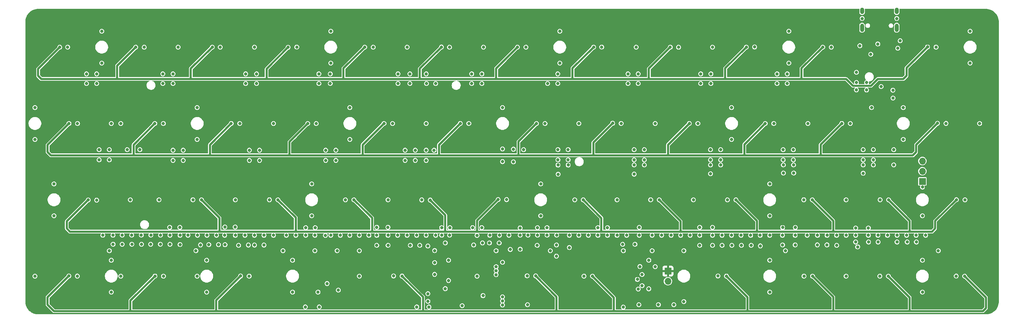
<source format=gbr>
%TF.GenerationSoftware,KiCad,Pcbnew,8.0.3*%
%TF.CreationDate,2024-08-24T23:39:28+02:00*%
%TF.ProjectId,toprevan,746f7072-6576-4616-9e2e-6b696361645f,rev?*%
%TF.SameCoordinates,Original*%
%TF.FileFunction,Copper,L2,Inr*%
%TF.FilePolarity,Positive*%
%FSLAX46Y46*%
G04 Gerber Fmt 4.6, Leading zero omitted, Abs format (unit mm)*
G04 Created by KiCad (PCBNEW 8.0.3) date 2024-08-24 23:39:28*
%MOMM*%
%LPD*%
G01*
G04 APERTURE LIST*
%TA.AperFunction,ComponentPad*%
%ADD10R,1.700000X1.700000*%
%TD*%
%TA.AperFunction,ComponentPad*%
%ADD11O,1.700000X1.700000*%
%TD*%
%TA.AperFunction,ComponentPad*%
%ADD12O,1.000000X1.600000*%
%TD*%
%TA.AperFunction,ComponentPad*%
%ADD13O,1.000000X2.100000*%
%TD*%
%TA.AperFunction,ViaPad*%
%ADD14C,0.800000*%
%TD*%
%TA.AperFunction,Conductor*%
%ADD15C,0.500000*%
%TD*%
G04 APERTURE END LIST*
D10*
%TO.N,VBAT*%
%TO.C,SW1*%
X183356250Y-86831250D03*
D11*
%TO.N,BOOT0*%
X183356250Y-89371250D03*
%TD*%
D10*
%TO.N,GND*%
%TO.C,J4*%
X246856250Y-64452500D03*
D11*
%TO.N,ARGB_3V3*%
X246856250Y-61912500D03*
%TO.N,+5V*%
X246856250Y-59372500D03*
%TD*%
D12*
%TO.N,GND*%
%TO.C,J3*%
X231804750Y-21930750D03*
D13*
X231804750Y-26110750D03*
D12*
X240444750Y-21930750D03*
D13*
X240444750Y-26110750D03*
%TD*%
D14*
%TO.N,GND*%
X208756250Y-84137500D03*
X143988900Y-81460417D03*
X213518750Y-34925000D03*
X176212500Y-77910991D03*
X125136076Y-81727152D03*
X132015779Y-95457416D03*
X136937750Y-40036750D03*
X126888049Y-77899450D03*
X78898750Y-59213750D03*
X125126750Y-87661750D03*
X194087750Y-37623750D03*
X99218750Y-26987500D03*
X123460707Y-92482735D03*
X194470829Y-75919027D03*
X124999750Y-56673750D03*
X117760750Y-56673750D03*
X59848750Y-59213750D03*
X123476752Y-94359981D03*
X89693750Y-92075000D03*
X261143750Y-50006250D03*
X113506250Y-77910991D03*
X206375000Y-77910991D03*
X49561510Y-77888255D03*
X143691140Y-77906913D03*
X231256939Y-30596360D03*
X155936992Y-62677068D03*
X99099351Y-37623750D03*
X100806250Y-81756250D03*
X61118750Y-30956250D03*
X100488750Y-56673750D03*
X137318750Y-30956250D03*
X187325000Y-94456250D03*
X120300750Y-59213750D03*
X158750000Y-80962500D03*
X38258750Y-37623750D03*
X123031250Y-77910991D03*
X125157047Y-84719443D03*
X191295829Y-75919027D03*
X100488750Y-59213750D03*
X178593750Y-84137500D03*
X212144369Y-60368645D03*
X120650000Y-77910991D03*
X46831250Y-88106250D03*
X233379178Y-76076854D03*
X191293750Y-80422750D03*
X150744914Y-80436575D03*
X239712500Y-60325000D03*
X118968576Y-40036750D03*
X208756250Y-73025000D03*
X65881250Y-53975000D03*
X210597750Y-40036750D03*
X231804750Y-23812500D03*
X215106250Y-80295750D03*
X59089321Y-80162806D03*
X179387500Y-81756250D03*
X242093750Y-46037500D03*
X65881250Y-46037500D03*
X155917222Y-56561214D03*
X120681750Y-95789750D03*
X44450000Y-84137500D03*
X210597750Y-37623750D03*
X199231250Y-46037500D03*
X179387500Y-77910991D03*
X25400000Y-88106250D03*
X142081250Y-56356250D03*
X208756250Y-92075000D03*
X148442445Y-77888600D03*
X214661750Y-59086750D03*
X225440436Y-77910991D03*
X137210823Y-92976677D03*
X99218750Y-77910991D03*
X211931250Y-77910991D03*
X196518888Y-60368645D03*
X56356250Y-69056250D03*
X142081250Y-46037500D03*
X42068750Y-34925000D03*
X232079101Y-62422552D03*
X118268750Y-30956250D03*
X106362500Y-77910991D03*
X173386750Y-37623750D03*
X65571922Y-81739530D03*
X158457222Y-59101214D03*
X230204178Y-76076854D03*
X212121750Y-56546750D03*
X140493750Y-81756250D03*
X151606250Y-73025000D03*
X223059186Y-77910991D03*
X156368750Y-26987500D03*
X128868472Y-77879253D03*
X187325000Y-81756250D03*
X101600000Y-77910991D03*
X250825000Y-81756250D03*
X128946837Y-75987294D03*
X176223695Y-75942514D03*
X99218750Y-34925000D03*
X206406750Y-80549750D03*
X193998156Y-62553489D03*
X118268750Y-77910991D03*
X80168750Y-80359065D03*
X235807249Y-79594881D03*
X144811750Y-56419750D03*
X186531250Y-77910991D03*
X153987500Y-81756250D03*
X180181250Y-50006250D03*
X165893750Y-77910991D03*
X135731250Y-88106250D03*
X82550000Y-80359065D03*
X232060750Y-59086750D03*
X113506250Y-80433020D03*
X110699589Y-80433020D03*
X61603280Y-80205970D03*
X239488250Y-41687750D03*
X40798750Y-37623750D03*
X43973750Y-56546750D03*
X239712500Y-56546750D03*
X230409750Y-39782750D03*
X232949750Y-39782750D03*
X46831250Y-50006250D03*
X150823695Y-77888600D03*
X220677936Y-77910991D03*
X126892878Y-75998489D03*
X51593750Y-56546750D03*
X118968576Y-37623750D03*
X191547750Y-40036750D03*
X194468750Y-77910991D03*
X115887500Y-77910991D03*
X96043750Y-92075000D03*
X134616535Y-75981791D03*
X113499670Y-75893233D03*
X138813006Y-79828475D03*
X56689824Y-80146014D03*
X141287500Y-77910991D03*
X150812500Y-76000000D03*
X123031250Y-56673750D03*
X135707578Y-77945669D03*
X170656250Y-77910991D03*
X233394249Y-79594881D03*
X161131250Y-50006250D03*
X59045165Y-75917585D03*
X220630750Y-80295750D03*
X194468750Y-80422750D03*
X175418750Y-30956250D03*
X40798750Y-40036750D03*
X246856250Y-92075000D03*
X84931250Y-77910991D03*
X88121686Y-77910991D03*
X213518750Y-26987500D03*
X77987500Y-37623750D03*
X76231750Y-80422750D03*
X242093750Y-53975000D03*
X235759186Y-77910991D03*
X174915971Y-60368645D03*
X75378901Y-75839565D03*
X25400000Y-46037500D03*
X235743750Y-30162500D03*
X178593750Y-91281250D03*
X214684369Y-60368645D03*
X44450000Y-92075000D03*
X96243750Y-37623750D03*
X117760750Y-59213750D03*
X155860750Y-37623750D03*
X43973750Y-59086750D03*
X43976563Y-81766946D03*
X177450750Y-56546750D03*
X225456750Y-80422750D03*
X123031250Y-59213750D03*
X30162500Y-73025000D03*
X234600750Y-59086750D03*
X191293750Y-77910991D03*
X232915327Y-41663166D03*
X92995626Y-77906913D03*
X80168750Y-30956250D03*
X144811750Y-59594750D03*
X54324010Y-77888255D03*
X113506250Y-69056250D03*
X168275000Y-77910991D03*
X57308750Y-40036750D03*
X189706250Y-69056250D03*
X89693750Y-84137500D03*
X49577824Y-80146014D03*
X240506249Y-79594881D03*
X128587500Y-84137500D03*
X48418750Y-56546750D03*
X82550000Y-77910991D03*
X106362500Y-88106250D03*
X193960750Y-59086750D03*
X141261841Y-79828475D03*
X172056757Y-80168263D03*
X95318266Y-76008587D03*
X193960750Y-56546750D03*
X170656250Y-69056250D03*
X136937750Y-37623750D03*
X71203501Y-80248211D03*
X87298305Y-81745554D03*
X258762500Y-26987500D03*
X191547750Y-37623750D03*
X177455971Y-60368645D03*
X120300750Y-56673750D03*
X177450750Y-59086750D03*
X146477604Y-77883754D03*
X158462443Y-60383109D03*
X57308750Y-37623750D03*
X59848750Y-37623750D03*
X61603280Y-77910990D03*
X234156250Y-46037500D03*
X230686766Y-80793560D03*
X163512500Y-77910991D03*
X175926750Y-40036750D03*
X108743750Y-77910991D03*
X142081250Y-59531250D03*
X258762500Y-34925000D03*
X70710920Y-77906913D03*
X148304250Y-95250000D03*
X176085500Y-95250000D03*
X214751726Y-62378906D03*
X106362500Y-81756250D03*
X84931250Y-50006250D03*
X44450000Y-50006250D03*
X174910750Y-59086750D03*
X211971414Y-75964904D03*
X215106250Y-77910991D03*
X42068750Y-26987500D03*
X30162500Y-65087500D03*
X110701782Y-75888732D03*
X203993750Y-77910991D03*
X47180260Y-77888255D03*
X240444750Y-23812500D03*
X42352866Y-77900892D03*
X243046249Y-79594881D03*
X95250000Y-81756250D03*
X155514122Y-83092359D03*
X230202936Y-77910991D03*
X233377936Y-77910991D03*
X123031250Y-50006250D03*
X54276824Y-80146014D03*
X81438750Y-56673750D03*
X103981250Y-46037500D03*
X158457222Y-56561214D03*
X138906250Y-77910991D03*
X121443750Y-80422750D03*
X81438750Y-59213750D03*
X68790501Y-80248211D03*
X155586195Y-77888600D03*
X155860750Y-40036750D03*
X68262500Y-84137500D03*
X95265436Y-77910991D03*
X80168750Y-77910991D03*
X136889542Y-75981791D03*
X92868750Y-95789750D03*
X246856250Y-73025000D03*
X127793750Y-91217750D03*
X173386750Y-40036750D03*
X78659615Y-80359065D03*
X61575438Y-75923528D03*
X175959410Y-91308626D03*
X194468750Y-30956250D03*
X80699167Y-40036750D03*
X184816750Y-95250000D03*
X161131250Y-77910991D03*
X142100027Y-84650000D03*
X215146414Y-75964904D03*
X59848750Y-40036750D03*
X115993576Y-37623750D03*
X97948750Y-59213750D03*
X180975000Y-95250000D03*
X51990824Y-80146014D03*
X94456250Y-73025000D03*
X208756250Y-65087500D03*
X155917222Y-59101214D03*
X51942760Y-77888255D03*
X25400000Y-53975000D03*
X158750000Y-77910991D03*
X41433750Y-56546750D03*
X174910750Y-56546750D03*
X110699589Y-77910645D03*
X232074097Y-60368645D03*
X103981250Y-53975000D03*
X204123726Y-80412010D03*
X123094750Y-40036750D03*
X196500750Y-59086750D03*
X193978888Y-60368645D03*
X96343750Y-95789750D03*
X181768750Y-77910991D03*
X240710416Y-31234374D03*
X75406250Y-69056250D03*
X196881750Y-80422750D03*
X232060750Y-56546750D03*
X155922443Y-60383109D03*
X153193750Y-76000000D03*
X223043750Y-80295750D03*
X72754961Y-77909893D03*
X246856250Y-65881250D03*
X199231250Y-77910991D03*
X155545148Y-80326393D03*
X59848750Y-56673750D03*
X44908995Y-80123969D03*
X65881250Y-88106250D03*
X218281250Y-50006250D03*
X80699167Y-37623750D03*
X156368750Y-34925000D03*
X242902936Y-77910991D03*
X134397750Y-40036750D03*
X201612500Y-77910991D03*
X97948750Y-56673750D03*
X62388750Y-56673750D03*
X230182731Y-79594881D03*
X246856250Y-84137500D03*
X66706750Y-80295750D03*
X213137750Y-37623750D03*
X211965968Y-80314427D03*
X213137750Y-40036750D03*
X63567170Y-77906913D03*
X72781802Y-75856359D03*
X49212500Y-69056250D03*
X240521686Y-77910991D03*
X123040750Y-37623750D03*
X212669250Y-81756250D03*
X77987500Y-40036750D03*
X123729750Y-95789750D03*
X245332249Y-79594881D03*
X168275000Y-76000000D03*
X196500750Y-56546750D03*
X208756250Y-77910991D03*
X96243750Y-40036750D03*
X238140436Y-77910991D03*
X68329670Y-77906913D03*
X44900435Y-77899450D03*
X75406250Y-77910991D03*
X119085160Y-80433020D03*
X90502936Y-77910991D03*
X230378380Y-41621577D03*
X151606250Y-65087500D03*
X218109592Y-77906913D03*
X175926750Y-37623750D03*
X153204945Y-77888600D03*
X188912500Y-77910991D03*
X194087750Y-40036750D03*
X147351750Y-56546750D03*
X212154802Y-62378906D03*
X172243750Y-81756250D03*
X125380750Y-40036750D03*
X153320750Y-40036750D03*
X227806250Y-88106250D03*
X134397750Y-37623750D03*
X234600750Y-56546750D03*
X212121750Y-59086750D03*
X92989701Y-76008587D03*
X38258750Y-40036750D03*
X241300000Y-29368750D03*
X77787500Y-77910991D03*
X172243750Y-81756250D03*
X98298000Y-89947750D03*
X165893750Y-76000000D03*
X184150000Y-77910991D03*
X247665436Y-77910991D03*
X201707750Y-80422750D03*
X78898750Y-56673750D03*
X146504650Y-81389813D03*
X234614097Y-60368645D03*
X115993576Y-40036750D03*
X103981250Y-77910991D03*
X72852573Y-80269505D03*
X233975432Y-32724568D03*
X125412500Y-77910991D03*
X174930520Y-62662604D03*
X94456250Y-65087500D03*
X68262500Y-92075000D03*
X47164824Y-80146014D03*
X230409750Y-37242750D03*
X41433750Y-59086750D03*
X199231250Y-53975000D03*
X214661750Y-56546750D03*
X65948420Y-77906913D03*
X196850000Y-77910991D03*
X227806250Y-69056250D03*
X239503951Y-43656250D03*
X227821686Y-77910991D03*
X101123750Y-91598750D03*
X62388750Y-59213750D03*
X59073007Y-77905047D03*
X199294750Y-80422750D03*
X173037500Y-77910991D03*
X146474314Y-76065659D03*
X56705260Y-77888255D03*
X99099351Y-40036750D03*
X245284186Y-77910991D03*
%TO.N,ROW0*%
X126837694Y-30930313D03*
X107679906Y-30954609D03*
X88583031Y-31008123D03*
X183938865Y-30966536D03*
X221975902Y-30956249D03*
X69649268Y-30956249D03*
X31588616Y-30976022D03*
X164808968Y-30956250D03*
X145797394Y-30956249D03*
X202910974Y-30957890D03*
X248123423Y-30923308D03*
X50559884Y-30956249D03*
%TO.N,COL0*%
X36026707Y-50029304D03*
X33571330Y-30941440D03*
X35976475Y-88087317D03*
X40799053Y-69123773D03*
%TO.N,COL1*%
X52660754Y-30982186D03*
X57466603Y-88095963D03*
X57449712Y-50017777D03*
X64823209Y-69040599D03*
%TO.N,COL2*%
X83909432Y-69038958D03*
X78859548Y-88088958D03*
X76505195Y-50006250D03*
X71646391Y-30956249D03*
%TO.N,COL3*%
X90735774Y-30930313D03*
X95585935Y-50029304D03*
X97885826Y-77932972D03*
X102881182Y-69049245D03*
%TO.N,COL4*%
X114882974Y-88070026D03*
X121918692Y-69101118D03*
X109806712Y-30971900D03*
X114620725Y-50021899D03*
%TO.N,COL5*%
X128834817Y-30982186D03*
X133662880Y-50006249D03*
X143108946Y-69014663D03*
X148217512Y-88049014D03*
%TO.N,ROW1*%
X188686073Y-49988959D03*
X150566382Y-50021900D03*
X169550580Y-49965904D03*
X112493918Y-50004608D03*
X207643854Y-50000486D03*
X74378388Y-49988959D03*
X131536073Y-49988958D03*
X226739964Y-49988959D03*
X250629874Y-49967545D03*
X93459128Y-50012013D03*
X33899900Y-50012013D03*
X55322905Y-50000486D03*
%TO.N,COL6*%
X160092143Y-69054610D03*
X152693189Y-50039191D03*
X147924201Y-30956249D03*
X162404227Y-88088959D03*
%TO.N,COL7*%
X179040036Y-69038958D03*
X171677387Y-49983195D03*
X166832028Y-30930313D03*
X175135000Y-80168750D03*
%TO.N,COL8*%
X195828623Y-88073308D03*
X176356249Y-85705486D03*
X185987861Y-30992473D03*
X176904088Y-90487500D03*
X190812880Y-50006250D03*
X198195423Y-69073541D03*
%TO.N,COL9*%
X217306383Y-88083595D03*
X217261073Y-69038959D03*
X204985907Y-30923308D03*
X209770661Y-50017777D03*
%TO.N,COL10*%
X224115677Y-30956249D03*
X236292020Y-69038959D03*
X236241909Y-88088958D03*
X228866771Y-50006250D03*
%TO.N,COL11*%
X176904088Y-87703830D03*
X257469229Y-69048565D03*
X175732698Y-88916416D03*
X255280942Y-88081274D03*
X250250230Y-30940599D03*
X252756681Y-49984836D03*
%TO.N,ROW2*%
X86036239Y-69056249D03*
X219387880Y-69056250D03*
X124045499Y-69118409D03*
X162218950Y-69071901D03*
X181166843Y-69056249D03*
X140982139Y-68997372D03*
X200322230Y-69090832D03*
X66950016Y-69057890D03*
X255342422Y-69031274D03*
X238418827Y-69056250D03*
X105007989Y-69066536D03*
X38672246Y-69106482D03*
%TO.N,ROW3*%
X238368716Y-88106249D03*
X76732741Y-88071667D03*
X257407749Y-88098565D03*
X150344319Y-88066305D03*
X134882550Y-80325227D03*
X33849668Y-88070026D03*
X117009781Y-88087317D03*
X55339796Y-88078672D03*
X197955430Y-88090599D03*
X164531034Y-88106250D03*
X219433190Y-88100886D03*
%TO.N,VBAT*%
X132071975Y-91966482D03*
X140283777Y-83538954D03*
X183356250Y-84931250D03*
X95250000Y-84931250D03*
X139748557Y-91690518D03*
X135723750Y-81763464D03*
X131730750Y-84105750D03*
X172243750Y-84931250D03*
X234038883Y-35956233D03*
%TO.N,+5V*%
X236537500Y-40798750D03*
%TO.N,APLEX_OUT_PIN_0*%
X123451464Y-80588964D03*
X180181250Y-85725000D03*
%TO.N,BOOT0*%
X172209222Y-95846722D03*
%TO.N,APLEX_EN_PIN_1*%
X137073750Y-79810491D03*
X127803750Y-79810491D03*
%TO.N,AMUX_SEL_2*%
X140493750Y-85725000D03*
X142081250Y-93273096D03*
%TO.N,AMUX_SEL_1*%
X142081250Y-94297694D03*
X140506298Y-86737051D03*
%TO.N,AMUX_SEL_0*%
X140484508Y-87736316D03*
X142081250Y-95297197D03*
%TO.N,ARGB_3V3*%
X128587500Y-89183000D03*
%TD*%
D15*
%TO.N,ROW0*%
X197643750Y-38893750D02*
X216693750Y-38893750D01*
X159543750Y-36221468D02*
X164808968Y-30956250D01*
X46037500Y-38893750D02*
X64293750Y-38893750D01*
X26987500Y-38893750D02*
X46037500Y-38893750D01*
X242887500Y-38100000D02*
X242887500Y-36159230D01*
X178593750Y-36311650D02*
X183938865Y-30966536D01*
X122237500Y-38893750D02*
X140493750Y-38893750D01*
X216693750Y-38893750D02*
X216693750Y-36238400D01*
X178593750Y-38893750D02*
X197643750Y-38893750D01*
X83211202Y-36379952D02*
X83211202Y-38761202D01*
X64293750Y-36311768D02*
X69649268Y-30956249D01*
X64293750Y-38893750D02*
X83343750Y-38893750D01*
X159543750Y-38893750D02*
X178593750Y-38893750D01*
X121443750Y-38893750D02*
X121443750Y-36324256D01*
X50559884Y-30956249D02*
X45917441Y-35598691D01*
X45917441Y-35598691D02*
X45917441Y-38773691D01*
X229545250Y-40632750D02*
X234004750Y-40632750D01*
X64293750Y-36311768D02*
X64293750Y-38893750D01*
X140493750Y-38893750D02*
X159543750Y-38893750D01*
X197643750Y-36225114D02*
X202910974Y-30957890D01*
X45917441Y-38773691D02*
X46037500Y-38893750D01*
X140493750Y-38893750D02*
X140493750Y-36259892D01*
X26193750Y-38100000D02*
X26193750Y-36370888D01*
X197643750Y-38893750D02*
X197643750Y-36225114D01*
X159543750Y-36221468D02*
X159543750Y-38893750D01*
X83211202Y-38761202D02*
X83343750Y-38893750D01*
X26193750Y-38100000D02*
X26987500Y-38893750D01*
X88583031Y-31008123D02*
X83211202Y-36379952D01*
X227806250Y-38893750D02*
X229545250Y-40632750D01*
X216693750Y-38893750D02*
X227806250Y-38893750D01*
X242093750Y-38893750D02*
X242887500Y-38100000D01*
X101600000Y-38893750D02*
X122237500Y-38893750D01*
X101600000Y-38893750D02*
X102393750Y-38893750D01*
X242887500Y-36159230D02*
X248123423Y-30923308D01*
X83343750Y-38893750D02*
X101600000Y-38893750D01*
X102393750Y-38893750D02*
X102393750Y-36240764D01*
X140493750Y-36259892D02*
X145797394Y-30956249D01*
X235743750Y-38893750D02*
X242093750Y-38893750D01*
X121443750Y-36324256D02*
X126837694Y-30930313D01*
X121443750Y-38893750D02*
X122237500Y-38893750D01*
X26193750Y-36370888D02*
X31588616Y-30976022D01*
X102393750Y-36240764D02*
X107679906Y-30954609D01*
X178593750Y-38893750D02*
X178593750Y-36311650D01*
X216693750Y-36238400D02*
X221975902Y-30956249D01*
X234004750Y-40632750D02*
X235743750Y-38893750D01*
%TO.N,ROW1*%
X188686073Y-49988959D02*
X183356250Y-55318782D01*
X50006250Y-57943750D02*
X50006250Y-55317140D01*
X88900000Y-57943750D02*
X107156250Y-57943750D01*
X29368750Y-57943750D02*
X28575000Y-57150000D01*
X29368750Y-57943750D02*
X50006250Y-57943750D01*
X69056250Y-57943750D02*
X69056250Y-55311096D01*
X164736285Y-54780199D02*
X169550580Y-49965904D01*
X164736285Y-57943750D02*
X183356250Y-57943750D01*
X244475000Y-57943750D02*
X245268750Y-57150000D01*
X28575000Y-57150000D02*
X28575000Y-55336912D01*
X50006250Y-57943750D02*
X69056250Y-57943750D01*
X221456250Y-55272673D02*
X221456250Y-57943750D01*
X107156250Y-55342276D02*
X107156250Y-57943750D01*
X126206250Y-57943750D02*
X146050000Y-57943750D01*
X28575000Y-55336912D02*
X33899900Y-50012013D01*
X183356250Y-57943750D02*
X202406250Y-57943750D01*
X245268750Y-55328669D02*
X245268750Y-57150000D01*
X50006250Y-55317140D02*
X55322905Y-50000486D01*
X146050000Y-57943750D02*
X164736285Y-57943750D01*
X150566382Y-50021900D02*
X146728516Y-53859766D01*
X202406250Y-57943750D02*
X221456250Y-57943750D01*
X202406250Y-55238090D02*
X202406250Y-57943750D01*
X88900000Y-54571141D02*
X88900000Y-57943750D01*
X183356250Y-55318782D02*
X183356250Y-57943750D01*
X146050000Y-54538282D02*
X146728516Y-53859766D01*
X69056250Y-55311096D02*
X74378388Y-49988959D01*
X93459128Y-50012013D02*
X88900000Y-54571141D01*
X69056250Y-57943750D02*
X88900000Y-57943750D01*
X146050000Y-57943750D02*
X146050000Y-54538282D01*
X207643854Y-50000486D02*
X202406250Y-55238090D01*
X221456250Y-57943750D02*
X244475000Y-57943750D01*
X226739964Y-49988959D02*
X221456250Y-55272673D01*
X112493918Y-50004608D02*
X107156250Y-55342276D01*
X250629874Y-49967545D02*
X245268750Y-55328669D01*
X126206250Y-55318781D02*
X126206250Y-57943750D01*
X164736285Y-54780199D02*
X164736285Y-57943750D01*
X107156250Y-57943750D02*
X126206250Y-57943750D01*
X131536073Y-49988958D02*
X126206250Y-55318781D01*
%TO.N,ROW2*%
X181166843Y-69056249D02*
X186531250Y-74420656D01*
X243681250Y-74318673D02*
X243681250Y-76993750D01*
X33337500Y-74441228D02*
X33337500Y-76200000D01*
X200322230Y-69090832D02*
X205581250Y-74349852D01*
X238418827Y-69056250D02*
X243681250Y-74318673D01*
X205581250Y-74349852D02*
X205581250Y-76993750D01*
X249237500Y-76993750D02*
X250031250Y-76200000D01*
X66950016Y-69057890D02*
X71437500Y-73545374D01*
X105007989Y-69066536D02*
X108855102Y-72913648D01*
X135731250Y-76993750D02*
X166687500Y-76993750D01*
X108855102Y-72913648D02*
X109537500Y-73596046D01*
X90487500Y-76993750D02*
X109537500Y-76993750D01*
X224631250Y-74299620D02*
X224631250Y-76993750D01*
X250031250Y-74342446D02*
X250031250Y-76200000D01*
X127793750Y-76993750D02*
X135731250Y-76993750D01*
X243681250Y-76993750D02*
X249237500Y-76993750D01*
X219387880Y-69056250D02*
X224631250Y-74299620D01*
X90487500Y-73507510D02*
X90487500Y-76993750D01*
X127793750Y-72866660D02*
X127793750Y-76993750D01*
X33337500Y-76200000D02*
X34131250Y-76993750D01*
X86036239Y-69056249D02*
X90487500Y-73507510D01*
X109537500Y-73596046D02*
X109537500Y-76993750D01*
X224631250Y-76993750D02*
X243681250Y-76993750D01*
X140982139Y-68997372D02*
X135731250Y-74248261D01*
X205581250Y-76993750D02*
X224631250Y-76993750D01*
X71437500Y-76993750D02*
X90487500Y-76993750D01*
X109537500Y-76993750D02*
X127793750Y-76993750D01*
X124045499Y-69118409D02*
X127793750Y-72866660D01*
X166687500Y-76993750D02*
X186531250Y-76993750D01*
X186531250Y-76993750D02*
X205581250Y-76993750D01*
X38672246Y-69106482D02*
X33337500Y-74441228D01*
X166743750Y-76937500D02*
X166687500Y-76993750D01*
X135731250Y-74248261D02*
X135731250Y-76993750D01*
X166743750Y-73596701D02*
X166743750Y-76937500D01*
X255342422Y-69031274D02*
X250031250Y-74342446D01*
X71437500Y-73545374D02*
X71437500Y-76993750D01*
X162218950Y-69071901D02*
X166743750Y-73596701D01*
X34131250Y-76993750D02*
X71437500Y-76993750D01*
X186531250Y-74420656D02*
X186531250Y-76993750D01*
%TO.N,ROW3*%
X238368716Y-88106249D02*
X243681250Y-93418783D01*
X203200000Y-96837500D02*
X224631250Y-96837500D01*
X122237500Y-93315036D02*
X122237500Y-96837500D01*
X219433190Y-88100886D02*
X224631250Y-93298946D01*
X197955430Y-88090599D02*
X203200000Y-93335169D01*
X70643750Y-94160658D02*
X70643750Y-96837500D01*
X28575000Y-93344694D02*
X28575000Y-95250000D01*
X33849668Y-88070026D02*
X28575000Y-93344694D01*
X55339796Y-88078672D02*
X49212500Y-94205968D01*
X122237500Y-96837500D02*
X155575000Y-96837500D01*
X257407749Y-88098565D02*
X262731250Y-93422066D01*
X169862500Y-96837500D02*
X203200000Y-96837500D01*
X76732741Y-88071667D02*
X70643750Y-94160658D01*
X224631250Y-93298946D02*
X224631250Y-96837500D01*
X155575000Y-96837500D02*
X169862500Y-96837500D01*
X169862500Y-93437716D02*
X169862500Y-96837500D01*
X224631250Y-96837500D02*
X261937500Y-96837500D01*
X30162500Y-96837500D02*
X49212500Y-96837500D01*
X243681250Y-93418783D02*
X243681250Y-96837500D01*
X49212500Y-96837500D02*
X70643750Y-96837500D01*
X70643750Y-96837500D02*
X122237500Y-96837500D01*
X117009781Y-88087317D02*
X122237500Y-93315036D01*
X164531034Y-88106250D02*
X169862500Y-93437716D01*
X28575000Y-95250000D02*
X30162500Y-96837500D01*
X262731250Y-93422066D02*
X262731250Y-96043750D01*
X155575000Y-93296986D02*
X155575000Y-96837500D01*
X49212500Y-94205968D02*
X49212500Y-96837500D01*
X150344319Y-88066305D02*
X155575000Y-93296986D01*
X262731250Y-96043750D02*
X261937500Y-96837500D01*
X203200000Y-93335169D02*
X203200000Y-96837500D01*
%TD*%
%TA.AperFunction,Conductor*%
%TO.N,VBAT*%
G36*
X231124329Y-21434618D02*
G01*
X231127697Y-21442750D01*
X231127476Y-21444991D01*
X231105963Y-21553144D01*
X231104250Y-21561758D01*
X231104250Y-22299741D01*
X231131169Y-22435074D01*
X231131169Y-22435077D01*
X231172012Y-22533681D01*
X231183975Y-22562561D01*
X231260636Y-22677292D01*
X231358208Y-22774864D01*
X231472939Y-22851525D01*
X231600422Y-22904330D01*
X231735757Y-22931250D01*
X231735759Y-22931250D01*
X231873741Y-22931250D01*
X231873743Y-22931250D01*
X232009078Y-22904330D01*
X232136561Y-22851525D01*
X232251292Y-22774864D01*
X232348864Y-22677292D01*
X232425525Y-22562561D01*
X232478330Y-22435078D01*
X232505250Y-22299743D01*
X232505250Y-21561757D01*
X232482024Y-21444993D01*
X232483741Y-21436361D01*
X232491059Y-21431471D01*
X232493303Y-21431250D01*
X239756197Y-21431250D01*
X239764329Y-21434618D01*
X239767697Y-21442750D01*
X239767476Y-21444991D01*
X239745963Y-21553144D01*
X239744250Y-21561758D01*
X239744250Y-22299741D01*
X239771169Y-22435074D01*
X239771169Y-22435077D01*
X239812012Y-22533681D01*
X239823975Y-22562561D01*
X239900636Y-22677292D01*
X239998208Y-22774864D01*
X240112939Y-22851525D01*
X240240422Y-22904330D01*
X240375757Y-22931250D01*
X240375759Y-22931250D01*
X240513741Y-22931250D01*
X240513743Y-22931250D01*
X240649078Y-22904330D01*
X240776561Y-22851525D01*
X240891292Y-22774864D01*
X240988864Y-22677292D01*
X241065525Y-22562561D01*
X241118330Y-22435078D01*
X241145250Y-22299743D01*
X241145250Y-21561757D01*
X241122024Y-21444993D01*
X241123741Y-21436361D01*
X241131059Y-21431471D01*
X241133303Y-21431250D01*
X262731160Y-21431250D01*
X262731321Y-21431251D01*
X262908845Y-21433742D01*
X262909972Y-21433813D01*
X263262867Y-21473579D01*
X263264117Y-21473792D01*
X263610263Y-21552801D01*
X263611497Y-21553157D01*
X263946614Y-21670423D01*
X263947799Y-21670914D01*
X264267688Y-21824966D01*
X264268799Y-21825581D01*
X264569422Y-22014477D01*
X264570469Y-22015220D01*
X264848044Y-22236580D01*
X264849006Y-22237439D01*
X265100060Y-22488493D01*
X265100919Y-22489455D01*
X265322279Y-22767030D01*
X265323024Y-22768081D01*
X265511906Y-23068682D01*
X265511913Y-23068692D01*
X265512537Y-23069820D01*
X265666583Y-23389696D01*
X265667077Y-23390888D01*
X265784341Y-23726000D01*
X265784698Y-23727239D01*
X265863705Y-24073372D01*
X265863921Y-24074643D01*
X265903686Y-24427527D01*
X265903757Y-24428654D01*
X265906249Y-24606178D01*
X265906250Y-24606339D01*
X265906250Y-94456160D01*
X265906249Y-94456321D01*
X265903757Y-94633845D01*
X265903686Y-94634972D01*
X265863921Y-94987856D01*
X265863705Y-94989127D01*
X265784698Y-95335260D01*
X265784341Y-95336499D01*
X265667077Y-95671611D01*
X265666583Y-95672803D01*
X265512537Y-95992679D01*
X265511913Y-95993807D01*
X265323025Y-96294417D01*
X265322279Y-96295469D01*
X265100919Y-96573044D01*
X265100060Y-96574006D01*
X264849006Y-96825060D01*
X264848044Y-96825919D01*
X264570469Y-97047279D01*
X264569417Y-97048025D01*
X264268807Y-97236913D01*
X264267679Y-97237537D01*
X263947803Y-97391583D01*
X263946611Y-97392077D01*
X263611499Y-97509341D01*
X263610260Y-97509698D01*
X263264127Y-97588705D01*
X263262856Y-97588921D01*
X262909972Y-97628686D01*
X262908845Y-97628757D01*
X262731321Y-97631249D01*
X262731160Y-97631250D01*
X26193840Y-97631250D01*
X26193679Y-97631249D01*
X26016153Y-97628760D01*
X26015026Y-97628689D01*
X25662140Y-97588929D01*
X25660869Y-97588713D01*
X25314734Y-97509709D01*
X25313495Y-97509352D01*
X24978380Y-97392091D01*
X24977188Y-97391597D01*
X24711786Y-97263786D01*
X24657308Y-97237550D01*
X24656182Y-97236928D01*
X24355570Y-97048041D01*
X24354518Y-97047295D01*
X24076941Y-96825934D01*
X24075979Y-96825075D01*
X23824924Y-96574020D01*
X23824065Y-96573058D01*
X23675610Y-96386902D01*
X23602695Y-96295469D01*
X23601958Y-96294429D01*
X23413065Y-95993807D01*
X23412452Y-95992698D01*
X23258400Y-95672807D01*
X23257908Y-95671619D01*
X23237808Y-95614177D01*
X23140646Y-95336502D01*
X23140290Y-95335265D01*
X23137305Y-95322186D01*
X23061284Y-94989120D01*
X23061071Y-94987870D01*
X23021310Y-94634972D01*
X23021239Y-94633846D01*
X23018751Y-94456321D01*
X23018750Y-94456160D01*
X23018750Y-93285385D01*
X28124500Y-93285385D01*
X28124500Y-95309309D01*
X28147788Y-95396222D01*
X28155201Y-95423887D01*
X28214511Y-95526614D01*
X29885886Y-97197989D01*
X29988613Y-97257299D01*
X30012826Y-97263786D01*
X30103191Y-97288000D01*
X261996809Y-97288000D01*
X262087173Y-97263786D01*
X262111387Y-97257299D01*
X262214114Y-97197989D01*
X263091739Y-96320364D01*
X263151049Y-96217637D01*
X263173535Y-96133717D01*
X263181750Y-96103059D01*
X263181750Y-93362757D01*
X263151049Y-93248180D01*
X263106378Y-93170808D01*
X263091739Y-93145452D01*
X258011427Y-88065140D01*
X258008157Y-88058509D01*
X257992793Y-87941803D01*
X257932285Y-87795724D01*
X257836031Y-87670283D01*
X257710590Y-87574029D01*
X257564511Y-87513521D01*
X257407749Y-87492883D01*
X257250987Y-87513521D01*
X257104908Y-87574029D01*
X256979467Y-87670283D01*
X256883213Y-87795724D01*
X256822705Y-87941803D01*
X256802067Y-88098565D01*
X256822705Y-88255327D01*
X256883213Y-88401406D01*
X256979467Y-88526847D01*
X257104908Y-88623101D01*
X257250987Y-88683609D01*
X257367694Y-88698973D01*
X257374324Y-88702243D01*
X262277382Y-93605301D01*
X262280750Y-93613433D01*
X262280750Y-95852383D01*
X262277382Y-95860515D01*
X261754265Y-96383632D01*
X261746133Y-96387000D01*
X244143250Y-96387000D01*
X244135118Y-96383632D01*
X244131750Y-96375500D01*
X244131750Y-93359474D01*
X244110325Y-93279517D01*
X244101049Y-93244897D01*
X244098012Y-93239637D01*
X244041740Y-93142169D01*
X242974571Y-92075000D01*
X246250568Y-92075000D01*
X246271206Y-92231762D01*
X246331714Y-92377841D01*
X246427968Y-92503282D01*
X246553409Y-92599536D01*
X246699488Y-92660044D01*
X246856250Y-92680682D01*
X247013012Y-92660044D01*
X247159091Y-92599536D01*
X247284532Y-92503282D01*
X247380786Y-92377841D01*
X247441294Y-92231762D01*
X247461932Y-92075000D01*
X247441294Y-91918238D01*
X247380786Y-91772159D01*
X247284532Y-91646718D01*
X247159091Y-91550464D01*
X247013012Y-91489956D01*
X246856250Y-91469318D01*
X246699488Y-91489956D01*
X246553409Y-91550464D01*
X246427968Y-91646718D01*
X246331714Y-91772159D01*
X246271206Y-91918238D01*
X246250568Y-92075000D01*
X242974571Y-92075000D01*
X238972393Y-88072823D01*
X238969124Y-88066194D01*
X238957814Y-87980285D01*
X245255750Y-87980285D01*
X245255750Y-88232214D01*
X245295159Y-88481032D01*
X245373007Y-88720625D01*
X245373008Y-88720628D01*
X245373009Y-88720629D01*
X245487380Y-88945095D01*
X245635457Y-89148906D01*
X245813594Y-89327043D01*
X246017405Y-89475120D01*
X246241871Y-89589491D01*
X246481465Y-89667340D01*
X246605876Y-89687045D01*
X246730286Y-89706750D01*
X246730288Y-89706750D01*
X246982214Y-89706750D01*
X247081741Y-89690986D01*
X247231035Y-89667340D01*
X247470629Y-89589491D01*
X247695095Y-89475120D01*
X247898906Y-89327043D01*
X248077043Y-89148906D01*
X248225120Y-88945095D01*
X248339491Y-88720629D01*
X248417340Y-88481035D01*
X248452214Y-88260851D01*
X248456750Y-88232214D01*
X248456750Y-88081274D01*
X254675260Y-88081274D01*
X254695898Y-88238036D01*
X254756406Y-88384115D01*
X254852660Y-88509556D01*
X254978101Y-88605810D01*
X255124180Y-88666318D01*
X255280942Y-88686956D01*
X255437704Y-88666318D01*
X255583783Y-88605810D01*
X255709224Y-88509556D01*
X255805478Y-88384115D01*
X255865986Y-88238036D01*
X255886624Y-88081274D01*
X255865986Y-87924512D01*
X255805478Y-87778433D01*
X255709224Y-87652992D01*
X255583783Y-87556738D01*
X255437704Y-87496230D01*
X255280942Y-87475592D01*
X255124180Y-87496230D01*
X254978101Y-87556738D01*
X254852660Y-87652992D01*
X254756406Y-87778433D01*
X254695898Y-87924512D01*
X254675260Y-88081274D01*
X248456750Y-88081274D01*
X248456750Y-87980285D01*
X248427518Y-87795724D01*
X248417340Y-87731465D01*
X248339491Y-87491871D01*
X248225120Y-87267405D01*
X248077043Y-87063594D01*
X247898906Y-86885457D01*
X247695095Y-86737380D01*
X247470629Y-86623009D01*
X247470628Y-86623008D01*
X247470625Y-86623007D01*
X247231032Y-86545159D01*
X246982214Y-86505750D01*
X246982212Y-86505750D01*
X246730288Y-86505750D01*
X246730286Y-86505750D01*
X246481467Y-86545159D01*
X246241874Y-86623007D01*
X246017403Y-86737381D01*
X245813594Y-86885457D01*
X245635457Y-87063594D01*
X245487381Y-87267403D01*
X245373007Y-87491874D01*
X245295159Y-87731467D01*
X245255750Y-87980285D01*
X238957814Y-87980285D01*
X238953760Y-87949487D01*
X238893252Y-87803408D01*
X238796998Y-87677967D01*
X238671557Y-87581713D01*
X238525478Y-87521205D01*
X238368716Y-87500567D01*
X238211954Y-87521205D01*
X238065875Y-87581713D01*
X237940434Y-87677967D01*
X237844180Y-87803408D01*
X237783672Y-87949487D01*
X237763034Y-88106249D01*
X237783672Y-88263011D01*
X237844180Y-88409090D01*
X237940434Y-88534531D01*
X238065875Y-88630785D01*
X238211954Y-88691293D01*
X238328661Y-88706657D01*
X238335291Y-88709927D01*
X243227382Y-93602018D01*
X243230750Y-93610150D01*
X243230750Y-96375500D01*
X243227382Y-96383632D01*
X243219250Y-96387000D01*
X225093250Y-96387000D01*
X225085118Y-96383632D01*
X225081750Y-96375500D01*
X225081750Y-93239637D01*
X225051441Y-93126522D01*
X225051049Y-93125060D01*
X225051049Y-93125059D01*
X224991739Y-93022332D01*
X220075657Y-88106250D01*
X227200568Y-88106250D01*
X227221206Y-88263012D01*
X227281714Y-88409091D01*
X227377968Y-88534532D01*
X227503409Y-88630786D01*
X227649488Y-88691294D01*
X227806250Y-88711932D01*
X227963012Y-88691294D01*
X228109091Y-88630786D01*
X228234532Y-88534532D01*
X228330786Y-88409091D01*
X228391294Y-88263012D01*
X228411932Y-88106250D01*
X228409655Y-88088958D01*
X235636227Y-88088958D01*
X235656865Y-88245720D01*
X235717373Y-88391799D01*
X235813627Y-88517240D01*
X235939068Y-88613494D01*
X236085147Y-88674002D01*
X236241909Y-88694640D01*
X236398671Y-88674002D01*
X236544750Y-88613494D01*
X236670191Y-88517240D01*
X236766445Y-88391799D01*
X236826953Y-88245720D01*
X236847591Y-88088958D01*
X236826953Y-87932196D01*
X236766445Y-87786117D01*
X236670191Y-87660676D01*
X236544750Y-87564422D01*
X236398671Y-87503914D01*
X236241909Y-87483276D01*
X236085147Y-87503914D01*
X235939068Y-87564422D01*
X235813627Y-87660676D01*
X235717373Y-87786117D01*
X235656865Y-87932196D01*
X235636227Y-88088958D01*
X228409655Y-88088958D01*
X228391294Y-87949488D01*
X228330786Y-87803409D01*
X228234532Y-87677968D01*
X228109091Y-87581714D01*
X227963012Y-87521206D01*
X227806250Y-87500568D01*
X227649488Y-87521206D01*
X227503409Y-87581714D01*
X227377968Y-87677968D01*
X227281714Y-87803409D01*
X227221206Y-87949488D01*
X227200568Y-88106250D01*
X220075657Y-88106250D01*
X220036868Y-88067461D01*
X220033598Y-88060830D01*
X220018234Y-87944124D01*
X219957726Y-87798045D01*
X219861472Y-87672604D01*
X219736031Y-87576350D01*
X219589952Y-87515842D01*
X219433190Y-87495204D01*
X219276428Y-87515842D01*
X219130349Y-87576350D01*
X219004908Y-87672604D01*
X218908654Y-87798045D01*
X218848146Y-87944124D01*
X218827508Y-88100886D01*
X218848146Y-88257648D01*
X218908654Y-88403727D01*
X219004908Y-88529168D01*
X219130349Y-88625422D01*
X219276428Y-88685930D01*
X219393135Y-88701294D01*
X219399765Y-88704564D01*
X224177382Y-93482181D01*
X224180750Y-93490313D01*
X224180750Y-96375500D01*
X224177382Y-96383632D01*
X224169250Y-96387000D01*
X203662000Y-96387000D01*
X203653868Y-96383632D01*
X203650500Y-96375500D01*
X203650500Y-93275860D01*
X203620191Y-93162745D01*
X203619799Y-93161283D01*
X203619799Y-93161282D01*
X203560489Y-93058555D01*
X202576934Y-92075000D01*
X208150568Y-92075000D01*
X208171206Y-92231762D01*
X208231714Y-92377841D01*
X208327968Y-92503282D01*
X208453409Y-92599536D01*
X208599488Y-92660044D01*
X208756250Y-92680682D01*
X208913012Y-92660044D01*
X209059091Y-92599536D01*
X209184532Y-92503282D01*
X209280786Y-92377841D01*
X209341294Y-92231762D01*
X209361932Y-92075000D01*
X209341294Y-91918238D01*
X209280786Y-91772159D01*
X209184532Y-91646718D01*
X209059091Y-91550464D01*
X208913012Y-91489956D01*
X208756250Y-91469318D01*
X208599488Y-91489956D01*
X208453409Y-91550464D01*
X208327968Y-91646718D01*
X208231714Y-91772159D01*
X208171206Y-91918238D01*
X208150568Y-92075000D01*
X202576934Y-92075000D01*
X198559108Y-88057174D01*
X198555838Y-88050543D01*
X198555141Y-88045247D01*
X198546589Y-87980285D01*
X207155750Y-87980285D01*
X207155750Y-88232214D01*
X207195159Y-88481032D01*
X207273007Y-88720625D01*
X207273008Y-88720628D01*
X207273009Y-88720629D01*
X207387380Y-88945095D01*
X207535457Y-89148906D01*
X207713594Y-89327043D01*
X207917405Y-89475120D01*
X208141871Y-89589491D01*
X208381465Y-89667340D01*
X208505876Y-89687045D01*
X208630286Y-89706750D01*
X208630288Y-89706750D01*
X208882214Y-89706750D01*
X208981741Y-89690986D01*
X209131035Y-89667340D01*
X209370629Y-89589491D01*
X209595095Y-89475120D01*
X209798906Y-89327043D01*
X209977043Y-89148906D01*
X210125120Y-88945095D01*
X210239491Y-88720629D01*
X210317340Y-88481035D01*
X210352214Y-88260851D01*
X210356750Y-88232214D01*
X210356750Y-88083595D01*
X216700701Y-88083595D01*
X216721339Y-88240357D01*
X216781847Y-88386436D01*
X216878101Y-88511877D01*
X217003542Y-88608131D01*
X217149621Y-88668639D01*
X217306383Y-88689277D01*
X217463145Y-88668639D01*
X217609224Y-88608131D01*
X217734665Y-88511877D01*
X217830919Y-88386436D01*
X217891427Y-88240357D01*
X217912065Y-88083595D01*
X217891427Y-87926833D01*
X217830919Y-87780754D01*
X217734665Y-87655313D01*
X217609224Y-87559059D01*
X217463145Y-87498551D01*
X217306383Y-87477913D01*
X217149621Y-87498551D01*
X217003542Y-87559059D01*
X216878101Y-87655313D01*
X216781847Y-87780754D01*
X216721339Y-87926833D01*
X216700701Y-88083595D01*
X210356750Y-88083595D01*
X210356750Y-87980285D01*
X210327518Y-87795724D01*
X210317340Y-87731465D01*
X210239491Y-87491871D01*
X210125120Y-87267405D01*
X209977043Y-87063594D01*
X209798906Y-86885457D01*
X209595095Y-86737380D01*
X209370629Y-86623009D01*
X209370628Y-86623008D01*
X209370625Y-86623007D01*
X209131032Y-86545159D01*
X208882214Y-86505750D01*
X208882212Y-86505750D01*
X208630288Y-86505750D01*
X208630286Y-86505750D01*
X208381467Y-86545159D01*
X208141874Y-86623007D01*
X207917403Y-86737381D01*
X207713594Y-86885457D01*
X207535457Y-87063594D01*
X207387381Y-87267403D01*
X207273007Y-87491874D01*
X207195159Y-87731467D01*
X207155750Y-87980285D01*
X198546589Y-87980285D01*
X198540474Y-87933837D01*
X198479966Y-87787758D01*
X198383712Y-87662317D01*
X198258271Y-87566063D01*
X198112192Y-87505555D01*
X197955430Y-87484917D01*
X197798668Y-87505555D01*
X197652589Y-87566063D01*
X197527148Y-87662317D01*
X197430894Y-87787758D01*
X197370386Y-87933837D01*
X197349748Y-88090599D01*
X197370386Y-88247361D01*
X197430894Y-88393440D01*
X197527148Y-88518881D01*
X197652589Y-88615135D01*
X197798668Y-88675643D01*
X197915375Y-88691007D01*
X197922005Y-88694277D01*
X202746132Y-93518404D01*
X202749500Y-93526536D01*
X202749500Y-96375500D01*
X202746132Y-96383632D01*
X202738000Y-96387000D01*
X172525425Y-96387000D01*
X172517293Y-96383632D01*
X172513925Y-96375500D01*
X172517293Y-96367368D01*
X172518414Y-96366384D01*
X172637504Y-96275004D01*
X172733758Y-96149563D01*
X172794266Y-96003484D01*
X172814904Y-95846722D01*
X172794266Y-95689960D01*
X172733758Y-95543881D01*
X172637504Y-95418440D01*
X172512063Y-95322186D01*
X172365984Y-95261678D01*
X172277280Y-95250000D01*
X175479818Y-95250000D01*
X175500456Y-95406762D01*
X175560964Y-95552841D01*
X175657218Y-95678282D01*
X175782659Y-95774536D01*
X175928738Y-95835044D01*
X176085500Y-95855682D01*
X176242262Y-95835044D01*
X176388341Y-95774536D01*
X176513782Y-95678282D01*
X176610036Y-95552841D01*
X176670544Y-95406762D01*
X176691182Y-95250000D01*
X180369318Y-95250000D01*
X180389956Y-95406762D01*
X180450464Y-95552841D01*
X180546718Y-95678282D01*
X180672159Y-95774536D01*
X180818238Y-95835044D01*
X180975000Y-95855682D01*
X181131762Y-95835044D01*
X181277841Y-95774536D01*
X181403282Y-95678282D01*
X181499536Y-95552841D01*
X181560044Y-95406762D01*
X181580682Y-95250000D01*
X184211068Y-95250000D01*
X184231706Y-95406762D01*
X184292214Y-95552841D01*
X184388468Y-95678282D01*
X184513909Y-95774536D01*
X184659988Y-95835044D01*
X184816750Y-95855682D01*
X184973512Y-95835044D01*
X185119591Y-95774536D01*
X185245032Y-95678282D01*
X185341286Y-95552841D01*
X185401794Y-95406762D01*
X185422432Y-95250000D01*
X185401794Y-95093238D01*
X185341286Y-94947159D01*
X185245032Y-94821718D01*
X185119591Y-94725464D01*
X184973512Y-94664956D01*
X184816750Y-94644318D01*
X184659988Y-94664956D01*
X184513909Y-94725464D01*
X184388468Y-94821718D01*
X184292214Y-94947159D01*
X184231706Y-95093238D01*
X184211068Y-95250000D01*
X181580682Y-95250000D01*
X181560044Y-95093238D01*
X181499536Y-94947159D01*
X181403282Y-94821718D01*
X181277841Y-94725464D01*
X181131762Y-94664956D01*
X180975000Y-94644318D01*
X180818238Y-94664956D01*
X180672159Y-94725464D01*
X180546718Y-94821718D01*
X180450464Y-94947159D01*
X180389956Y-95093238D01*
X180369318Y-95250000D01*
X176691182Y-95250000D01*
X176670544Y-95093238D01*
X176610036Y-94947159D01*
X176513782Y-94821718D01*
X176388341Y-94725464D01*
X176242262Y-94664956D01*
X176085500Y-94644318D01*
X175928738Y-94664956D01*
X175782659Y-94725464D01*
X175657218Y-94821718D01*
X175560964Y-94947159D01*
X175500456Y-95093238D01*
X175479818Y-95250000D01*
X172277280Y-95250000D01*
X172209222Y-95241040D01*
X172052460Y-95261678D01*
X171906381Y-95322186D01*
X171780940Y-95418440D01*
X171684686Y-95543881D01*
X171624178Y-95689960D01*
X171603540Y-95846722D01*
X171624178Y-96003484D01*
X171684686Y-96149563D01*
X171780940Y-96275004D01*
X171900021Y-96366377D01*
X171904421Y-96373999D01*
X171902143Y-96382501D01*
X171894520Y-96386902D01*
X171893019Y-96387000D01*
X170324500Y-96387000D01*
X170316368Y-96383632D01*
X170313000Y-96375500D01*
X170313000Y-94456250D01*
X186719318Y-94456250D01*
X186739956Y-94613012D01*
X186800464Y-94759091D01*
X186896718Y-94884532D01*
X187022159Y-94980786D01*
X187168238Y-95041294D01*
X187325000Y-95061932D01*
X187481762Y-95041294D01*
X187627841Y-94980786D01*
X187753282Y-94884532D01*
X187849536Y-94759091D01*
X187910044Y-94613012D01*
X187930682Y-94456250D01*
X187910044Y-94299488D01*
X187849536Y-94153409D01*
X187753282Y-94027968D01*
X187627841Y-93931714D01*
X187481762Y-93871206D01*
X187325000Y-93850568D01*
X187168238Y-93871206D01*
X187022159Y-93931714D01*
X186896718Y-94027968D01*
X186800464Y-94153409D01*
X186739956Y-94299488D01*
X186719318Y-94456250D01*
X170313000Y-94456250D01*
X170313000Y-93378407D01*
X170307927Y-93359474D01*
X170282299Y-93263830D01*
X170277621Y-93255727D01*
X170222990Y-93161103D01*
X168370513Y-91308626D01*
X175353728Y-91308626D01*
X175374366Y-91465388D01*
X175434874Y-91611467D01*
X175531128Y-91736908D01*
X175656569Y-91833162D01*
X175802648Y-91893670D01*
X175959410Y-91914308D01*
X176116172Y-91893670D01*
X176262251Y-91833162D01*
X176387692Y-91736908D01*
X176483946Y-91611467D01*
X176544454Y-91465388D01*
X176565092Y-91308626D01*
X176561488Y-91281250D01*
X177988068Y-91281250D01*
X178008706Y-91438012D01*
X178069214Y-91584091D01*
X178165468Y-91709532D01*
X178290909Y-91805786D01*
X178436988Y-91866294D01*
X178593750Y-91886932D01*
X178750512Y-91866294D01*
X178896591Y-91805786D01*
X179022032Y-91709532D01*
X179118286Y-91584091D01*
X179178794Y-91438012D01*
X179199432Y-91281250D01*
X179178794Y-91124488D01*
X179118286Y-90978409D01*
X179022032Y-90852968D01*
X178896591Y-90756714D01*
X178750512Y-90696206D01*
X178593750Y-90675568D01*
X178436988Y-90696206D01*
X178290909Y-90756714D01*
X178165468Y-90852968D01*
X178069214Y-90978409D01*
X178008706Y-91124488D01*
X177988068Y-91281250D01*
X176561488Y-91281250D01*
X176544454Y-91151864D01*
X176483946Y-91005785D01*
X176387692Y-90880344D01*
X176262251Y-90784090D01*
X176116172Y-90723582D01*
X175959410Y-90702944D01*
X175802648Y-90723582D01*
X175656569Y-90784090D01*
X175531128Y-90880344D01*
X175434874Y-91005785D01*
X175374366Y-91151864D01*
X175353728Y-91308626D01*
X168370513Y-91308626D01*
X167549387Y-90487500D01*
X176298406Y-90487500D01*
X176319044Y-90644262D01*
X176379552Y-90790341D01*
X176475806Y-90915782D01*
X176601247Y-91012036D01*
X176747326Y-91072544D01*
X176904088Y-91093182D01*
X177060850Y-91072544D01*
X177206929Y-91012036D01*
X177332370Y-90915782D01*
X177428624Y-90790341D01*
X177489132Y-90644262D01*
X177509770Y-90487500D01*
X177489132Y-90330738D01*
X177428624Y-90184659D01*
X177332370Y-90059218D01*
X177206929Y-89962964D01*
X177060850Y-89902456D01*
X176904088Y-89881818D01*
X176747326Y-89902456D01*
X176601247Y-89962964D01*
X176475806Y-90059218D01*
X176379552Y-90184659D01*
X176319044Y-90330738D01*
X176298406Y-90487500D01*
X167549387Y-90487500D01*
X165978303Y-88916416D01*
X175127016Y-88916416D01*
X175147654Y-89073178D01*
X175208162Y-89219257D01*
X175304416Y-89344698D01*
X175429857Y-89440952D01*
X175575936Y-89501460D01*
X175732698Y-89522098D01*
X175889460Y-89501460D01*
X176035539Y-89440952D01*
X176126377Y-89371250D01*
X182300667Y-89371250D01*
X182320950Y-89577184D01*
X182320950Y-89577186D01*
X182320951Y-89577188D01*
X182381016Y-89775197D01*
X182381019Y-89775207D01*
X182478563Y-89957697D01*
X182478565Y-89957700D01*
X182609840Y-90117660D01*
X182769800Y-90248935D01*
X182952296Y-90346482D01*
X183150316Y-90406550D01*
X183356250Y-90426833D01*
X183562184Y-90406550D01*
X183760204Y-90346482D01*
X183942700Y-90248935D01*
X184102660Y-90117660D01*
X184233935Y-89957700D01*
X184331482Y-89775204D01*
X184391550Y-89577184D01*
X184411833Y-89371250D01*
X184391550Y-89165316D01*
X184331482Y-88967296D01*
X184233935Y-88784800D01*
X184102660Y-88624840D01*
X183942700Y-88493565D01*
X183942698Y-88493564D01*
X183942697Y-88493563D01*
X183760207Y-88396019D01*
X183760197Y-88396016D01*
X183746562Y-88391880D01*
X183671615Y-88369145D01*
X183562188Y-88335951D01*
X183562186Y-88335950D01*
X183562184Y-88335950D01*
X183356250Y-88315667D01*
X183150316Y-88335950D01*
X183150313Y-88335950D01*
X183150311Y-88335951D01*
X182952302Y-88396016D01*
X182952292Y-88396019D01*
X182769802Y-88493563D01*
X182609840Y-88624840D01*
X182478563Y-88784802D01*
X182381019Y-88967292D01*
X182381016Y-88967302D01*
X182320951Y-89165311D01*
X182320950Y-89165313D01*
X182320950Y-89165316D01*
X182300667Y-89371250D01*
X176126377Y-89371250D01*
X176160980Y-89344698D01*
X176257234Y-89219257D01*
X176317742Y-89073178D01*
X176338380Y-88916416D01*
X176317742Y-88759654D01*
X176257234Y-88613575D01*
X176160980Y-88488134D01*
X176035539Y-88391880D01*
X175889460Y-88331372D01*
X175732698Y-88310734D01*
X175575936Y-88331372D01*
X175429857Y-88391880D01*
X175304416Y-88488134D01*
X175208162Y-88613575D01*
X175147654Y-88759654D01*
X175127016Y-88916416D01*
X165978303Y-88916416D01*
X165134712Y-88072825D01*
X165131442Y-88066194D01*
X165131442Y-88066193D01*
X165116078Y-87949488D01*
X165055570Y-87803409D01*
X164979161Y-87703830D01*
X176298406Y-87703830D01*
X176319044Y-87860592D01*
X176379552Y-88006671D01*
X176475806Y-88132112D01*
X176601247Y-88228366D01*
X176747326Y-88288874D01*
X176904088Y-88309512D01*
X177060850Y-88288874D01*
X177206929Y-88228366D01*
X177332370Y-88132112D01*
X177428624Y-88006671D01*
X177489132Y-87860592D01*
X177509770Y-87703830D01*
X177489132Y-87547068D01*
X177428624Y-87400989D01*
X177332370Y-87275548D01*
X177206929Y-87179294D01*
X177060850Y-87118786D01*
X176904088Y-87098148D01*
X176747326Y-87118786D01*
X176601247Y-87179294D01*
X176475806Y-87275548D01*
X176379552Y-87400989D01*
X176319044Y-87547068D01*
X176298406Y-87703830D01*
X164979161Y-87703830D01*
X164959316Y-87677968D01*
X164833875Y-87581714D01*
X164687796Y-87521206D01*
X164531034Y-87500568D01*
X164374272Y-87521206D01*
X164228193Y-87581714D01*
X164102752Y-87677968D01*
X164006498Y-87803409D01*
X163945990Y-87949488D01*
X163925352Y-88106250D01*
X163945990Y-88263012D01*
X164006498Y-88409091D01*
X164102752Y-88534532D01*
X164228193Y-88630786D01*
X164374272Y-88691294D01*
X164490979Y-88706658D01*
X164497609Y-88709928D01*
X169408632Y-93620951D01*
X169412000Y-93629083D01*
X169412000Y-96375500D01*
X169408632Y-96383632D01*
X169400500Y-96387000D01*
X156037000Y-96387000D01*
X156028868Y-96383632D01*
X156025500Y-96375500D01*
X156025500Y-93237677D01*
X155995191Y-93124562D01*
X155994799Y-93123100D01*
X155994799Y-93123099D01*
X155935489Y-93020372D01*
X151004076Y-88088959D01*
X161798545Y-88088959D01*
X161819183Y-88245721D01*
X161879691Y-88391800D01*
X161975945Y-88517241D01*
X162101386Y-88613495D01*
X162247465Y-88674003D01*
X162404227Y-88694641D01*
X162560989Y-88674003D01*
X162707068Y-88613495D01*
X162832509Y-88517241D01*
X162928763Y-88391800D01*
X162989271Y-88245721D01*
X163009909Y-88088959D01*
X162989271Y-87932197D01*
X162928763Y-87786118D01*
X162832509Y-87660677D01*
X162707068Y-87564423D01*
X162560989Y-87503915D01*
X162404227Y-87483277D01*
X162247465Y-87503915D01*
X162101386Y-87564423D01*
X161975945Y-87660677D01*
X161879691Y-87786118D01*
X161819183Y-87932197D01*
X161798545Y-88088959D01*
X151004076Y-88088959D01*
X150947997Y-88032880D01*
X150944727Y-88026249D01*
X150929363Y-87909543D01*
X150868855Y-87763464D01*
X150772601Y-87638023D01*
X150647160Y-87541769D01*
X150501081Y-87481261D01*
X150344319Y-87460623D01*
X150187557Y-87481261D01*
X150041478Y-87541769D01*
X149916037Y-87638023D01*
X149819783Y-87763464D01*
X149759275Y-87909543D01*
X149738637Y-88066305D01*
X149759275Y-88223067D01*
X149819783Y-88369146D01*
X149916037Y-88494587D01*
X150041478Y-88590841D01*
X150187557Y-88651349D01*
X150304264Y-88666713D01*
X150310894Y-88669983D01*
X155121132Y-93480221D01*
X155124500Y-93488353D01*
X155124500Y-96375500D01*
X155121132Y-96383632D01*
X155113000Y-96387000D01*
X123914858Y-96387000D01*
X123906726Y-96383632D01*
X123903358Y-96375500D01*
X123906726Y-96367368D01*
X123910454Y-96364876D01*
X124032591Y-96314286D01*
X124158032Y-96218032D01*
X124254286Y-96092591D01*
X124314794Y-95946512D01*
X124335432Y-95789750D01*
X124314794Y-95632988D01*
X124254286Y-95486909D01*
X124231655Y-95457416D01*
X131410097Y-95457416D01*
X131430735Y-95614178D01*
X131491243Y-95760257D01*
X131587497Y-95885698D01*
X131712938Y-95981952D01*
X131859017Y-96042460D01*
X132015779Y-96063098D01*
X132172541Y-96042460D01*
X132318620Y-95981952D01*
X132444061Y-95885698D01*
X132540315Y-95760257D01*
X132600823Y-95614178D01*
X132621461Y-95457416D01*
X132600823Y-95300654D01*
X132540315Y-95154575D01*
X132444061Y-95029134D01*
X132318620Y-94932880D01*
X132172541Y-94872372D01*
X132015779Y-94851734D01*
X131859017Y-94872372D01*
X131712938Y-94932880D01*
X131587497Y-95029134D01*
X131491243Y-95154575D01*
X131430735Y-95300654D01*
X131410097Y-95457416D01*
X124231655Y-95457416D01*
X124158032Y-95361468D01*
X124032591Y-95265214D01*
X123886512Y-95204706D01*
X123729750Y-95184068D01*
X123572988Y-95204706D01*
X123426909Y-95265214D01*
X123301468Y-95361468D01*
X123205214Y-95486909D01*
X123144706Y-95632988D01*
X123124068Y-95789750D01*
X123144706Y-95946512D01*
X123205214Y-96092591D01*
X123301468Y-96218032D01*
X123426909Y-96314286D01*
X123549044Y-96364876D01*
X123555267Y-96371099D01*
X123555267Y-96379901D01*
X123549043Y-96386125D01*
X123544642Y-96387000D01*
X122699500Y-96387000D01*
X122691368Y-96383632D01*
X122688000Y-96375500D01*
X122688000Y-94359981D01*
X122871070Y-94359981D01*
X122891708Y-94516743D01*
X122952216Y-94662822D01*
X123048470Y-94788263D01*
X123173911Y-94884517D01*
X123319990Y-94945025D01*
X123476752Y-94965663D01*
X123633514Y-94945025D01*
X123779593Y-94884517D01*
X123905034Y-94788263D01*
X124001288Y-94662822D01*
X124061796Y-94516743D01*
X124082434Y-94359981D01*
X124061796Y-94203219D01*
X124001288Y-94057140D01*
X123905034Y-93931699D01*
X123779593Y-93835445D01*
X123633514Y-93774937D01*
X123476752Y-93754299D01*
X123319990Y-93774937D01*
X123173911Y-93835445D01*
X123048470Y-93931699D01*
X122952216Y-94057140D01*
X122891708Y-94203219D01*
X122871070Y-94359981D01*
X122688000Y-94359981D01*
X122688000Y-93255727D01*
X122658296Y-93144870D01*
X122657300Y-93141154D01*
X122657299Y-93141149D01*
X122597989Y-93038422D01*
X122042302Y-92482735D01*
X122855025Y-92482735D01*
X122875663Y-92639497D01*
X122936171Y-92785576D01*
X123032425Y-92911017D01*
X123157866Y-93007271D01*
X123303945Y-93067779D01*
X123460707Y-93088417D01*
X123617469Y-93067779D01*
X123763548Y-93007271D01*
X123803419Y-92976677D01*
X136605141Y-92976677D01*
X136625779Y-93133439D01*
X136686287Y-93279518D01*
X136782541Y-93404959D01*
X136907982Y-93501213D01*
X137054061Y-93561721D01*
X137210823Y-93582359D01*
X137367585Y-93561721D01*
X137513664Y-93501213D01*
X137639105Y-93404959D01*
X137735359Y-93279518D01*
X137738019Y-93273096D01*
X141475568Y-93273096D01*
X141496206Y-93429858D01*
X141556714Y-93575937D01*
X141652968Y-93701378D01*
X141721936Y-93754299D01*
X141750570Y-93776271D01*
X141754971Y-93783894D01*
X141752693Y-93792396D01*
X141750570Y-93794519D01*
X141677526Y-93850568D01*
X141652968Y-93869412D01*
X141556714Y-93994853D01*
X141496206Y-94140932D01*
X141475568Y-94297694D01*
X141496206Y-94454456D01*
X141556714Y-94600535D01*
X141652968Y-94725976D01*
X141696125Y-94759091D01*
X141734218Y-94788321D01*
X141738619Y-94795944D01*
X141736341Y-94804446D01*
X141734218Y-94806569D01*
X141652968Y-94868915D01*
X141556714Y-94994356D01*
X141496206Y-95140435D01*
X141475568Y-95297197D01*
X141496206Y-95453959D01*
X141556714Y-95600038D01*
X141652968Y-95725479D01*
X141778409Y-95821733D01*
X141924488Y-95882241D01*
X142081250Y-95902879D01*
X142238012Y-95882241D01*
X142384091Y-95821733D01*
X142509532Y-95725479D01*
X142605786Y-95600038D01*
X142666294Y-95453959D01*
X142686932Y-95297197D01*
X142680718Y-95250000D01*
X147698568Y-95250000D01*
X147719206Y-95406762D01*
X147779714Y-95552841D01*
X147875968Y-95678282D01*
X148001409Y-95774536D01*
X148147488Y-95835044D01*
X148304250Y-95855682D01*
X148461012Y-95835044D01*
X148607091Y-95774536D01*
X148732532Y-95678282D01*
X148828786Y-95552841D01*
X148889294Y-95406762D01*
X148909932Y-95250000D01*
X148889294Y-95093238D01*
X148828786Y-94947159D01*
X148732532Y-94821718D01*
X148607091Y-94725464D01*
X148461012Y-94664956D01*
X148304250Y-94644318D01*
X148147488Y-94664956D01*
X148001409Y-94725464D01*
X147875968Y-94821718D01*
X147779714Y-94947159D01*
X147719206Y-95093238D01*
X147698568Y-95250000D01*
X142680718Y-95250000D01*
X142666294Y-95140435D01*
X142605786Y-94994356D01*
X142509532Y-94868915D01*
X142428279Y-94806568D01*
X142423879Y-94798946D01*
X142426157Y-94790444D01*
X142428277Y-94788323D01*
X142509532Y-94725976D01*
X142605786Y-94600535D01*
X142666294Y-94454456D01*
X142686932Y-94297694D01*
X142666294Y-94140932D01*
X142605786Y-93994853D01*
X142509532Y-93869412D01*
X142411927Y-93794517D01*
X142407527Y-93786896D01*
X142409805Y-93778394D01*
X142411925Y-93776273D01*
X142509532Y-93701378D01*
X142605786Y-93575937D01*
X142666294Y-93429858D01*
X142686932Y-93273096D01*
X142666294Y-93116334D01*
X142605786Y-92970255D01*
X142509532Y-92844814D01*
X142384091Y-92748560D01*
X142238012Y-92688052D01*
X142081250Y-92667414D01*
X141924488Y-92688052D01*
X141778409Y-92748560D01*
X141652968Y-92844814D01*
X141556714Y-92970255D01*
X141496206Y-93116334D01*
X141475568Y-93273096D01*
X137738019Y-93273096D01*
X137795867Y-93133439D01*
X137816505Y-92976677D01*
X137795867Y-92819915D01*
X137735359Y-92673836D01*
X137639105Y-92548395D01*
X137513664Y-92452141D01*
X137367585Y-92391633D01*
X137210823Y-92370995D01*
X137054061Y-92391633D01*
X136907982Y-92452141D01*
X136782541Y-92548395D01*
X136686287Y-92673836D01*
X136625779Y-92819915D01*
X136605141Y-92976677D01*
X123803419Y-92976677D01*
X123888989Y-92911017D01*
X123985243Y-92785576D01*
X124045751Y-92639497D01*
X124066389Y-92482735D01*
X124045751Y-92325973D01*
X123985243Y-92179894D01*
X123888989Y-92054453D01*
X123763548Y-91958199D01*
X123617469Y-91897691D01*
X123460707Y-91877053D01*
X123303945Y-91897691D01*
X123157866Y-91958199D01*
X123032425Y-92054453D01*
X122936171Y-92179894D01*
X122875663Y-92325973D01*
X122855025Y-92482735D01*
X122042302Y-92482735D01*
X120777317Y-91217750D01*
X127188068Y-91217750D01*
X127208706Y-91374512D01*
X127269214Y-91520591D01*
X127365468Y-91646032D01*
X127490909Y-91742286D01*
X127636988Y-91802794D01*
X127793750Y-91823432D01*
X127950512Y-91802794D01*
X128096591Y-91742286D01*
X128222032Y-91646032D01*
X128318286Y-91520591D01*
X128378794Y-91374512D01*
X128399432Y-91217750D01*
X128378794Y-91060988D01*
X128318286Y-90914909D01*
X128222032Y-90789468D01*
X128096591Y-90693214D01*
X127950512Y-90632706D01*
X127793750Y-90612068D01*
X127636988Y-90632706D01*
X127490909Y-90693214D01*
X127365468Y-90789468D01*
X127269214Y-90914909D01*
X127208706Y-91060988D01*
X127188068Y-91217750D01*
X120777317Y-91217750D01*
X118742567Y-89183000D01*
X127981818Y-89183000D01*
X128002456Y-89339762D01*
X128062964Y-89485841D01*
X128159218Y-89611282D01*
X128284659Y-89707536D01*
X128430738Y-89768044D01*
X128587500Y-89788682D01*
X128744262Y-89768044D01*
X128890341Y-89707536D01*
X129015782Y-89611282D01*
X129112036Y-89485841D01*
X129172544Y-89339762D01*
X129193182Y-89183000D01*
X129172544Y-89026238D01*
X129112036Y-88880159D01*
X129015782Y-88754718D01*
X128890341Y-88658464D01*
X128744262Y-88597956D01*
X128587500Y-88577318D01*
X128430738Y-88597956D01*
X128284659Y-88658464D01*
X128159218Y-88754718D01*
X128062964Y-88880159D01*
X128002456Y-89026238D01*
X127981818Y-89183000D01*
X118742567Y-89183000D01*
X117613459Y-88053892D01*
X117610189Y-88047261D01*
X117609924Y-88045247D01*
X117594825Y-87930555D01*
X117534317Y-87784476D01*
X117440146Y-87661750D01*
X124521068Y-87661750D01*
X124541706Y-87818512D01*
X124602214Y-87964591D01*
X124698468Y-88090032D01*
X124823909Y-88186286D01*
X124969988Y-88246794D01*
X125126750Y-88267432D01*
X125283512Y-88246794D01*
X125429591Y-88186286D01*
X125533896Y-88106250D01*
X135125568Y-88106250D01*
X135146206Y-88263012D01*
X135206714Y-88409091D01*
X135302968Y-88534532D01*
X135428409Y-88630786D01*
X135574488Y-88691294D01*
X135731250Y-88711932D01*
X135888012Y-88691294D01*
X136034091Y-88630786D01*
X136159532Y-88534532D01*
X136255786Y-88409091D01*
X136316294Y-88263012D01*
X136336932Y-88106250D01*
X136316294Y-87949488D01*
X136255786Y-87803409D01*
X136204304Y-87736316D01*
X139878826Y-87736316D01*
X139899464Y-87893078D01*
X139959972Y-88039157D01*
X140056226Y-88164598D01*
X140181667Y-88260852D01*
X140327746Y-88321360D01*
X140484508Y-88341998D01*
X140641270Y-88321360D01*
X140787349Y-88260852D01*
X140912790Y-88164598D01*
X141001480Y-88049014D01*
X147611830Y-88049014D01*
X147632468Y-88205776D01*
X147692976Y-88351855D01*
X147789230Y-88477296D01*
X147914671Y-88573550D01*
X148060750Y-88634058D01*
X148217512Y-88654696D01*
X148374274Y-88634058D01*
X148520353Y-88573550D01*
X148645794Y-88477296D01*
X148742048Y-88351855D01*
X148802556Y-88205776D01*
X148823194Y-88049014D01*
X148802556Y-87892252D01*
X148742048Y-87746173D01*
X148645794Y-87620732D01*
X148520353Y-87524478D01*
X148374274Y-87463970D01*
X148217512Y-87443332D01*
X148060750Y-87463970D01*
X147914671Y-87524478D01*
X147789230Y-87620732D01*
X147692976Y-87746173D01*
X147632468Y-87892252D01*
X147611830Y-88049014D01*
X141001480Y-88049014D01*
X141009044Y-88039157D01*
X141069552Y-87893078D01*
X141090190Y-87736316D01*
X141069552Y-87579554D01*
X141009044Y-87433475D01*
X140912790Y-87308034D01*
X140842587Y-87254166D01*
X140838187Y-87246544D01*
X140840465Y-87238042D01*
X140842585Y-87235921D01*
X140934580Y-87165333D01*
X141030834Y-87039892D01*
X141091342Y-86893813D01*
X141111980Y-86737051D01*
X141091342Y-86580289D01*
X141030834Y-86434210D01*
X140934580Y-86308769D01*
X140838877Y-86235334D01*
X140834477Y-86227712D01*
X140836755Y-86219210D01*
X140838875Y-86217089D01*
X140922032Y-86153282D01*
X141018286Y-86027841D01*
X141078794Y-85881762D01*
X141099432Y-85725000D01*
X141096863Y-85705486D01*
X175750567Y-85705486D01*
X175771205Y-85862248D01*
X175831713Y-86008327D01*
X175927967Y-86133768D01*
X176053408Y-86230022D01*
X176199487Y-86290530D01*
X176356249Y-86311168D01*
X176513011Y-86290530D01*
X176659090Y-86230022D01*
X176784531Y-86133768D01*
X176880785Y-86008327D01*
X176941293Y-85862248D01*
X176959362Y-85725000D01*
X179575568Y-85725000D01*
X179596206Y-85881762D01*
X179656714Y-86027841D01*
X179752968Y-86153282D01*
X179878409Y-86249536D01*
X180024488Y-86310044D01*
X180181250Y-86330682D01*
X180338012Y-86310044D01*
X180484091Y-86249536D01*
X180609532Y-86153282D01*
X180705786Y-86027841D01*
X180744896Y-85933421D01*
X182006250Y-85933421D01*
X182006250Y-86581249D01*
X182006251Y-86581250D01*
X182923238Y-86581250D01*
X182890325Y-86638257D01*
X182856250Y-86765424D01*
X182856250Y-86897076D01*
X182890325Y-87024243D01*
X182923238Y-87081250D01*
X182006251Y-87081250D01*
X182006250Y-87081251D01*
X182006250Y-87729078D01*
X182012651Y-87788624D01*
X182062897Y-87923338D01*
X182062899Y-87923341D01*
X182149059Y-88038436D01*
X182149063Y-88038440D01*
X182264158Y-88124600D01*
X182264161Y-88124602D01*
X182398875Y-88174848D01*
X182458421Y-88181250D01*
X183106249Y-88181250D01*
X183106250Y-88181249D01*
X183106250Y-87264262D01*
X183163257Y-87297175D01*
X183290424Y-87331250D01*
X183422076Y-87331250D01*
X183549243Y-87297175D01*
X183606250Y-87264262D01*
X183606250Y-88181249D01*
X183606251Y-88181250D01*
X184254079Y-88181250D01*
X184313624Y-88174848D01*
X184448338Y-88124602D01*
X184448341Y-88124600D01*
X184563436Y-88038440D01*
X184563440Y-88038436D01*
X184606972Y-87980285D01*
X185724500Y-87980285D01*
X185724500Y-88232214D01*
X185763909Y-88481032D01*
X185841757Y-88720625D01*
X185841758Y-88720628D01*
X185841759Y-88720629D01*
X185956130Y-88945095D01*
X186104207Y-89148906D01*
X186282344Y-89327043D01*
X186486155Y-89475120D01*
X186710621Y-89589491D01*
X186950215Y-89667340D01*
X187074626Y-89687045D01*
X187199036Y-89706750D01*
X187199038Y-89706750D01*
X187450964Y-89706750D01*
X187550491Y-89690986D01*
X187699785Y-89667340D01*
X187939379Y-89589491D01*
X188163845Y-89475120D01*
X188367656Y-89327043D01*
X188545793Y-89148906D01*
X188693870Y-88945095D01*
X188808241Y-88720629D01*
X188886090Y-88481035D01*
X188920964Y-88260851D01*
X188925500Y-88232214D01*
X188925500Y-88073308D01*
X195222941Y-88073308D01*
X195243579Y-88230070D01*
X195304087Y-88376149D01*
X195400341Y-88501590D01*
X195525782Y-88597844D01*
X195671861Y-88658352D01*
X195828623Y-88678990D01*
X195985385Y-88658352D01*
X196131464Y-88597844D01*
X196256905Y-88501590D01*
X196353159Y-88376149D01*
X196413667Y-88230070D01*
X196434305Y-88073308D01*
X196413667Y-87916546D01*
X196353159Y-87770467D01*
X196256905Y-87645026D01*
X196131464Y-87548772D01*
X195985385Y-87488264D01*
X195828623Y-87467626D01*
X195671861Y-87488264D01*
X195525782Y-87548772D01*
X195400341Y-87645026D01*
X195304087Y-87770467D01*
X195243579Y-87916546D01*
X195222941Y-88073308D01*
X188925500Y-88073308D01*
X188925500Y-87980285D01*
X188896268Y-87795724D01*
X188886090Y-87731465D01*
X188808241Y-87491871D01*
X188693870Y-87267405D01*
X188545793Y-87063594D01*
X188367656Y-86885457D01*
X188163845Y-86737380D01*
X187939379Y-86623009D01*
X187939378Y-86623008D01*
X187939375Y-86623007D01*
X187699782Y-86545159D01*
X187450964Y-86505750D01*
X187450962Y-86505750D01*
X187199038Y-86505750D01*
X187199036Y-86505750D01*
X186950217Y-86545159D01*
X186710624Y-86623007D01*
X186486153Y-86737381D01*
X186282344Y-86885457D01*
X186104207Y-87063594D01*
X185956131Y-87267403D01*
X185841757Y-87491874D01*
X185763909Y-87731467D01*
X185724500Y-87980285D01*
X184606972Y-87980285D01*
X184649600Y-87923341D01*
X184649602Y-87923338D01*
X184699848Y-87788624D01*
X184706250Y-87729078D01*
X184706250Y-87081251D01*
X184706249Y-87081250D01*
X183789262Y-87081250D01*
X183822175Y-87024243D01*
X183856250Y-86897076D01*
X183856250Y-86765424D01*
X183822175Y-86638257D01*
X183789262Y-86581250D01*
X184706249Y-86581250D01*
X184706250Y-86581249D01*
X184706250Y-85933421D01*
X184699848Y-85873875D01*
X184649602Y-85739161D01*
X184649600Y-85739158D01*
X184563440Y-85624063D01*
X184563436Y-85624059D01*
X184448341Y-85537899D01*
X184448338Y-85537897D01*
X184313624Y-85487651D01*
X184254079Y-85481250D01*
X183606251Y-85481250D01*
X183606250Y-85481251D01*
X183606250Y-86398238D01*
X183549243Y-86365325D01*
X183422076Y-86331250D01*
X183290424Y-86331250D01*
X183163257Y-86365325D01*
X183106250Y-86398238D01*
X183106250Y-85481251D01*
X183106249Y-85481250D01*
X182458421Y-85481250D01*
X182398875Y-85487651D01*
X182264161Y-85537897D01*
X182264158Y-85537899D01*
X182149063Y-85624059D01*
X182149059Y-85624063D01*
X182062899Y-85739158D01*
X182062897Y-85739161D01*
X182012651Y-85873875D01*
X182006250Y-85933421D01*
X180744896Y-85933421D01*
X180766294Y-85881762D01*
X180786932Y-85725000D01*
X180766294Y-85568238D01*
X180705786Y-85422159D01*
X180609532Y-85296718D01*
X180484091Y-85200464D01*
X180338012Y-85139956D01*
X180181250Y-85119318D01*
X180024488Y-85139956D01*
X179878409Y-85200464D01*
X179752968Y-85296718D01*
X179656714Y-85422159D01*
X179596206Y-85568238D01*
X179575568Y-85725000D01*
X176959362Y-85725000D01*
X176961931Y-85705486D01*
X176941293Y-85548724D01*
X176880785Y-85402645D01*
X176784531Y-85277204D01*
X176659090Y-85180950D01*
X176513011Y-85120442D01*
X176356249Y-85099804D01*
X176199487Y-85120442D01*
X176053408Y-85180950D01*
X175927967Y-85277204D01*
X175831713Y-85402645D01*
X175771205Y-85548724D01*
X175750567Y-85705486D01*
X141096863Y-85705486D01*
X141078794Y-85568238D01*
X141018286Y-85422159D01*
X140922032Y-85296718D01*
X140796591Y-85200464D01*
X140650512Y-85139956D01*
X140493750Y-85119318D01*
X140336988Y-85139956D01*
X140190909Y-85200464D01*
X140065468Y-85296718D01*
X139969214Y-85422159D01*
X139908706Y-85568238D01*
X139888068Y-85725000D01*
X139908706Y-85881762D01*
X139969214Y-86027841D01*
X140065468Y-86153282D01*
X140143122Y-86212867D01*
X140161168Y-86226715D01*
X140165569Y-86234338D01*
X140163291Y-86242840D01*
X140161168Y-86244962D01*
X140078019Y-86308765D01*
X140078016Y-86308768D01*
X140034619Y-86365325D01*
X139981762Y-86434210D01*
X139921254Y-86580289D01*
X139900616Y-86737051D01*
X139921254Y-86893813D01*
X139981762Y-87039892D01*
X140078016Y-87165333D01*
X140096211Y-87179294D01*
X140148216Y-87219199D01*
X140152617Y-87226822D01*
X140150339Y-87235324D01*
X140148216Y-87237447D01*
X140098562Y-87275548D01*
X140056226Y-87308034D01*
X139959972Y-87433475D01*
X139899464Y-87579554D01*
X139878826Y-87736316D01*
X136204304Y-87736316D01*
X136159532Y-87677968D01*
X136034091Y-87581714D01*
X135888012Y-87521206D01*
X135731250Y-87500568D01*
X135574488Y-87521206D01*
X135428409Y-87581714D01*
X135302968Y-87677968D01*
X135206714Y-87803409D01*
X135146206Y-87949488D01*
X135125568Y-88106250D01*
X125533896Y-88106250D01*
X125555032Y-88090032D01*
X125651286Y-87964591D01*
X125711794Y-87818512D01*
X125732432Y-87661750D01*
X125711794Y-87504988D01*
X125651286Y-87358909D01*
X125555032Y-87233468D01*
X125429591Y-87137214D01*
X125283512Y-87076706D01*
X125126750Y-87056068D01*
X124969988Y-87076706D01*
X124823909Y-87137214D01*
X124698468Y-87233468D01*
X124602214Y-87358909D01*
X124541706Y-87504988D01*
X124521068Y-87661750D01*
X117440146Y-87661750D01*
X117438063Y-87659035D01*
X117312622Y-87562781D01*
X117166543Y-87502273D01*
X117009781Y-87481635D01*
X116853019Y-87502273D01*
X116706940Y-87562781D01*
X116581499Y-87659035D01*
X116485245Y-87784476D01*
X116424737Y-87930555D01*
X116404099Y-88087317D01*
X116424737Y-88244079D01*
X116485245Y-88390158D01*
X116581499Y-88515599D01*
X116706940Y-88611853D01*
X116853019Y-88672361D01*
X116969726Y-88687725D01*
X116976356Y-88690995D01*
X121783632Y-93498271D01*
X121787000Y-93506403D01*
X121787000Y-96375500D01*
X121783632Y-96383632D01*
X121775500Y-96387000D01*
X120866858Y-96387000D01*
X120858726Y-96383632D01*
X120855358Y-96375500D01*
X120858726Y-96367368D01*
X120862454Y-96364876D01*
X120984591Y-96314286D01*
X121110032Y-96218032D01*
X121206286Y-96092591D01*
X121266794Y-95946512D01*
X121287432Y-95789750D01*
X121266794Y-95632988D01*
X121206286Y-95486909D01*
X121110032Y-95361468D01*
X120984591Y-95265214D01*
X120838512Y-95204706D01*
X120681750Y-95184068D01*
X120524988Y-95204706D01*
X120378909Y-95265214D01*
X120253468Y-95361468D01*
X120157214Y-95486909D01*
X120096706Y-95632988D01*
X120076068Y-95789750D01*
X120096706Y-95946512D01*
X120157214Y-96092591D01*
X120253468Y-96218032D01*
X120378909Y-96314286D01*
X120501044Y-96364876D01*
X120507267Y-96371099D01*
X120507267Y-96379901D01*
X120501043Y-96386125D01*
X120496642Y-96387000D01*
X96528858Y-96387000D01*
X96520726Y-96383632D01*
X96517358Y-96375500D01*
X96520726Y-96367368D01*
X96524454Y-96364876D01*
X96646591Y-96314286D01*
X96772032Y-96218032D01*
X96868286Y-96092591D01*
X96928794Y-95946512D01*
X96949432Y-95789750D01*
X96928794Y-95632988D01*
X96868286Y-95486909D01*
X96772032Y-95361468D01*
X96646591Y-95265214D01*
X96500512Y-95204706D01*
X96343750Y-95184068D01*
X96186988Y-95204706D01*
X96040909Y-95265214D01*
X95915468Y-95361468D01*
X95819214Y-95486909D01*
X95758706Y-95632988D01*
X95738068Y-95789750D01*
X95758706Y-95946512D01*
X95819214Y-96092591D01*
X95915468Y-96218032D01*
X96040909Y-96314286D01*
X96163044Y-96364876D01*
X96169267Y-96371099D01*
X96169267Y-96379901D01*
X96163043Y-96386125D01*
X96158642Y-96387000D01*
X93053858Y-96387000D01*
X93045726Y-96383632D01*
X93042358Y-96375500D01*
X93045726Y-96367368D01*
X93049454Y-96364876D01*
X93171591Y-96314286D01*
X93297032Y-96218032D01*
X93393286Y-96092591D01*
X93453794Y-95946512D01*
X93474432Y-95789750D01*
X93453794Y-95632988D01*
X93393286Y-95486909D01*
X93297032Y-95361468D01*
X93171591Y-95265214D01*
X93025512Y-95204706D01*
X92868750Y-95184068D01*
X92711988Y-95204706D01*
X92565909Y-95265214D01*
X92440468Y-95361468D01*
X92344214Y-95486909D01*
X92283706Y-95632988D01*
X92263068Y-95789750D01*
X92283706Y-95946512D01*
X92344214Y-96092591D01*
X92440468Y-96218032D01*
X92565909Y-96314286D01*
X92688044Y-96364876D01*
X92694267Y-96371099D01*
X92694267Y-96379901D01*
X92688043Y-96386125D01*
X92683642Y-96387000D01*
X71105750Y-96387000D01*
X71097618Y-96383632D01*
X71094250Y-96375500D01*
X71094250Y-94352025D01*
X71097618Y-94343893D01*
X73366511Y-92075000D01*
X89088068Y-92075000D01*
X89108706Y-92231762D01*
X89169214Y-92377841D01*
X89265468Y-92503282D01*
X89390909Y-92599536D01*
X89536988Y-92660044D01*
X89693750Y-92680682D01*
X89850512Y-92660044D01*
X89996591Y-92599536D01*
X90122032Y-92503282D01*
X90218286Y-92377841D01*
X90278794Y-92231762D01*
X90299432Y-92075000D01*
X95438068Y-92075000D01*
X95458706Y-92231762D01*
X95519214Y-92377841D01*
X95615468Y-92503282D01*
X95740909Y-92599536D01*
X95886988Y-92660044D01*
X96043750Y-92680682D01*
X96200512Y-92660044D01*
X96346591Y-92599536D01*
X96472032Y-92503282D01*
X96568286Y-92377841D01*
X96628794Y-92231762D01*
X96649432Y-92075000D01*
X96628794Y-91918238D01*
X96568286Y-91772159D01*
X96472032Y-91646718D01*
X96409519Y-91598750D01*
X100518068Y-91598750D01*
X100538706Y-91755512D01*
X100599214Y-91901591D01*
X100695468Y-92027032D01*
X100820909Y-92123286D01*
X100966988Y-92183794D01*
X101123750Y-92204432D01*
X101280512Y-92183794D01*
X101426591Y-92123286D01*
X101552032Y-92027032D01*
X101648286Y-91901591D01*
X101708794Y-91755512D01*
X101729432Y-91598750D01*
X101708794Y-91441988D01*
X101648286Y-91295909D01*
X101552032Y-91170468D01*
X101426591Y-91074214D01*
X101280512Y-91013706D01*
X101123750Y-90993068D01*
X100966988Y-91013706D01*
X100820909Y-91074214D01*
X100695468Y-91170468D01*
X100599214Y-91295909D01*
X100538706Y-91441988D01*
X100518068Y-91598750D01*
X96409519Y-91598750D01*
X96346591Y-91550464D01*
X96200512Y-91489956D01*
X96043750Y-91469318D01*
X95886988Y-91489956D01*
X95740909Y-91550464D01*
X95615468Y-91646718D01*
X95519214Y-91772159D01*
X95458706Y-91918238D01*
X95438068Y-92075000D01*
X90299432Y-92075000D01*
X90278794Y-91918238D01*
X90218286Y-91772159D01*
X90122032Y-91646718D01*
X89996591Y-91550464D01*
X89850512Y-91489956D01*
X89693750Y-91469318D01*
X89536988Y-91489956D01*
X89390909Y-91550464D01*
X89265468Y-91646718D01*
X89169214Y-91772159D01*
X89108706Y-91918238D01*
X89088068Y-92075000D01*
X73366511Y-92075000D01*
X73920921Y-91520590D01*
X75493760Y-89947750D01*
X97692318Y-89947750D01*
X97712956Y-90104512D01*
X97773464Y-90250591D01*
X97869718Y-90376032D01*
X97995159Y-90472286D01*
X98141238Y-90532794D01*
X98298000Y-90553432D01*
X98454762Y-90532794D01*
X98600841Y-90472286D01*
X98726282Y-90376032D01*
X98822536Y-90250591D01*
X98883044Y-90104512D01*
X98903682Y-89947750D01*
X98883044Y-89790988D01*
X98822536Y-89644909D01*
X98726282Y-89519468D01*
X98600841Y-89423214D01*
X98454762Y-89362706D01*
X98298000Y-89342068D01*
X98141238Y-89362706D01*
X97995159Y-89423214D01*
X97869718Y-89519468D01*
X97773464Y-89644909D01*
X97712956Y-89790988D01*
X97692318Y-89947750D01*
X75493760Y-89947750D01*
X76766166Y-88675344D01*
X76772794Y-88672075D01*
X76889503Y-88656711D01*
X77035582Y-88596203D01*
X77161023Y-88499949D01*
X77257277Y-88374508D01*
X77317785Y-88228429D01*
X77336147Y-88088958D01*
X78253866Y-88088958D01*
X78274504Y-88245720D01*
X78335012Y-88391799D01*
X78431266Y-88517240D01*
X78556707Y-88613494D01*
X78702786Y-88674002D01*
X78859548Y-88694640D01*
X79016310Y-88674002D01*
X79162389Y-88613494D01*
X79287830Y-88517240D01*
X79384084Y-88391799D01*
X79444592Y-88245720D01*
X79465230Y-88088958D01*
X79450923Y-87980285D01*
X88093250Y-87980285D01*
X88093250Y-88232214D01*
X88132659Y-88481032D01*
X88210507Y-88720625D01*
X88210508Y-88720628D01*
X88210509Y-88720629D01*
X88324880Y-88945095D01*
X88472957Y-89148906D01*
X88651094Y-89327043D01*
X88854905Y-89475120D01*
X89079371Y-89589491D01*
X89318965Y-89667340D01*
X89443376Y-89687045D01*
X89567786Y-89706750D01*
X89567788Y-89706750D01*
X89819714Y-89706750D01*
X89919241Y-89690986D01*
X90068535Y-89667340D01*
X90308129Y-89589491D01*
X90532595Y-89475120D01*
X90736406Y-89327043D01*
X90914543Y-89148906D01*
X91062620Y-88945095D01*
X91176991Y-88720629D01*
X91254840Y-88481035D01*
X91289714Y-88260851D01*
X91294250Y-88232214D01*
X91294250Y-88106250D01*
X105756818Y-88106250D01*
X105777456Y-88263012D01*
X105837964Y-88409091D01*
X105934218Y-88534532D01*
X106059659Y-88630786D01*
X106205738Y-88691294D01*
X106362500Y-88711932D01*
X106519262Y-88691294D01*
X106665341Y-88630786D01*
X106790782Y-88534532D01*
X106887036Y-88409091D01*
X106947544Y-88263012D01*
X106968182Y-88106250D01*
X106963413Y-88070026D01*
X114277292Y-88070026D01*
X114297930Y-88226788D01*
X114358438Y-88372867D01*
X114454692Y-88498308D01*
X114580133Y-88594562D01*
X114726212Y-88655070D01*
X114882974Y-88675708D01*
X115039736Y-88655070D01*
X115185815Y-88594562D01*
X115311256Y-88498308D01*
X115407510Y-88372867D01*
X115468018Y-88226788D01*
X115488656Y-88070026D01*
X115468018Y-87913264D01*
X115407510Y-87767185D01*
X115311256Y-87641744D01*
X115185815Y-87545490D01*
X115039736Y-87484982D01*
X114882974Y-87464344D01*
X114726212Y-87484982D01*
X114580133Y-87545490D01*
X114454692Y-87641744D01*
X114358438Y-87767185D01*
X114297930Y-87913264D01*
X114277292Y-88070026D01*
X106963413Y-88070026D01*
X106947544Y-87949488D01*
X106887036Y-87803409D01*
X106790782Y-87677968D01*
X106665341Y-87581714D01*
X106519262Y-87521206D01*
X106362500Y-87500568D01*
X106205738Y-87521206D01*
X106059659Y-87581714D01*
X105934218Y-87677968D01*
X105837964Y-87803409D01*
X105777456Y-87949488D01*
X105756818Y-88106250D01*
X91294250Y-88106250D01*
X91294250Y-87980285D01*
X91265018Y-87795724D01*
X91254840Y-87731465D01*
X91176991Y-87491871D01*
X91062620Y-87267405D01*
X90914543Y-87063594D01*
X90736406Y-86885457D01*
X90532595Y-86737380D01*
X90308129Y-86623009D01*
X90308128Y-86623008D01*
X90308125Y-86623007D01*
X90068532Y-86545159D01*
X89819714Y-86505750D01*
X89819712Y-86505750D01*
X89567788Y-86505750D01*
X89567786Y-86505750D01*
X89318967Y-86545159D01*
X89079374Y-86623007D01*
X88854903Y-86737381D01*
X88651094Y-86885457D01*
X88472957Y-87063594D01*
X88324881Y-87267403D01*
X88210507Y-87491874D01*
X88132659Y-87731467D01*
X88093250Y-87980285D01*
X79450923Y-87980285D01*
X79444592Y-87932196D01*
X79384084Y-87786117D01*
X79287830Y-87660676D01*
X79162389Y-87564422D01*
X79016310Y-87503914D01*
X78859548Y-87483276D01*
X78702786Y-87503914D01*
X78556707Y-87564422D01*
X78431266Y-87660676D01*
X78335012Y-87786117D01*
X78274504Y-87932196D01*
X78253866Y-88088958D01*
X77336147Y-88088958D01*
X77338423Y-88071667D01*
X77317785Y-87914905D01*
X77257277Y-87768826D01*
X77161023Y-87643385D01*
X77035582Y-87547131D01*
X76889503Y-87486623D01*
X76732741Y-87465985D01*
X76575979Y-87486623D01*
X76429900Y-87547131D01*
X76304459Y-87643385D01*
X76208205Y-87768826D01*
X76147697Y-87914903D01*
X76132331Y-88031610D01*
X76129061Y-88038241D01*
X70283260Y-93884044D01*
X70223951Y-93986770D01*
X70223559Y-93988234D01*
X70193250Y-94101349D01*
X70193250Y-96375500D01*
X70189882Y-96383632D01*
X70181750Y-96387000D01*
X49674500Y-96387000D01*
X49666368Y-96383632D01*
X49663000Y-96375500D01*
X49663000Y-94397334D01*
X49666367Y-94389203D01*
X51980570Y-92075000D01*
X67656818Y-92075000D01*
X67677456Y-92231762D01*
X67737964Y-92377841D01*
X67834218Y-92503282D01*
X67959659Y-92599536D01*
X68105738Y-92660044D01*
X68262500Y-92680682D01*
X68419262Y-92660044D01*
X68565341Y-92599536D01*
X68690782Y-92503282D01*
X68787036Y-92377841D01*
X68847544Y-92231762D01*
X68868182Y-92075000D01*
X68847544Y-91918238D01*
X68787036Y-91772159D01*
X68690782Y-91646718D01*
X68565341Y-91550464D01*
X68419262Y-91489956D01*
X68262500Y-91469318D01*
X68105738Y-91489956D01*
X67959659Y-91550464D01*
X67834218Y-91646718D01*
X67737964Y-91772159D01*
X67677456Y-91918238D01*
X67656818Y-92075000D01*
X51980570Y-92075000D01*
X55373220Y-88682349D01*
X55379848Y-88679080D01*
X55496558Y-88663716D01*
X55642637Y-88603208D01*
X55768078Y-88506954D01*
X55864332Y-88381513D01*
X55924840Y-88235434D01*
X55943202Y-88095963D01*
X56860921Y-88095963D01*
X56881559Y-88252725D01*
X56942067Y-88398804D01*
X57038321Y-88524245D01*
X57163762Y-88620499D01*
X57309841Y-88681007D01*
X57466603Y-88701645D01*
X57623365Y-88681007D01*
X57769444Y-88620499D01*
X57894885Y-88524245D01*
X57991139Y-88398804D01*
X58051647Y-88252725D01*
X58070931Y-88106250D01*
X65275568Y-88106250D01*
X65296206Y-88263012D01*
X65356714Y-88409091D01*
X65452968Y-88534532D01*
X65578409Y-88630786D01*
X65724488Y-88691294D01*
X65881250Y-88711932D01*
X66038012Y-88691294D01*
X66184091Y-88630786D01*
X66309532Y-88534532D01*
X66405786Y-88409091D01*
X66466294Y-88263012D01*
X66486932Y-88106250D01*
X66470348Y-87980285D01*
X66662000Y-87980285D01*
X66662000Y-88232214D01*
X66701409Y-88481032D01*
X66779257Y-88720625D01*
X66779258Y-88720628D01*
X66779259Y-88720629D01*
X66893630Y-88945095D01*
X67041707Y-89148906D01*
X67219844Y-89327043D01*
X67423655Y-89475120D01*
X67648121Y-89589491D01*
X67887715Y-89667340D01*
X68012126Y-89687045D01*
X68136536Y-89706750D01*
X68136538Y-89706750D01*
X68388464Y-89706750D01*
X68487991Y-89690986D01*
X68637285Y-89667340D01*
X68876879Y-89589491D01*
X69101345Y-89475120D01*
X69305156Y-89327043D01*
X69483293Y-89148906D01*
X69631370Y-88945095D01*
X69745741Y-88720629D01*
X69823590Y-88481035D01*
X69858464Y-88260851D01*
X69863000Y-88232214D01*
X69863000Y-87980285D01*
X69833768Y-87795724D01*
X69823590Y-87731465D01*
X69745741Y-87491871D01*
X69631370Y-87267405D01*
X69483293Y-87063594D01*
X69305156Y-86885457D01*
X69101345Y-86737380D01*
X68876879Y-86623009D01*
X68876878Y-86623008D01*
X68876875Y-86623007D01*
X68637282Y-86545159D01*
X68388464Y-86505750D01*
X68388462Y-86505750D01*
X68136538Y-86505750D01*
X68136536Y-86505750D01*
X67887717Y-86545159D01*
X67648124Y-86623007D01*
X67423653Y-86737381D01*
X67219844Y-86885457D01*
X67041707Y-87063594D01*
X66893631Y-87267403D01*
X66779257Y-87491874D01*
X66701409Y-87731467D01*
X66662000Y-87980285D01*
X66470348Y-87980285D01*
X66466294Y-87949488D01*
X66405786Y-87803409D01*
X66309532Y-87677968D01*
X66184091Y-87581714D01*
X66038012Y-87521206D01*
X65881250Y-87500568D01*
X65724488Y-87521206D01*
X65578409Y-87581714D01*
X65452968Y-87677968D01*
X65356714Y-87803409D01*
X65296206Y-87949488D01*
X65275568Y-88106250D01*
X58070931Y-88106250D01*
X58072285Y-88095963D01*
X58051647Y-87939201D01*
X57991139Y-87793122D01*
X57894885Y-87667681D01*
X57769444Y-87571427D01*
X57623365Y-87510919D01*
X57466603Y-87490281D01*
X57309841Y-87510919D01*
X57163762Y-87571427D01*
X57038321Y-87667681D01*
X56942067Y-87793122D01*
X56881559Y-87939201D01*
X56860921Y-88095963D01*
X55943202Y-88095963D01*
X55945478Y-88078672D01*
X55924840Y-87921910D01*
X55864332Y-87775831D01*
X55768078Y-87650390D01*
X55642637Y-87554136D01*
X55496558Y-87493628D01*
X55339796Y-87472990D01*
X55183034Y-87493628D01*
X55036955Y-87554136D01*
X54911514Y-87650390D01*
X54815260Y-87775831D01*
X54754752Y-87921908D01*
X54739386Y-88038616D01*
X54736116Y-88045247D01*
X48852010Y-93929354D01*
X48792703Y-94032076D01*
X48792699Y-94032086D01*
X48787463Y-94051631D01*
X48762000Y-94146659D01*
X48762000Y-96375500D01*
X48758632Y-96383632D01*
X48750500Y-96387000D01*
X30353867Y-96387000D01*
X30345735Y-96383632D01*
X29028868Y-95066765D01*
X29025500Y-95058633D01*
X29025500Y-93536060D01*
X29028867Y-93527929D01*
X30481796Y-92075000D01*
X43844318Y-92075000D01*
X43864956Y-92231762D01*
X43925464Y-92377841D01*
X44021718Y-92503282D01*
X44147159Y-92599536D01*
X44293238Y-92660044D01*
X44450000Y-92680682D01*
X44606762Y-92660044D01*
X44752841Y-92599536D01*
X44878282Y-92503282D01*
X44974536Y-92377841D01*
X45035044Y-92231762D01*
X45055682Y-92075000D01*
X45035044Y-91918238D01*
X44974536Y-91772159D01*
X44878282Y-91646718D01*
X44752841Y-91550464D01*
X44606762Y-91489956D01*
X44450000Y-91469318D01*
X44293238Y-91489956D01*
X44147159Y-91550464D01*
X44021718Y-91646718D01*
X43925464Y-91772159D01*
X43864956Y-91918238D01*
X43844318Y-92075000D01*
X30481796Y-92075000D01*
X33883092Y-88673703D01*
X33889720Y-88670434D01*
X34006430Y-88655070D01*
X34152509Y-88594562D01*
X34277950Y-88498308D01*
X34374204Y-88372867D01*
X34434712Y-88226788D01*
X34453074Y-88087317D01*
X35370793Y-88087317D01*
X35391431Y-88244079D01*
X35451939Y-88390158D01*
X35548193Y-88515599D01*
X35673634Y-88611853D01*
X35819713Y-88672361D01*
X35976475Y-88692999D01*
X36133237Y-88672361D01*
X36279316Y-88611853D01*
X36404757Y-88515599D01*
X36501011Y-88390158D01*
X36561519Y-88244079D01*
X36582157Y-88087317D01*
X36568066Y-87980285D01*
X42849500Y-87980285D01*
X42849500Y-88232214D01*
X42888909Y-88481032D01*
X42966757Y-88720625D01*
X42966758Y-88720628D01*
X42966759Y-88720629D01*
X43081130Y-88945095D01*
X43229207Y-89148906D01*
X43407344Y-89327043D01*
X43611155Y-89475120D01*
X43835621Y-89589491D01*
X44075215Y-89667340D01*
X44199626Y-89687045D01*
X44324036Y-89706750D01*
X44324038Y-89706750D01*
X44575964Y-89706750D01*
X44675491Y-89690986D01*
X44824785Y-89667340D01*
X45064379Y-89589491D01*
X45288845Y-89475120D01*
X45492656Y-89327043D01*
X45670793Y-89148906D01*
X45818870Y-88945095D01*
X45933241Y-88720629D01*
X46011090Y-88481035D01*
X46045964Y-88260851D01*
X46050500Y-88232214D01*
X46050500Y-88106250D01*
X46225568Y-88106250D01*
X46246206Y-88263012D01*
X46306714Y-88409091D01*
X46402968Y-88534532D01*
X46528409Y-88630786D01*
X46674488Y-88691294D01*
X46831250Y-88711932D01*
X46988012Y-88691294D01*
X47134091Y-88630786D01*
X47259532Y-88534532D01*
X47355786Y-88409091D01*
X47416294Y-88263012D01*
X47436932Y-88106250D01*
X47416294Y-87949488D01*
X47355786Y-87803409D01*
X47259532Y-87677968D01*
X47134091Y-87581714D01*
X46988012Y-87521206D01*
X46831250Y-87500568D01*
X46674488Y-87521206D01*
X46528409Y-87581714D01*
X46402968Y-87677968D01*
X46306714Y-87803409D01*
X46246206Y-87949488D01*
X46225568Y-88106250D01*
X46050500Y-88106250D01*
X46050500Y-87980285D01*
X46021268Y-87795724D01*
X46011090Y-87731465D01*
X45933241Y-87491871D01*
X45818870Y-87267405D01*
X45670793Y-87063594D01*
X45492656Y-86885457D01*
X45288845Y-86737380D01*
X45064379Y-86623009D01*
X45064378Y-86623008D01*
X45064375Y-86623007D01*
X44824782Y-86545159D01*
X44575964Y-86505750D01*
X44575962Y-86505750D01*
X44324038Y-86505750D01*
X44324036Y-86505750D01*
X44075217Y-86545159D01*
X43835624Y-86623007D01*
X43611153Y-86737381D01*
X43407344Y-86885457D01*
X43229207Y-87063594D01*
X43081131Y-87267403D01*
X42966757Y-87491874D01*
X42888909Y-87731467D01*
X42849500Y-87980285D01*
X36568066Y-87980285D01*
X36561519Y-87930555D01*
X36501011Y-87784476D01*
X36404757Y-87659035D01*
X36279316Y-87562781D01*
X36133237Y-87502273D01*
X35976475Y-87481635D01*
X35819713Y-87502273D01*
X35673634Y-87562781D01*
X35548193Y-87659035D01*
X35451939Y-87784476D01*
X35391431Y-87930555D01*
X35370793Y-88087317D01*
X34453074Y-88087317D01*
X34455350Y-88070026D01*
X34434712Y-87913264D01*
X34374204Y-87767185D01*
X34277950Y-87641744D01*
X34152509Y-87545490D01*
X34006430Y-87484982D01*
X33849668Y-87464344D01*
X33692906Y-87484982D01*
X33546827Y-87545490D01*
X33421386Y-87641744D01*
X33325132Y-87767185D01*
X33264624Y-87913262D01*
X33249258Y-88029970D01*
X33245988Y-88036601D01*
X28214510Y-93068080D01*
X28155201Y-93170806D01*
X28154809Y-93172270D01*
X28134469Y-93248180D01*
X28124500Y-93285385D01*
X23018750Y-93285385D01*
X23018750Y-88106250D01*
X24794318Y-88106250D01*
X24814956Y-88263012D01*
X24875464Y-88409091D01*
X24971718Y-88534532D01*
X25097159Y-88630786D01*
X25243238Y-88691294D01*
X25400000Y-88711932D01*
X25556762Y-88691294D01*
X25702841Y-88630786D01*
X25828282Y-88534532D01*
X25924536Y-88409091D01*
X25985044Y-88263012D01*
X26005682Y-88106250D01*
X25985044Y-87949488D01*
X25924536Y-87803409D01*
X25828282Y-87677968D01*
X25702841Y-87581714D01*
X25556762Y-87521206D01*
X25400000Y-87500568D01*
X25243238Y-87521206D01*
X25097159Y-87581714D01*
X24971718Y-87677968D01*
X24875464Y-87803409D01*
X24814956Y-87949488D01*
X24794318Y-88106250D01*
X23018750Y-88106250D01*
X23018750Y-84137500D01*
X43844318Y-84137500D01*
X43864956Y-84294262D01*
X43925464Y-84440341D01*
X44021718Y-84565782D01*
X44147159Y-84662036D01*
X44293238Y-84722544D01*
X44450000Y-84743182D01*
X44606762Y-84722544D01*
X44752841Y-84662036D01*
X44878282Y-84565782D01*
X44974536Y-84440341D01*
X45035044Y-84294262D01*
X45055682Y-84137500D01*
X67656818Y-84137500D01*
X67677456Y-84294262D01*
X67737964Y-84440341D01*
X67834218Y-84565782D01*
X67959659Y-84662036D01*
X68105738Y-84722544D01*
X68262500Y-84743182D01*
X68419262Y-84722544D01*
X68565341Y-84662036D01*
X68690782Y-84565782D01*
X68787036Y-84440341D01*
X68847544Y-84294262D01*
X68868182Y-84137500D01*
X89088068Y-84137500D01*
X89108706Y-84294262D01*
X89169214Y-84440341D01*
X89265468Y-84565782D01*
X89390909Y-84662036D01*
X89536988Y-84722544D01*
X89693750Y-84743182D01*
X89850512Y-84722544D01*
X89857998Y-84719443D01*
X124551365Y-84719443D01*
X124572003Y-84876205D01*
X124632511Y-85022284D01*
X124728765Y-85147725D01*
X124854206Y-85243979D01*
X125000285Y-85304487D01*
X125157047Y-85325125D01*
X125313809Y-85304487D01*
X125459888Y-85243979D01*
X125585329Y-85147725D01*
X125681583Y-85022284D01*
X125742091Y-84876205D01*
X125762729Y-84719443D01*
X125742091Y-84562681D01*
X125681583Y-84416602D01*
X125585329Y-84291161D01*
X125459888Y-84194907D01*
X125321295Y-84137500D01*
X127981818Y-84137500D01*
X128002456Y-84294262D01*
X128062964Y-84440341D01*
X128159218Y-84565782D01*
X128284659Y-84662036D01*
X128430738Y-84722544D01*
X128587500Y-84743182D01*
X128744262Y-84722544D01*
X128890341Y-84662036D01*
X128906027Y-84650000D01*
X141494345Y-84650000D01*
X141514983Y-84806762D01*
X141575491Y-84952841D01*
X141671745Y-85078282D01*
X141797186Y-85174536D01*
X141943265Y-85235044D01*
X142100027Y-85255682D01*
X142256789Y-85235044D01*
X142402868Y-85174536D01*
X142528309Y-85078282D01*
X142624563Y-84952841D01*
X142685071Y-84806762D01*
X142705709Y-84650000D01*
X142685071Y-84493238D01*
X142624563Y-84347159D01*
X142528309Y-84221718D01*
X142418554Y-84137500D01*
X177988068Y-84137500D01*
X178008706Y-84294262D01*
X178069214Y-84440341D01*
X178165468Y-84565782D01*
X178290909Y-84662036D01*
X178436988Y-84722544D01*
X178593750Y-84743182D01*
X178750512Y-84722544D01*
X178896591Y-84662036D01*
X179022032Y-84565782D01*
X179118286Y-84440341D01*
X179178794Y-84294262D01*
X179199432Y-84137500D01*
X208150568Y-84137500D01*
X208171206Y-84294262D01*
X208231714Y-84440341D01*
X208327968Y-84565782D01*
X208453409Y-84662036D01*
X208599488Y-84722544D01*
X208756250Y-84743182D01*
X208913012Y-84722544D01*
X209059091Y-84662036D01*
X209184532Y-84565782D01*
X209280786Y-84440341D01*
X209341294Y-84294262D01*
X209361932Y-84137500D01*
X246250568Y-84137500D01*
X246271206Y-84294262D01*
X246331714Y-84440341D01*
X246427968Y-84565782D01*
X246553409Y-84662036D01*
X246699488Y-84722544D01*
X246856250Y-84743182D01*
X247013012Y-84722544D01*
X247159091Y-84662036D01*
X247284532Y-84565782D01*
X247380786Y-84440341D01*
X247441294Y-84294262D01*
X247461932Y-84137500D01*
X247441294Y-83980738D01*
X247380786Y-83834659D01*
X247284532Y-83709218D01*
X247159091Y-83612964D01*
X247013012Y-83552456D01*
X246856250Y-83531818D01*
X246699488Y-83552456D01*
X246553409Y-83612964D01*
X246427968Y-83709218D01*
X246331714Y-83834659D01*
X246271206Y-83980738D01*
X246250568Y-84137500D01*
X209361932Y-84137500D01*
X209341294Y-83980738D01*
X209280786Y-83834659D01*
X209184532Y-83709218D01*
X209059091Y-83612964D01*
X208913012Y-83552456D01*
X208756250Y-83531818D01*
X208599488Y-83552456D01*
X208453409Y-83612964D01*
X208327968Y-83709218D01*
X208231714Y-83834659D01*
X208171206Y-83980738D01*
X208150568Y-84137500D01*
X179199432Y-84137500D01*
X179178794Y-83980738D01*
X179118286Y-83834659D01*
X179022032Y-83709218D01*
X178896591Y-83612964D01*
X178750512Y-83552456D01*
X178593750Y-83531818D01*
X178436988Y-83552456D01*
X178290909Y-83612964D01*
X178165468Y-83709218D01*
X178069214Y-83834659D01*
X178008706Y-83980738D01*
X177988068Y-84137500D01*
X142418554Y-84137500D01*
X142402868Y-84125464D01*
X142256789Y-84064956D01*
X142100027Y-84044318D01*
X141943265Y-84064956D01*
X141797186Y-84125464D01*
X141671745Y-84221718D01*
X141575491Y-84347159D01*
X141514983Y-84493238D01*
X141494345Y-84650000D01*
X128906027Y-84650000D01*
X129015782Y-84565782D01*
X129112036Y-84440341D01*
X129172544Y-84294262D01*
X129193182Y-84137500D01*
X129172544Y-83980738D01*
X129112036Y-83834659D01*
X129015782Y-83709218D01*
X128890341Y-83612964D01*
X128744262Y-83552456D01*
X128587500Y-83531818D01*
X128430738Y-83552456D01*
X128284659Y-83612964D01*
X128159218Y-83709218D01*
X128062964Y-83834659D01*
X128002456Y-83980738D01*
X127981818Y-84137500D01*
X125321295Y-84137500D01*
X125313809Y-84134399D01*
X125157047Y-84113761D01*
X125000285Y-84134399D01*
X124854206Y-84194907D01*
X124728765Y-84291161D01*
X124632511Y-84416602D01*
X124572003Y-84562681D01*
X124551365Y-84719443D01*
X89857998Y-84719443D01*
X89996591Y-84662036D01*
X90122032Y-84565782D01*
X90218286Y-84440341D01*
X90278794Y-84294262D01*
X90299432Y-84137500D01*
X90278794Y-83980738D01*
X90218286Y-83834659D01*
X90122032Y-83709218D01*
X89996591Y-83612964D01*
X89850512Y-83552456D01*
X89693750Y-83531818D01*
X89536988Y-83552456D01*
X89390909Y-83612964D01*
X89265468Y-83709218D01*
X89169214Y-83834659D01*
X89108706Y-83980738D01*
X89088068Y-84137500D01*
X68868182Y-84137500D01*
X68847544Y-83980738D01*
X68787036Y-83834659D01*
X68690782Y-83709218D01*
X68565341Y-83612964D01*
X68419262Y-83552456D01*
X68262500Y-83531818D01*
X68105738Y-83552456D01*
X67959659Y-83612964D01*
X67834218Y-83709218D01*
X67737964Y-83834659D01*
X67677456Y-83980738D01*
X67656818Y-84137500D01*
X45055682Y-84137500D01*
X45035044Y-83980738D01*
X44974536Y-83834659D01*
X44878282Y-83709218D01*
X44752841Y-83612964D01*
X44606762Y-83552456D01*
X44450000Y-83531818D01*
X44293238Y-83552456D01*
X44147159Y-83612964D01*
X44021718Y-83709218D01*
X43925464Y-83834659D01*
X43864956Y-83980738D01*
X43844318Y-84137500D01*
X23018750Y-84137500D01*
X23018750Y-83092359D01*
X154908440Y-83092359D01*
X154929078Y-83249121D01*
X154989586Y-83395200D01*
X155085840Y-83520641D01*
X155211281Y-83616895D01*
X155357360Y-83677403D01*
X155514122Y-83698041D01*
X155670884Y-83677403D01*
X155816963Y-83616895D01*
X155942404Y-83520641D01*
X156038658Y-83395200D01*
X156099166Y-83249121D01*
X156119804Y-83092359D01*
X156099166Y-82935597D01*
X156038658Y-82789518D01*
X155942404Y-82664077D01*
X155816963Y-82567823D01*
X155670884Y-82507315D01*
X155514122Y-82486677D01*
X155357360Y-82507315D01*
X155211281Y-82567823D01*
X155085840Y-82664077D01*
X154989586Y-82789518D01*
X154929078Y-82935597D01*
X154908440Y-83092359D01*
X23018750Y-83092359D01*
X23018750Y-81766946D01*
X43370881Y-81766946D01*
X43391519Y-81923708D01*
X43452027Y-82069787D01*
X43548281Y-82195228D01*
X43673722Y-82291482D01*
X43819801Y-82351990D01*
X43976563Y-82372628D01*
X44133325Y-82351990D01*
X44279404Y-82291482D01*
X44404845Y-82195228D01*
X44501099Y-82069787D01*
X44561607Y-81923708D01*
X44582245Y-81766946D01*
X44578636Y-81739530D01*
X64966240Y-81739530D01*
X64986878Y-81896292D01*
X65047386Y-82042371D01*
X65143640Y-82167812D01*
X65269081Y-82264066D01*
X65415160Y-82324574D01*
X65571922Y-82345212D01*
X65728684Y-82324574D01*
X65874763Y-82264066D01*
X66000204Y-82167812D01*
X66096458Y-82042371D01*
X66156966Y-81896292D01*
X66176811Y-81745554D01*
X86692623Y-81745554D01*
X86713261Y-81902316D01*
X86773769Y-82048395D01*
X86870023Y-82173836D01*
X86995464Y-82270090D01*
X87141543Y-82330598D01*
X87298305Y-82351236D01*
X87455067Y-82330598D01*
X87601146Y-82270090D01*
X87726587Y-82173836D01*
X87822841Y-82048395D01*
X87883349Y-81902316D01*
X87902579Y-81756250D01*
X94644318Y-81756250D01*
X94664956Y-81913012D01*
X94725464Y-82059091D01*
X94821718Y-82184532D01*
X94947159Y-82280786D01*
X95093238Y-82341294D01*
X95250000Y-82361932D01*
X95406762Y-82341294D01*
X95552841Y-82280786D01*
X95678282Y-82184532D01*
X95774536Y-82059091D01*
X95835044Y-81913012D01*
X95855682Y-81756250D01*
X100200568Y-81756250D01*
X100221206Y-81913012D01*
X100281714Y-82059091D01*
X100377968Y-82184532D01*
X100503409Y-82280786D01*
X100649488Y-82341294D01*
X100806250Y-82361932D01*
X100963012Y-82341294D01*
X101109091Y-82280786D01*
X101234532Y-82184532D01*
X101330786Y-82059091D01*
X101391294Y-81913012D01*
X101411932Y-81756250D01*
X105756818Y-81756250D01*
X105777456Y-81913012D01*
X105837964Y-82059091D01*
X105934218Y-82184532D01*
X106059659Y-82280786D01*
X106205738Y-82341294D01*
X106362500Y-82361932D01*
X106519262Y-82341294D01*
X106665341Y-82280786D01*
X106790782Y-82184532D01*
X106887036Y-82059091D01*
X106947544Y-81913012D01*
X106968182Y-81756250D01*
X106964351Y-81727152D01*
X124530394Y-81727152D01*
X124551032Y-81883914D01*
X124611540Y-82029993D01*
X124707794Y-82155434D01*
X124833235Y-82251688D01*
X124979314Y-82312196D01*
X125136076Y-82332834D01*
X125292838Y-82312196D01*
X125438917Y-82251688D01*
X125564358Y-82155434D01*
X125660612Y-82029993D01*
X125721120Y-81883914D01*
X125737927Y-81756250D01*
X139888068Y-81756250D01*
X139908706Y-81913012D01*
X139969214Y-82059091D01*
X140065468Y-82184532D01*
X140190909Y-82280786D01*
X140336988Y-82341294D01*
X140493750Y-82361932D01*
X140650512Y-82341294D01*
X140796591Y-82280786D01*
X140922032Y-82184532D01*
X141018286Y-82059091D01*
X141078794Y-81913012D01*
X141099432Y-81756250D01*
X141078794Y-81599488D01*
X141021189Y-81460417D01*
X143383218Y-81460417D01*
X143403856Y-81617179D01*
X143464364Y-81763258D01*
X143560618Y-81888699D01*
X143686059Y-81984953D01*
X143832138Y-82045461D01*
X143988900Y-82066099D01*
X144145662Y-82045461D01*
X144291741Y-81984953D01*
X144417182Y-81888699D01*
X144513436Y-81763258D01*
X144573944Y-81617179D01*
X144594582Y-81460417D01*
X144585287Y-81389813D01*
X145898968Y-81389813D01*
X145919606Y-81546575D01*
X145980114Y-81692654D01*
X146076368Y-81818095D01*
X146201809Y-81914349D01*
X146347888Y-81974857D01*
X146504650Y-81995495D01*
X146661412Y-81974857D01*
X146807491Y-81914349D01*
X146932932Y-81818095D01*
X146980387Y-81756250D01*
X153381818Y-81756250D01*
X153402456Y-81913012D01*
X153462964Y-82059091D01*
X153559218Y-82184532D01*
X153684659Y-82280786D01*
X153830738Y-82341294D01*
X153987500Y-82361932D01*
X154144262Y-82341294D01*
X154290341Y-82280786D01*
X154415782Y-82184532D01*
X154512036Y-82059091D01*
X154572544Y-81913012D01*
X154593182Y-81756250D01*
X171638068Y-81756250D01*
X171658706Y-81913012D01*
X171719214Y-82059091D01*
X171815468Y-82184532D01*
X171940909Y-82280786D01*
X172086988Y-82341294D01*
X172243750Y-82361932D01*
X172400512Y-82341294D01*
X172546591Y-82280786D01*
X172672032Y-82184532D01*
X172768286Y-82059091D01*
X172828794Y-81913012D01*
X172849432Y-81756250D01*
X178781818Y-81756250D01*
X178802456Y-81913012D01*
X178862964Y-82059091D01*
X178959218Y-82184532D01*
X179084659Y-82280786D01*
X179230738Y-82341294D01*
X179387500Y-82361932D01*
X179544262Y-82341294D01*
X179690341Y-82280786D01*
X179815782Y-82184532D01*
X179912036Y-82059091D01*
X179972544Y-81913012D01*
X179993182Y-81756250D01*
X186719318Y-81756250D01*
X186739956Y-81913012D01*
X186800464Y-82059091D01*
X186896718Y-82184532D01*
X187022159Y-82280786D01*
X187168238Y-82341294D01*
X187325000Y-82361932D01*
X187481762Y-82341294D01*
X187627841Y-82280786D01*
X187753282Y-82184532D01*
X187849536Y-82059091D01*
X187910044Y-81913012D01*
X187930682Y-81756250D01*
X212063568Y-81756250D01*
X212084206Y-81913012D01*
X212144714Y-82059091D01*
X212240968Y-82184532D01*
X212366409Y-82280786D01*
X212512488Y-82341294D01*
X212669250Y-82361932D01*
X212826012Y-82341294D01*
X212972091Y-82280786D01*
X213097532Y-82184532D01*
X213193786Y-82059091D01*
X213254294Y-81913012D01*
X213274932Y-81756250D01*
X250219318Y-81756250D01*
X250239956Y-81913012D01*
X250300464Y-82059091D01*
X250396718Y-82184532D01*
X250522159Y-82280786D01*
X250668238Y-82341294D01*
X250825000Y-82361932D01*
X250981762Y-82341294D01*
X251127841Y-82280786D01*
X251253282Y-82184532D01*
X251349536Y-82059091D01*
X251410044Y-81913012D01*
X251430682Y-81756250D01*
X251410044Y-81599488D01*
X251349536Y-81453409D01*
X251253282Y-81327968D01*
X251127841Y-81231714D01*
X250981762Y-81171206D01*
X250825000Y-81150568D01*
X250668238Y-81171206D01*
X250522159Y-81231714D01*
X250396718Y-81327968D01*
X250300464Y-81453409D01*
X250239956Y-81599488D01*
X250219318Y-81756250D01*
X213274932Y-81756250D01*
X213254294Y-81599488D01*
X213193786Y-81453409D01*
X213097532Y-81327968D01*
X212972091Y-81231714D01*
X212826012Y-81171206D01*
X212669250Y-81150568D01*
X212512488Y-81171206D01*
X212366409Y-81231714D01*
X212240968Y-81327968D01*
X212144714Y-81453409D01*
X212084206Y-81599488D01*
X212063568Y-81756250D01*
X187930682Y-81756250D01*
X187910044Y-81599488D01*
X187849536Y-81453409D01*
X187753282Y-81327968D01*
X187627841Y-81231714D01*
X187481762Y-81171206D01*
X187325000Y-81150568D01*
X187168238Y-81171206D01*
X187022159Y-81231714D01*
X186896718Y-81327968D01*
X186800464Y-81453409D01*
X186739956Y-81599488D01*
X186719318Y-81756250D01*
X179993182Y-81756250D01*
X179972544Y-81599488D01*
X179912036Y-81453409D01*
X179815782Y-81327968D01*
X179690341Y-81231714D01*
X179544262Y-81171206D01*
X179387500Y-81150568D01*
X179230738Y-81171206D01*
X179084659Y-81231714D01*
X178959218Y-81327968D01*
X178862964Y-81453409D01*
X178802456Y-81599488D01*
X178781818Y-81756250D01*
X172849432Y-81756250D01*
X172828794Y-81599488D01*
X172768286Y-81453409D01*
X172672032Y-81327968D01*
X172546591Y-81231714D01*
X172400512Y-81171206D01*
X172243750Y-81150568D01*
X172086988Y-81171206D01*
X171940909Y-81231714D01*
X171815468Y-81327968D01*
X171719214Y-81453409D01*
X171658706Y-81599488D01*
X171638068Y-81756250D01*
X154593182Y-81756250D01*
X154572544Y-81599488D01*
X154512036Y-81453409D01*
X154415782Y-81327968D01*
X154290341Y-81231714D01*
X154144262Y-81171206D01*
X153987500Y-81150568D01*
X153830738Y-81171206D01*
X153684659Y-81231714D01*
X153559218Y-81327968D01*
X153462964Y-81453409D01*
X153402456Y-81599488D01*
X153381818Y-81756250D01*
X146980387Y-81756250D01*
X147029186Y-81692654D01*
X147089694Y-81546575D01*
X147110332Y-81389813D01*
X147089694Y-81233051D01*
X147029186Y-81086972D01*
X146932932Y-80961531D01*
X146807491Y-80865277D01*
X146661412Y-80804769D01*
X146504650Y-80784131D01*
X146347888Y-80804769D01*
X146201809Y-80865277D01*
X146076368Y-80961531D01*
X145980114Y-81086972D01*
X145919606Y-81233051D01*
X145898968Y-81389813D01*
X144585287Y-81389813D01*
X144573944Y-81303655D01*
X144513436Y-81157576D01*
X144417182Y-81032135D01*
X144291741Y-80935881D01*
X144145662Y-80875373D01*
X143988900Y-80854735D01*
X143832138Y-80875373D01*
X143686059Y-80935881D01*
X143560618Y-81032135D01*
X143464364Y-81157576D01*
X143403856Y-81303655D01*
X143383218Y-81460417D01*
X141021189Y-81460417D01*
X141018286Y-81453409D01*
X140922032Y-81327968D01*
X140796591Y-81231714D01*
X140650512Y-81171206D01*
X140493750Y-81150568D01*
X140336988Y-81171206D01*
X140190909Y-81231714D01*
X140065468Y-81327968D01*
X139969214Y-81453409D01*
X139908706Y-81599488D01*
X139888068Y-81756250D01*
X125737927Y-81756250D01*
X125741758Y-81727152D01*
X125721120Y-81570390D01*
X125660612Y-81424311D01*
X125564358Y-81298870D01*
X125438917Y-81202616D01*
X125292838Y-81142108D01*
X125136076Y-81121470D01*
X124979314Y-81142108D01*
X124833235Y-81202616D01*
X124707794Y-81298870D01*
X124611540Y-81424311D01*
X124551032Y-81570390D01*
X124530394Y-81727152D01*
X106964351Y-81727152D01*
X106947544Y-81599488D01*
X106887036Y-81453409D01*
X106790782Y-81327968D01*
X106665341Y-81231714D01*
X106519262Y-81171206D01*
X106362500Y-81150568D01*
X106205738Y-81171206D01*
X106059659Y-81231714D01*
X105934218Y-81327968D01*
X105837964Y-81453409D01*
X105777456Y-81599488D01*
X105756818Y-81756250D01*
X101411932Y-81756250D01*
X101391294Y-81599488D01*
X101330786Y-81453409D01*
X101234532Y-81327968D01*
X101109091Y-81231714D01*
X100963012Y-81171206D01*
X100806250Y-81150568D01*
X100649488Y-81171206D01*
X100503409Y-81231714D01*
X100377968Y-81327968D01*
X100281714Y-81453409D01*
X100221206Y-81599488D01*
X100200568Y-81756250D01*
X95855682Y-81756250D01*
X95835044Y-81599488D01*
X95774536Y-81453409D01*
X95678282Y-81327968D01*
X95552841Y-81231714D01*
X95406762Y-81171206D01*
X95250000Y-81150568D01*
X95093238Y-81171206D01*
X94947159Y-81231714D01*
X94821718Y-81327968D01*
X94725464Y-81453409D01*
X94664956Y-81599488D01*
X94644318Y-81756250D01*
X87902579Y-81756250D01*
X87903987Y-81745554D01*
X87883349Y-81588792D01*
X87822841Y-81442713D01*
X87726587Y-81317272D01*
X87601146Y-81221018D01*
X87455067Y-81160510D01*
X87298305Y-81139872D01*
X87141543Y-81160510D01*
X86995464Y-81221018D01*
X86870023Y-81317272D01*
X86773769Y-81442713D01*
X86713261Y-81588792D01*
X86692623Y-81745554D01*
X66176811Y-81745554D01*
X66177604Y-81739530D01*
X66156966Y-81582768D01*
X66096458Y-81436689D01*
X66000204Y-81311248D01*
X65874763Y-81214994D01*
X65728684Y-81154486D01*
X65571922Y-81133848D01*
X65415160Y-81154486D01*
X65269081Y-81214994D01*
X65143640Y-81311248D01*
X65047386Y-81436689D01*
X64986878Y-81582768D01*
X64966240Y-81739530D01*
X44578636Y-81739530D01*
X44561607Y-81610184D01*
X44501099Y-81464105D01*
X44404845Y-81338664D01*
X44279404Y-81242410D01*
X44133325Y-81181902D01*
X43976563Y-81161264D01*
X43819801Y-81181902D01*
X43673722Y-81242410D01*
X43548281Y-81338664D01*
X43452027Y-81464105D01*
X43391519Y-81610184D01*
X43370881Y-81766946D01*
X23018750Y-81766946D01*
X23018750Y-80123969D01*
X44303313Y-80123969D01*
X44323951Y-80280731D01*
X44384459Y-80426810D01*
X44480713Y-80552251D01*
X44606154Y-80648505D01*
X44752233Y-80709013D01*
X44908995Y-80729651D01*
X45065757Y-80709013D01*
X45211836Y-80648505D01*
X45337277Y-80552251D01*
X45433531Y-80426810D01*
X45494039Y-80280731D01*
X45511775Y-80146014D01*
X46559142Y-80146014D01*
X46579780Y-80302776D01*
X46640288Y-80448855D01*
X46736542Y-80574296D01*
X46861983Y-80670550D01*
X47008062Y-80731058D01*
X47164824Y-80751696D01*
X47321586Y-80731058D01*
X47467665Y-80670550D01*
X47593106Y-80574296D01*
X47689360Y-80448855D01*
X47749868Y-80302776D01*
X47770506Y-80146014D01*
X48972142Y-80146014D01*
X48992780Y-80302776D01*
X49053288Y-80448855D01*
X49149542Y-80574296D01*
X49274983Y-80670550D01*
X49421062Y-80731058D01*
X49577824Y-80751696D01*
X49734586Y-80731058D01*
X49880665Y-80670550D01*
X50006106Y-80574296D01*
X50102360Y-80448855D01*
X50162868Y-80302776D01*
X50183506Y-80146014D01*
X51385142Y-80146014D01*
X51405780Y-80302776D01*
X51466288Y-80448855D01*
X51562542Y-80574296D01*
X51687983Y-80670550D01*
X51834062Y-80731058D01*
X51990824Y-80751696D01*
X52147586Y-80731058D01*
X52293665Y-80670550D01*
X52419106Y-80574296D01*
X52515360Y-80448855D01*
X52575868Y-80302776D01*
X52596506Y-80146014D01*
X53671142Y-80146014D01*
X53691780Y-80302776D01*
X53752288Y-80448855D01*
X53848542Y-80574296D01*
X53973983Y-80670550D01*
X54120062Y-80731058D01*
X54276824Y-80751696D01*
X54433586Y-80731058D01*
X54579665Y-80670550D01*
X54705106Y-80574296D01*
X54801360Y-80448855D01*
X54861868Y-80302776D01*
X54882506Y-80146014D01*
X56084142Y-80146014D01*
X56104780Y-80302776D01*
X56165288Y-80448855D01*
X56261542Y-80574296D01*
X56386983Y-80670550D01*
X56533062Y-80731058D01*
X56689824Y-80751696D01*
X56846586Y-80731058D01*
X56992665Y-80670550D01*
X57118106Y-80574296D01*
X57214360Y-80448855D01*
X57274868Y-80302776D01*
X57293295Y-80162806D01*
X58483639Y-80162806D01*
X58504277Y-80319568D01*
X58564785Y-80465647D01*
X58661039Y-80591088D01*
X58786480Y-80687342D01*
X58932559Y-80747850D01*
X59089321Y-80768488D01*
X59246083Y-80747850D01*
X59392162Y-80687342D01*
X59517603Y-80591088D01*
X59613857Y-80465647D01*
X59674365Y-80319568D01*
X59689320Y-80205970D01*
X60997598Y-80205970D01*
X61018236Y-80362732D01*
X61078744Y-80508811D01*
X61174998Y-80634252D01*
X61300439Y-80730506D01*
X61446518Y-80791014D01*
X61603280Y-80811652D01*
X61760042Y-80791014D01*
X61906121Y-80730506D01*
X62031562Y-80634252D01*
X62127816Y-80508811D01*
X62188324Y-80362732D01*
X62197142Y-80295750D01*
X66101068Y-80295750D01*
X66121706Y-80452512D01*
X66182214Y-80598591D01*
X66278468Y-80724032D01*
X66403909Y-80820286D01*
X66549988Y-80880794D01*
X66706750Y-80901432D01*
X66863512Y-80880794D01*
X67009591Y-80820286D01*
X67135032Y-80724032D01*
X67231286Y-80598591D01*
X67291794Y-80452512D01*
X67312432Y-80295750D01*
X67306173Y-80248211D01*
X68184819Y-80248211D01*
X68205457Y-80404973D01*
X68265965Y-80551052D01*
X68362219Y-80676493D01*
X68487660Y-80772747D01*
X68633739Y-80833255D01*
X68790501Y-80853893D01*
X68947263Y-80833255D01*
X69093342Y-80772747D01*
X69218783Y-80676493D01*
X69315037Y-80551052D01*
X69375545Y-80404973D01*
X69396183Y-80248211D01*
X70597819Y-80248211D01*
X70618457Y-80404973D01*
X70678965Y-80551052D01*
X70775219Y-80676493D01*
X70900660Y-80772747D01*
X71046739Y-80833255D01*
X71203501Y-80853893D01*
X71360263Y-80833255D01*
X71506342Y-80772747D01*
X71631783Y-80676493D01*
X71728037Y-80551052D01*
X71788545Y-80404973D01*
X71806380Y-80269505D01*
X72246891Y-80269505D01*
X72267529Y-80426267D01*
X72328037Y-80572346D01*
X72424291Y-80697787D01*
X72549732Y-80794041D01*
X72695811Y-80854549D01*
X72852573Y-80875187D01*
X73009335Y-80854549D01*
X73155414Y-80794041D01*
X73280855Y-80697787D01*
X73377109Y-80572346D01*
X73437617Y-80426267D01*
X73438080Y-80422750D01*
X75626068Y-80422750D01*
X75646706Y-80579512D01*
X75707214Y-80725591D01*
X75803468Y-80851032D01*
X75928909Y-80947286D01*
X76074988Y-81007794D01*
X76231750Y-81028432D01*
X76388512Y-81007794D01*
X76534591Y-80947286D01*
X76660032Y-80851032D01*
X76756286Y-80725591D01*
X76816794Y-80579512D01*
X76837432Y-80422750D01*
X76829048Y-80359065D01*
X78053933Y-80359065D01*
X78074571Y-80515827D01*
X78135079Y-80661906D01*
X78231333Y-80787347D01*
X78356774Y-80883601D01*
X78502853Y-80944109D01*
X78659615Y-80964747D01*
X78816377Y-80944109D01*
X78962456Y-80883601D01*
X79087897Y-80787347D01*
X79184151Y-80661906D01*
X79244659Y-80515827D01*
X79265297Y-80359065D01*
X79563068Y-80359065D01*
X79583706Y-80515827D01*
X79644214Y-80661906D01*
X79740468Y-80787347D01*
X79865909Y-80883601D01*
X80011988Y-80944109D01*
X80168750Y-80964747D01*
X80325512Y-80944109D01*
X80471591Y-80883601D01*
X80597032Y-80787347D01*
X80693286Y-80661906D01*
X80753794Y-80515827D01*
X80774432Y-80359065D01*
X81944318Y-80359065D01*
X81964956Y-80515827D01*
X82025464Y-80661906D01*
X82121718Y-80787347D01*
X82247159Y-80883601D01*
X82393238Y-80944109D01*
X82550000Y-80964747D01*
X82706762Y-80944109D01*
X82852841Y-80883601D01*
X82978282Y-80787347D01*
X83074536Y-80661906D01*
X83135044Y-80515827D01*
X83145946Y-80433020D01*
X110093907Y-80433020D01*
X110114545Y-80589782D01*
X110175053Y-80735861D01*
X110271307Y-80861302D01*
X110396748Y-80957556D01*
X110542827Y-81018064D01*
X110699589Y-81038702D01*
X110856351Y-81018064D01*
X111002430Y-80957556D01*
X111127871Y-80861302D01*
X111224125Y-80735861D01*
X111284633Y-80589782D01*
X111305271Y-80433020D01*
X112900568Y-80433020D01*
X112921206Y-80589782D01*
X112981714Y-80735861D01*
X113077968Y-80861302D01*
X113203409Y-80957556D01*
X113349488Y-81018064D01*
X113506250Y-81038702D01*
X113663012Y-81018064D01*
X113809091Y-80957556D01*
X113934532Y-80861302D01*
X114030786Y-80735861D01*
X114091294Y-80589782D01*
X114111932Y-80433020D01*
X118479478Y-80433020D01*
X118500116Y-80589782D01*
X118560624Y-80735861D01*
X118656878Y-80861302D01*
X118782319Y-80957556D01*
X118928398Y-81018064D01*
X119085160Y-81038702D01*
X119241922Y-81018064D01*
X119388001Y-80957556D01*
X119513442Y-80861302D01*
X119609696Y-80735861D01*
X119670204Y-80589782D01*
X119690842Y-80433020D01*
X119689490Y-80422750D01*
X120838068Y-80422750D01*
X120858706Y-80579512D01*
X120919214Y-80725591D01*
X121015468Y-80851032D01*
X121140909Y-80947286D01*
X121286988Y-81007794D01*
X121443750Y-81028432D01*
X121600512Y-81007794D01*
X121746591Y-80947286D01*
X121872032Y-80851032D01*
X121968286Y-80725591D01*
X122024879Y-80588964D01*
X122845782Y-80588964D01*
X122866420Y-80745726D01*
X122926928Y-80891805D01*
X123023182Y-81017246D01*
X123148623Y-81113500D01*
X123294702Y-81174008D01*
X123451464Y-81194646D01*
X123608226Y-81174008D01*
X123754305Y-81113500D01*
X123879746Y-81017246D01*
X123976000Y-80891805D01*
X124036508Y-80745726D01*
X124057146Y-80588964D01*
X124036508Y-80432202D01*
X123976000Y-80286123D01*
X123879746Y-80160682D01*
X123754305Y-80064428D01*
X123608226Y-80003920D01*
X123451464Y-79983282D01*
X123294702Y-80003920D01*
X123148623Y-80064428D01*
X123023182Y-80160682D01*
X122926928Y-80286123D01*
X122866420Y-80432202D01*
X122845782Y-80588964D01*
X122024879Y-80588964D01*
X122028794Y-80579512D01*
X122049432Y-80422750D01*
X122028794Y-80265988D01*
X121968286Y-80119909D01*
X121872032Y-79994468D01*
X121746591Y-79898214D01*
X121600512Y-79837706D01*
X121443750Y-79817068D01*
X121286988Y-79837706D01*
X121140909Y-79898214D01*
X121015468Y-79994468D01*
X120919214Y-80119909D01*
X120858706Y-80265988D01*
X120838068Y-80422750D01*
X119689490Y-80422750D01*
X119670204Y-80276258D01*
X119609696Y-80130179D01*
X119513442Y-80004738D01*
X119388001Y-79908484D01*
X119241922Y-79847976D01*
X119085160Y-79827338D01*
X118928398Y-79847976D01*
X118782319Y-79908484D01*
X118656878Y-80004738D01*
X118560624Y-80130179D01*
X118500116Y-80276258D01*
X118479478Y-80433020D01*
X114111932Y-80433020D01*
X114091294Y-80276258D01*
X114030786Y-80130179D01*
X113934532Y-80004738D01*
X113809091Y-79908484D01*
X113663012Y-79847976D01*
X113506250Y-79827338D01*
X113349488Y-79847976D01*
X113203409Y-79908484D01*
X113077968Y-80004738D01*
X112981714Y-80130179D01*
X112921206Y-80276258D01*
X112900568Y-80433020D01*
X111305271Y-80433020D01*
X111284633Y-80276258D01*
X111224125Y-80130179D01*
X111127871Y-80004738D01*
X111002430Y-79908484D01*
X110856351Y-79847976D01*
X110699589Y-79827338D01*
X110542827Y-79847976D01*
X110396748Y-79908484D01*
X110271307Y-80004738D01*
X110175053Y-80130179D01*
X110114545Y-80276258D01*
X110093907Y-80433020D01*
X83145946Y-80433020D01*
X83155682Y-80359065D01*
X83135044Y-80202303D01*
X83074536Y-80056224D01*
X82978282Y-79930783D01*
X82852841Y-79834529D01*
X82794808Y-79810491D01*
X127198068Y-79810491D01*
X127218706Y-79967253D01*
X127279214Y-80113332D01*
X127375468Y-80238773D01*
X127500909Y-80335027D01*
X127646988Y-80395535D01*
X127803750Y-80416173D01*
X127960512Y-80395535D01*
X128106591Y-80335027D01*
X128119363Y-80325227D01*
X134276868Y-80325227D01*
X134297506Y-80481989D01*
X134358014Y-80628068D01*
X134454268Y-80753509D01*
X134579709Y-80849763D01*
X134725788Y-80910271D01*
X134882550Y-80930909D01*
X135039312Y-80910271D01*
X135185391Y-80849763D01*
X135310832Y-80753509D01*
X135407086Y-80628068D01*
X135467594Y-80481989D01*
X135473573Y-80436575D01*
X150139232Y-80436575D01*
X150159870Y-80593337D01*
X150220378Y-80739416D01*
X150316632Y-80864857D01*
X150442073Y-80961111D01*
X150588152Y-81021619D01*
X150744914Y-81042257D01*
X150901676Y-81021619D01*
X151044402Y-80962500D01*
X158144318Y-80962500D01*
X158164956Y-81119262D01*
X158225464Y-81265341D01*
X158321718Y-81390782D01*
X158447159Y-81487036D01*
X158593238Y-81547544D01*
X158750000Y-81568182D01*
X158906762Y-81547544D01*
X159052841Y-81487036D01*
X159178282Y-81390782D01*
X159274536Y-81265341D01*
X159335044Y-81119262D01*
X159355682Y-80962500D01*
X159335044Y-80805738D01*
X159274536Y-80659659D01*
X159178282Y-80534218D01*
X159052841Y-80437964D01*
X158906762Y-80377456D01*
X158750000Y-80356818D01*
X158593238Y-80377456D01*
X158447159Y-80437964D01*
X158321718Y-80534218D01*
X158225464Y-80659659D01*
X158164956Y-80805738D01*
X158144318Y-80962500D01*
X151044402Y-80962500D01*
X151047755Y-80961111D01*
X151173196Y-80864857D01*
X151269450Y-80739416D01*
X151329958Y-80593337D01*
X151350596Y-80436575D01*
X151336090Y-80326393D01*
X154939466Y-80326393D01*
X154960104Y-80483155D01*
X155020612Y-80629234D01*
X155116866Y-80754675D01*
X155242307Y-80850929D01*
X155388386Y-80911437D01*
X155545148Y-80932075D01*
X155701910Y-80911437D01*
X155847989Y-80850929D01*
X155973430Y-80754675D01*
X156069684Y-80629234D01*
X156130192Y-80483155D01*
X156150830Y-80326393D01*
X156130192Y-80169631D01*
X156129625Y-80168263D01*
X171451075Y-80168263D01*
X171471713Y-80325025D01*
X171532221Y-80471104D01*
X171628475Y-80596545D01*
X171753916Y-80692799D01*
X171899995Y-80753307D01*
X172056757Y-80773945D01*
X172213519Y-80753307D01*
X172359598Y-80692799D01*
X172485039Y-80596545D01*
X172581293Y-80471104D01*
X172641801Y-80325025D01*
X172662375Y-80168750D01*
X174529318Y-80168750D01*
X174549956Y-80325512D01*
X174610464Y-80471591D01*
X174706718Y-80597032D01*
X174832159Y-80693286D01*
X174978238Y-80753794D01*
X175135000Y-80774432D01*
X175291762Y-80753794D01*
X175437841Y-80693286D01*
X175563282Y-80597032D01*
X175659536Y-80471591D01*
X175679767Y-80422750D01*
X190688068Y-80422750D01*
X190708706Y-80579512D01*
X190769214Y-80725591D01*
X190865468Y-80851032D01*
X190990909Y-80947286D01*
X191136988Y-81007794D01*
X191293750Y-81028432D01*
X191450512Y-81007794D01*
X191596591Y-80947286D01*
X191722032Y-80851032D01*
X191818286Y-80725591D01*
X191878794Y-80579512D01*
X191899432Y-80422750D01*
X193863068Y-80422750D01*
X193883706Y-80579512D01*
X193944214Y-80725591D01*
X194040468Y-80851032D01*
X194165909Y-80947286D01*
X194311988Y-81007794D01*
X194468750Y-81028432D01*
X194625512Y-81007794D01*
X194771591Y-80947286D01*
X194897032Y-80851032D01*
X194993286Y-80725591D01*
X195053794Y-80579512D01*
X195074432Y-80422750D01*
X196276068Y-80422750D01*
X196296706Y-80579512D01*
X196357214Y-80725591D01*
X196453468Y-80851032D01*
X196578909Y-80947286D01*
X196724988Y-81007794D01*
X196881750Y-81028432D01*
X197038512Y-81007794D01*
X197184591Y-80947286D01*
X197310032Y-80851032D01*
X197406286Y-80725591D01*
X197466794Y-80579512D01*
X197487432Y-80422750D01*
X198689068Y-80422750D01*
X198709706Y-80579512D01*
X198770214Y-80725591D01*
X198866468Y-80851032D01*
X198991909Y-80947286D01*
X199137988Y-81007794D01*
X199294750Y-81028432D01*
X199451512Y-81007794D01*
X199597591Y-80947286D01*
X199723032Y-80851032D01*
X199819286Y-80725591D01*
X199879794Y-80579512D01*
X199900432Y-80422750D01*
X201102068Y-80422750D01*
X201122706Y-80579512D01*
X201183214Y-80725591D01*
X201279468Y-80851032D01*
X201404909Y-80947286D01*
X201550988Y-81007794D01*
X201707750Y-81028432D01*
X201864512Y-81007794D01*
X202010591Y-80947286D01*
X202136032Y-80851032D01*
X202232286Y-80725591D01*
X202292794Y-80579512D01*
X202313432Y-80422750D01*
X202312018Y-80412010D01*
X203518044Y-80412010D01*
X203538682Y-80568772D01*
X203599190Y-80714851D01*
X203695444Y-80840292D01*
X203820885Y-80936546D01*
X203966964Y-80997054D01*
X204123726Y-81017692D01*
X204280488Y-80997054D01*
X204426567Y-80936546D01*
X204552008Y-80840292D01*
X204648262Y-80714851D01*
X204708770Y-80568772D01*
X204711274Y-80549750D01*
X205801068Y-80549750D01*
X205821706Y-80706512D01*
X205882214Y-80852591D01*
X205978468Y-80978032D01*
X206103909Y-81074286D01*
X206249988Y-81134794D01*
X206406750Y-81155432D01*
X206563512Y-81134794D01*
X206709591Y-81074286D01*
X206835032Y-80978032D01*
X206931286Y-80852591D01*
X206991794Y-80706512D01*
X207012432Y-80549750D01*
X206991794Y-80392988D01*
X206959253Y-80314427D01*
X211360286Y-80314427D01*
X211380924Y-80471189D01*
X211441432Y-80617268D01*
X211537686Y-80742709D01*
X211663127Y-80838963D01*
X211809206Y-80899471D01*
X211965968Y-80920109D01*
X212122730Y-80899471D01*
X212268809Y-80838963D01*
X212394250Y-80742709D01*
X212490504Y-80617268D01*
X212551012Y-80471189D01*
X212571650Y-80314427D01*
X212569191Y-80295750D01*
X214500568Y-80295750D01*
X214521206Y-80452512D01*
X214581714Y-80598591D01*
X214677968Y-80724032D01*
X214803409Y-80820286D01*
X214949488Y-80880794D01*
X215106250Y-80901432D01*
X215263012Y-80880794D01*
X215409091Y-80820286D01*
X215534532Y-80724032D01*
X215630786Y-80598591D01*
X215691294Y-80452512D01*
X215711932Y-80295750D01*
X220025068Y-80295750D01*
X220045706Y-80452512D01*
X220106214Y-80598591D01*
X220202468Y-80724032D01*
X220327909Y-80820286D01*
X220473988Y-80880794D01*
X220630750Y-80901432D01*
X220787512Y-80880794D01*
X220933591Y-80820286D01*
X221059032Y-80724032D01*
X221155286Y-80598591D01*
X221215794Y-80452512D01*
X221236432Y-80295750D01*
X222438068Y-80295750D01*
X222458706Y-80452512D01*
X222519214Y-80598591D01*
X222615468Y-80724032D01*
X222740909Y-80820286D01*
X222886988Y-80880794D01*
X223043750Y-80901432D01*
X223200512Y-80880794D01*
X223346591Y-80820286D01*
X223472032Y-80724032D01*
X223568286Y-80598591D01*
X223628794Y-80452512D01*
X223632712Y-80422750D01*
X224851068Y-80422750D01*
X224871706Y-80579512D01*
X224932214Y-80725591D01*
X225028468Y-80851032D01*
X225153909Y-80947286D01*
X225299988Y-81007794D01*
X225456750Y-81028432D01*
X225613512Y-81007794D01*
X225759591Y-80947286D01*
X225885032Y-80851032D01*
X225929132Y-80793560D01*
X230081084Y-80793560D01*
X230101722Y-80950322D01*
X230162230Y-81096401D01*
X230258484Y-81221842D01*
X230383925Y-81318096D01*
X230530004Y-81378604D01*
X230686766Y-81399242D01*
X230843528Y-81378604D01*
X230989607Y-81318096D01*
X231115048Y-81221842D01*
X231211302Y-81096401D01*
X231271810Y-80950322D01*
X231292448Y-80793560D01*
X231271810Y-80636798D01*
X231211302Y-80490719D01*
X231115048Y-80365278D01*
X230989607Y-80269024D01*
X230843528Y-80208516D01*
X230686766Y-80187878D01*
X230530004Y-80208516D01*
X230383925Y-80269024D01*
X230258484Y-80365278D01*
X230162230Y-80490719D01*
X230101722Y-80636798D01*
X230081084Y-80793560D01*
X225929132Y-80793560D01*
X225981286Y-80725591D01*
X226041794Y-80579512D01*
X226062432Y-80422750D01*
X226041794Y-80265988D01*
X225981286Y-80119909D01*
X225885032Y-79994468D01*
X225759591Y-79898214D01*
X225613512Y-79837706D01*
X225456750Y-79817068D01*
X225299988Y-79837706D01*
X225153909Y-79898214D01*
X225028468Y-79994468D01*
X224932214Y-80119909D01*
X224871706Y-80265988D01*
X224851068Y-80422750D01*
X223632712Y-80422750D01*
X223649432Y-80295750D01*
X223628794Y-80138988D01*
X223568286Y-79992909D01*
X223472032Y-79867468D01*
X223346591Y-79771214D01*
X223200512Y-79710706D01*
X223043750Y-79690068D01*
X222886988Y-79710706D01*
X222740909Y-79771214D01*
X222615468Y-79867468D01*
X222519214Y-79992909D01*
X222458706Y-80138988D01*
X222438068Y-80295750D01*
X221236432Y-80295750D01*
X221215794Y-80138988D01*
X221155286Y-79992909D01*
X221059032Y-79867468D01*
X220933591Y-79771214D01*
X220787512Y-79710706D01*
X220630750Y-79690068D01*
X220473988Y-79710706D01*
X220327909Y-79771214D01*
X220202468Y-79867468D01*
X220106214Y-79992909D01*
X220045706Y-80138988D01*
X220025068Y-80295750D01*
X215711932Y-80295750D01*
X215691294Y-80138988D01*
X215630786Y-79992909D01*
X215534532Y-79867468D01*
X215409091Y-79771214D01*
X215263012Y-79710706D01*
X215106250Y-79690068D01*
X214949488Y-79710706D01*
X214803409Y-79771214D01*
X214677968Y-79867468D01*
X214581714Y-79992909D01*
X214521206Y-80138988D01*
X214500568Y-80295750D01*
X212569191Y-80295750D01*
X212551012Y-80157665D01*
X212490504Y-80011586D01*
X212394250Y-79886145D01*
X212268809Y-79789891D01*
X212122730Y-79729383D01*
X211965968Y-79708745D01*
X211809206Y-79729383D01*
X211663127Y-79789891D01*
X211537686Y-79886145D01*
X211441432Y-80011586D01*
X211380924Y-80157665D01*
X211360286Y-80314427D01*
X206959253Y-80314427D01*
X206931286Y-80246909D01*
X206835032Y-80121468D01*
X206709591Y-80025214D01*
X206563512Y-79964706D01*
X206406750Y-79944068D01*
X206249988Y-79964706D01*
X206103909Y-80025214D01*
X205978468Y-80121468D01*
X205882214Y-80246909D01*
X205821706Y-80392988D01*
X205801068Y-80549750D01*
X204711274Y-80549750D01*
X204729408Y-80412010D01*
X204708770Y-80255248D01*
X204648262Y-80109169D01*
X204552008Y-79983728D01*
X204426567Y-79887474D01*
X204280488Y-79826966D01*
X204123726Y-79806328D01*
X203966964Y-79826966D01*
X203820885Y-79887474D01*
X203695444Y-79983728D01*
X203599190Y-80109169D01*
X203538682Y-80255248D01*
X203518044Y-80412010D01*
X202312018Y-80412010D01*
X202292794Y-80265988D01*
X202232286Y-80119909D01*
X202136032Y-79994468D01*
X202010591Y-79898214D01*
X201864512Y-79837706D01*
X201707750Y-79817068D01*
X201550988Y-79837706D01*
X201404909Y-79898214D01*
X201279468Y-79994468D01*
X201183214Y-80119909D01*
X201122706Y-80265988D01*
X201102068Y-80422750D01*
X199900432Y-80422750D01*
X199879794Y-80265988D01*
X199819286Y-80119909D01*
X199723032Y-79994468D01*
X199597591Y-79898214D01*
X199451512Y-79837706D01*
X199294750Y-79817068D01*
X199137988Y-79837706D01*
X198991909Y-79898214D01*
X198866468Y-79994468D01*
X198770214Y-80119909D01*
X198709706Y-80265988D01*
X198689068Y-80422750D01*
X197487432Y-80422750D01*
X197466794Y-80265988D01*
X197406286Y-80119909D01*
X197310032Y-79994468D01*
X197184591Y-79898214D01*
X197038512Y-79837706D01*
X196881750Y-79817068D01*
X196724988Y-79837706D01*
X196578909Y-79898214D01*
X196453468Y-79994468D01*
X196357214Y-80119909D01*
X196296706Y-80265988D01*
X196276068Y-80422750D01*
X195074432Y-80422750D01*
X195053794Y-80265988D01*
X194993286Y-80119909D01*
X194897032Y-79994468D01*
X194771591Y-79898214D01*
X194625512Y-79837706D01*
X194468750Y-79817068D01*
X194311988Y-79837706D01*
X194165909Y-79898214D01*
X194040468Y-79994468D01*
X193944214Y-80119909D01*
X193883706Y-80265988D01*
X193863068Y-80422750D01*
X191899432Y-80422750D01*
X191878794Y-80265988D01*
X191818286Y-80119909D01*
X191722032Y-79994468D01*
X191596591Y-79898214D01*
X191450512Y-79837706D01*
X191293750Y-79817068D01*
X191136988Y-79837706D01*
X190990909Y-79898214D01*
X190865468Y-79994468D01*
X190769214Y-80119909D01*
X190708706Y-80265988D01*
X190688068Y-80422750D01*
X175679767Y-80422750D01*
X175720044Y-80325512D01*
X175740682Y-80168750D01*
X175720044Y-80011988D01*
X175659536Y-79865909D01*
X175563282Y-79740468D01*
X175437841Y-79644214D01*
X175318741Y-79594881D01*
X229577049Y-79594881D01*
X229597687Y-79751643D01*
X229658195Y-79897722D01*
X229754449Y-80023163D01*
X229879890Y-80119417D01*
X230025969Y-80179925D01*
X230182731Y-80200563D01*
X230339493Y-80179925D01*
X230485572Y-80119417D01*
X230611013Y-80023163D01*
X230707267Y-79897722D01*
X230767775Y-79751643D01*
X230788413Y-79594881D01*
X232788567Y-79594881D01*
X232809205Y-79751643D01*
X232869713Y-79897722D01*
X232965967Y-80023163D01*
X233091408Y-80119417D01*
X233237487Y-80179925D01*
X233394249Y-80200563D01*
X233551011Y-80179925D01*
X233697090Y-80119417D01*
X233822531Y-80023163D01*
X233918785Y-79897722D01*
X233979293Y-79751643D01*
X233999931Y-79594881D01*
X235201567Y-79594881D01*
X235222205Y-79751643D01*
X235282713Y-79897722D01*
X235378967Y-80023163D01*
X235504408Y-80119417D01*
X235650487Y-80179925D01*
X235807249Y-80200563D01*
X235964011Y-80179925D01*
X236110090Y-80119417D01*
X236235531Y-80023163D01*
X236331785Y-79897722D01*
X236392293Y-79751643D01*
X236412931Y-79594881D01*
X239900567Y-79594881D01*
X239921205Y-79751643D01*
X239981713Y-79897722D01*
X240077967Y-80023163D01*
X240203408Y-80119417D01*
X240349487Y-80179925D01*
X240506249Y-80200563D01*
X240663011Y-80179925D01*
X240809090Y-80119417D01*
X240934531Y-80023163D01*
X241030785Y-79897722D01*
X241091293Y-79751643D01*
X241111931Y-79594881D01*
X242440567Y-79594881D01*
X242461205Y-79751643D01*
X242521713Y-79897722D01*
X242617967Y-80023163D01*
X242743408Y-80119417D01*
X242889487Y-80179925D01*
X243046249Y-80200563D01*
X243203011Y-80179925D01*
X243349090Y-80119417D01*
X243474531Y-80023163D01*
X243570785Y-79897722D01*
X243631293Y-79751643D01*
X243651931Y-79594881D01*
X244726567Y-79594881D01*
X244747205Y-79751643D01*
X244807713Y-79897722D01*
X244903967Y-80023163D01*
X245029408Y-80119417D01*
X245175487Y-80179925D01*
X245332249Y-80200563D01*
X245489011Y-80179925D01*
X245635090Y-80119417D01*
X245760531Y-80023163D01*
X245856785Y-79897722D01*
X245917293Y-79751643D01*
X245937931Y-79594881D01*
X245917293Y-79438119D01*
X245856785Y-79292040D01*
X245760531Y-79166599D01*
X245635090Y-79070345D01*
X245489011Y-79009837D01*
X245332249Y-78989199D01*
X245175487Y-79009837D01*
X245029408Y-79070345D01*
X244903967Y-79166599D01*
X244807713Y-79292040D01*
X244747205Y-79438119D01*
X244726567Y-79594881D01*
X243651931Y-79594881D01*
X243631293Y-79438119D01*
X243570785Y-79292040D01*
X243474531Y-79166599D01*
X243349090Y-79070345D01*
X243203011Y-79009837D01*
X243046249Y-78989199D01*
X242889487Y-79009837D01*
X242743408Y-79070345D01*
X242617967Y-79166599D01*
X242521713Y-79292040D01*
X242461205Y-79438119D01*
X242440567Y-79594881D01*
X241111931Y-79594881D01*
X241091293Y-79438119D01*
X241030785Y-79292040D01*
X240934531Y-79166599D01*
X240809090Y-79070345D01*
X240663011Y-79009837D01*
X240506249Y-78989199D01*
X240349487Y-79009837D01*
X240203408Y-79070345D01*
X240077967Y-79166599D01*
X239981713Y-79292040D01*
X239921205Y-79438119D01*
X239900567Y-79594881D01*
X236412931Y-79594881D01*
X236392293Y-79438119D01*
X236331785Y-79292040D01*
X236235531Y-79166599D01*
X236110090Y-79070345D01*
X235964011Y-79009837D01*
X235807249Y-78989199D01*
X235650487Y-79009837D01*
X235504408Y-79070345D01*
X235378967Y-79166599D01*
X235282713Y-79292040D01*
X235222205Y-79438119D01*
X235201567Y-79594881D01*
X233999931Y-79594881D01*
X233979293Y-79438119D01*
X233918785Y-79292040D01*
X233822531Y-79166599D01*
X233697090Y-79070345D01*
X233551011Y-79009837D01*
X233394249Y-78989199D01*
X233237487Y-79009837D01*
X233091408Y-79070345D01*
X232965967Y-79166599D01*
X232869713Y-79292040D01*
X232809205Y-79438119D01*
X232788567Y-79594881D01*
X230788413Y-79594881D01*
X230767775Y-79438119D01*
X230707267Y-79292040D01*
X230611013Y-79166599D01*
X230485572Y-79070345D01*
X230339493Y-79009837D01*
X230182731Y-78989199D01*
X230025969Y-79009837D01*
X229879890Y-79070345D01*
X229754449Y-79166599D01*
X229658195Y-79292040D01*
X229597687Y-79438119D01*
X229577049Y-79594881D01*
X175318741Y-79594881D01*
X175291762Y-79583706D01*
X175135000Y-79563068D01*
X174978238Y-79583706D01*
X174832159Y-79644214D01*
X174706718Y-79740468D01*
X174610464Y-79865909D01*
X174549956Y-80011988D01*
X174529318Y-80168750D01*
X172662375Y-80168750D01*
X172662439Y-80168263D01*
X172641801Y-80011501D01*
X172581293Y-79865422D01*
X172485039Y-79739981D01*
X172359598Y-79643727D01*
X172213519Y-79583219D01*
X172056757Y-79562581D01*
X171899995Y-79583219D01*
X171753916Y-79643727D01*
X171628475Y-79739981D01*
X171532221Y-79865422D01*
X171471713Y-80011501D01*
X171451075Y-80168263D01*
X156129625Y-80168263D01*
X156069684Y-80023552D01*
X155973430Y-79898111D01*
X155847989Y-79801857D01*
X155701910Y-79741349D01*
X155545148Y-79720711D01*
X155388386Y-79741349D01*
X155242307Y-79801857D01*
X155116866Y-79898111D01*
X155020612Y-80023552D01*
X154960104Y-80169631D01*
X154939466Y-80326393D01*
X151336090Y-80326393D01*
X151329958Y-80279813D01*
X151269450Y-80133734D01*
X151173196Y-80008293D01*
X151047755Y-79912039D01*
X150901676Y-79851531D01*
X150744914Y-79830893D01*
X150588152Y-79851531D01*
X150442073Y-79912039D01*
X150316632Y-80008293D01*
X150220378Y-80133734D01*
X150159870Y-80279813D01*
X150139232Y-80436575D01*
X135473573Y-80436575D01*
X135488232Y-80325227D01*
X135467594Y-80168465D01*
X135407086Y-80022386D01*
X135310832Y-79896945D01*
X135198163Y-79810491D01*
X136468068Y-79810491D01*
X136488706Y-79967253D01*
X136549214Y-80113332D01*
X136645468Y-80238773D01*
X136770909Y-80335027D01*
X136916988Y-80395535D01*
X137073750Y-80416173D01*
X137230512Y-80395535D01*
X137376591Y-80335027D01*
X137502032Y-80238773D01*
X137598286Y-80113332D01*
X137658794Y-79967253D01*
X137677064Y-79828475D01*
X138207324Y-79828475D01*
X138227962Y-79985237D01*
X138288470Y-80131316D01*
X138384724Y-80256757D01*
X138510165Y-80353011D01*
X138656244Y-80413519D01*
X138813006Y-80434157D01*
X138969768Y-80413519D01*
X139115847Y-80353011D01*
X139241288Y-80256757D01*
X139337542Y-80131316D01*
X139398050Y-79985237D01*
X139418688Y-79828475D01*
X140656159Y-79828475D01*
X140676797Y-79985237D01*
X140737305Y-80131316D01*
X140833559Y-80256757D01*
X140959000Y-80353011D01*
X141105079Y-80413519D01*
X141261841Y-80434157D01*
X141418603Y-80413519D01*
X141564682Y-80353011D01*
X141690123Y-80256757D01*
X141786377Y-80131316D01*
X141846885Y-79985237D01*
X141867523Y-79828475D01*
X141846885Y-79671713D01*
X141786377Y-79525634D01*
X141690123Y-79400193D01*
X141564682Y-79303939D01*
X141418603Y-79243431D01*
X141261841Y-79222793D01*
X141105079Y-79243431D01*
X140959000Y-79303939D01*
X140833559Y-79400193D01*
X140737305Y-79525634D01*
X140676797Y-79671713D01*
X140656159Y-79828475D01*
X139418688Y-79828475D01*
X139398050Y-79671713D01*
X139337542Y-79525634D01*
X139241288Y-79400193D01*
X139115847Y-79303939D01*
X138969768Y-79243431D01*
X138813006Y-79222793D01*
X138656244Y-79243431D01*
X138510165Y-79303939D01*
X138384724Y-79400193D01*
X138288470Y-79525634D01*
X138227962Y-79671713D01*
X138207324Y-79828475D01*
X137677064Y-79828475D01*
X137679432Y-79810491D01*
X137658794Y-79653729D01*
X137598286Y-79507650D01*
X137502032Y-79382209D01*
X137376591Y-79285955D01*
X137230512Y-79225447D01*
X137073750Y-79204809D01*
X136916988Y-79225447D01*
X136770909Y-79285955D01*
X136645468Y-79382209D01*
X136549214Y-79507650D01*
X136488706Y-79653729D01*
X136468068Y-79810491D01*
X135198163Y-79810491D01*
X135185391Y-79800691D01*
X135039312Y-79740183D01*
X134882550Y-79719545D01*
X134725788Y-79740183D01*
X134579709Y-79800691D01*
X134454268Y-79896945D01*
X134358014Y-80022386D01*
X134297506Y-80168465D01*
X134276868Y-80325227D01*
X128119363Y-80325227D01*
X128232032Y-80238773D01*
X128328286Y-80113332D01*
X128388794Y-79967253D01*
X128409432Y-79810491D01*
X128388794Y-79653729D01*
X128328286Y-79507650D01*
X128232032Y-79382209D01*
X128106591Y-79285955D01*
X127960512Y-79225447D01*
X127803750Y-79204809D01*
X127646988Y-79225447D01*
X127500909Y-79285955D01*
X127375468Y-79382209D01*
X127279214Y-79507650D01*
X127218706Y-79653729D01*
X127198068Y-79810491D01*
X82794808Y-79810491D01*
X82706762Y-79774021D01*
X82550000Y-79753383D01*
X82393238Y-79774021D01*
X82247159Y-79834529D01*
X82121718Y-79930783D01*
X82025464Y-80056224D01*
X81964956Y-80202303D01*
X81944318Y-80359065D01*
X80774432Y-80359065D01*
X80753794Y-80202303D01*
X80693286Y-80056224D01*
X80597032Y-79930783D01*
X80471591Y-79834529D01*
X80325512Y-79774021D01*
X80168750Y-79753383D01*
X80011988Y-79774021D01*
X79865909Y-79834529D01*
X79740468Y-79930783D01*
X79644214Y-80056224D01*
X79583706Y-80202303D01*
X79563068Y-80359065D01*
X79265297Y-80359065D01*
X79244659Y-80202303D01*
X79184151Y-80056224D01*
X79087897Y-79930783D01*
X78962456Y-79834529D01*
X78816377Y-79774021D01*
X78659615Y-79753383D01*
X78502853Y-79774021D01*
X78356774Y-79834529D01*
X78231333Y-79930783D01*
X78135079Y-80056224D01*
X78074571Y-80202303D01*
X78053933Y-80359065D01*
X76829048Y-80359065D01*
X76816794Y-80265988D01*
X76756286Y-80119909D01*
X76660032Y-79994468D01*
X76534591Y-79898214D01*
X76388512Y-79837706D01*
X76231750Y-79817068D01*
X76074988Y-79837706D01*
X75928909Y-79898214D01*
X75803468Y-79994468D01*
X75707214Y-80119909D01*
X75646706Y-80265988D01*
X75626068Y-80422750D01*
X73438080Y-80422750D01*
X73458255Y-80269505D01*
X73437617Y-80112743D01*
X73377109Y-79966664D01*
X73280855Y-79841223D01*
X73155414Y-79744969D01*
X73009335Y-79684461D01*
X72852573Y-79663823D01*
X72695811Y-79684461D01*
X72549732Y-79744969D01*
X72424291Y-79841223D01*
X72328037Y-79966664D01*
X72267529Y-80112743D01*
X72246891Y-80269505D01*
X71806380Y-80269505D01*
X71809183Y-80248211D01*
X71788545Y-80091449D01*
X71728037Y-79945370D01*
X71631783Y-79819929D01*
X71506342Y-79723675D01*
X71360263Y-79663167D01*
X71203501Y-79642529D01*
X71046739Y-79663167D01*
X70900660Y-79723675D01*
X70775219Y-79819929D01*
X70678965Y-79945370D01*
X70618457Y-80091449D01*
X70597819Y-80248211D01*
X69396183Y-80248211D01*
X69375545Y-80091449D01*
X69315037Y-79945370D01*
X69218783Y-79819929D01*
X69093342Y-79723675D01*
X68947263Y-79663167D01*
X68790501Y-79642529D01*
X68633739Y-79663167D01*
X68487660Y-79723675D01*
X68362219Y-79819929D01*
X68265965Y-79945370D01*
X68205457Y-80091449D01*
X68184819Y-80248211D01*
X67306173Y-80248211D01*
X67291794Y-80138988D01*
X67231286Y-79992909D01*
X67135032Y-79867468D01*
X67009591Y-79771214D01*
X66863512Y-79710706D01*
X66706750Y-79690068D01*
X66549988Y-79710706D01*
X66403909Y-79771214D01*
X66278468Y-79867468D01*
X66182214Y-79992909D01*
X66121706Y-80138988D01*
X66101068Y-80295750D01*
X62197142Y-80295750D01*
X62208962Y-80205970D01*
X62188324Y-80049208D01*
X62127816Y-79903129D01*
X62031562Y-79777688D01*
X61906121Y-79681434D01*
X61760042Y-79620926D01*
X61603280Y-79600288D01*
X61446518Y-79620926D01*
X61300439Y-79681434D01*
X61174998Y-79777688D01*
X61078744Y-79903129D01*
X61018236Y-80049208D01*
X60997598Y-80205970D01*
X59689320Y-80205970D01*
X59695003Y-80162806D01*
X59674365Y-80006044D01*
X59613857Y-79859965D01*
X59517603Y-79734524D01*
X59392162Y-79638270D01*
X59246083Y-79577762D01*
X59089321Y-79557124D01*
X58932559Y-79577762D01*
X58786480Y-79638270D01*
X58661039Y-79734524D01*
X58564785Y-79859965D01*
X58504277Y-80006044D01*
X58483639Y-80162806D01*
X57293295Y-80162806D01*
X57295506Y-80146014D01*
X57274868Y-79989252D01*
X57214360Y-79843173D01*
X57118106Y-79717732D01*
X56992665Y-79621478D01*
X56846586Y-79560970D01*
X56689824Y-79540332D01*
X56533062Y-79560970D01*
X56386983Y-79621478D01*
X56261542Y-79717732D01*
X56165288Y-79843173D01*
X56104780Y-79989252D01*
X56084142Y-80146014D01*
X54882506Y-80146014D01*
X54861868Y-79989252D01*
X54801360Y-79843173D01*
X54705106Y-79717732D01*
X54579665Y-79621478D01*
X54433586Y-79560970D01*
X54276824Y-79540332D01*
X54120062Y-79560970D01*
X53973983Y-79621478D01*
X53848542Y-79717732D01*
X53752288Y-79843173D01*
X53691780Y-79989252D01*
X53671142Y-80146014D01*
X52596506Y-80146014D01*
X52575868Y-79989252D01*
X52515360Y-79843173D01*
X52419106Y-79717732D01*
X52293665Y-79621478D01*
X52147586Y-79560970D01*
X51990824Y-79540332D01*
X51834062Y-79560970D01*
X51687983Y-79621478D01*
X51562542Y-79717732D01*
X51466288Y-79843173D01*
X51405780Y-79989252D01*
X51385142Y-80146014D01*
X50183506Y-80146014D01*
X50162868Y-79989252D01*
X50102360Y-79843173D01*
X50006106Y-79717732D01*
X49880665Y-79621478D01*
X49734586Y-79560970D01*
X49577824Y-79540332D01*
X49421062Y-79560970D01*
X49274983Y-79621478D01*
X49149542Y-79717732D01*
X49053288Y-79843173D01*
X48992780Y-79989252D01*
X48972142Y-80146014D01*
X47770506Y-80146014D01*
X47749868Y-79989252D01*
X47689360Y-79843173D01*
X47593106Y-79717732D01*
X47467665Y-79621478D01*
X47321586Y-79560970D01*
X47164824Y-79540332D01*
X47008062Y-79560970D01*
X46861983Y-79621478D01*
X46736542Y-79717732D01*
X46640288Y-79843173D01*
X46579780Y-79989252D01*
X46559142Y-80146014D01*
X45511775Y-80146014D01*
X45514677Y-80123969D01*
X45494039Y-79967207D01*
X45433531Y-79821128D01*
X45337277Y-79695687D01*
X45211836Y-79599433D01*
X45065757Y-79538925D01*
X44908995Y-79518287D01*
X44752233Y-79538925D01*
X44606154Y-79599433D01*
X44480713Y-79695687D01*
X44384459Y-79821128D01*
X44323951Y-79967207D01*
X44303313Y-80123969D01*
X23018750Y-80123969D01*
X23018750Y-74381919D01*
X32887000Y-74381919D01*
X32887000Y-76259309D01*
X32898664Y-76302840D01*
X32909684Y-76343967D01*
X32917699Y-76373881D01*
X32917703Y-76373891D01*
X32975371Y-76473775D01*
X32977011Y-76476614D01*
X33854636Y-77354239D01*
X33957363Y-77413549D01*
X33981576Y-77420036D01*
X34071941Y-77444250D01*
X41927665Y-77444250D01*
X41935797Y-77447618D01*
X41939165Y-77455750D01*
X41935797Y-77463882D01*
X41934666Y-77464873D01*
X41924584Y-77472610D01*
X41828330Y-77598051D01*
X41767822Y-77744130D01*
X41747184Y-77900892D01*
X41767822Y-78057654D01*
X41828330Y-78203733D01*
X41924584Y-78329174D01*
X42050025Y-78425428D01*
X42196104Y-78485936D01*
X42352866Y-78506574D01*
X42509628Y-78485936D01*
X42655707Y-78425428D01*
X42781148Y-78329174D01*
X42877402Y-78203733D01*
X42937910Y-78057654D01*
X42958548Y-77900892D01*
X42937910Y-77744130D01*
X42877402Y-77598051D01*
X42781148Y-77472610D01*
X42771065Y-77464873D01*
X42766665Y-77457251D01*
X42768943Y-77448749D01*
X42776566Y-77444348D01*
X42778067Y-77444250D01*
X44473355Y-77444250D01*
X44481487Y-77447618D01*
X44484855Y-77455750D01*
X44481487Y-77463882D01*
X44480359Y-77464870D01*
X44472153Y-77471168D01*
X44375899Y-77596609D01*
X44315391Y-77742688D01*
X44294753Y-77899450D01*
X44315391Y-78056212D01*
X44375899Y-78202291D01*
X44472153Y-78327732D01*
X44597594Y-78423986D01*
X44743673Y-78484494D01*
X44900435Y-78505132D01*
X45057197Y-78484494D01*
X45203276Y-78423986D01*
X45328717Y-78327732D01*
X45424971Y-78202291D01*
X45485479Y-78056212D01*
X45506117Y-77899450D01*
X45485479Y-77742688D01*
X45424971Y-77596609D01*
X45328717Y-77471168D01*
X45320513Y-77464873D01*
X45316113Y-77457251D01*
X45318391Y-77448749D01*
X45326014Y-77444348D01*
X45327515Y-77444250D01*
X46740723Y-77444250D01*
X46748855Y-77447618D01*
X46752223Y-77455750D01*
X46749847Y-77462749D01*
X46655724Y-77585414D01*
X46595216Y-77731493D01*
X46574578Y-77888255D01*
X46595216Y-78045017D01*
X46655724Y-78191096D01*
X46751978Y-78316537D01*
X46877419Y-78412791D01*
X47023498Y-78473299D01*
X47180260Y-78493937D01*
X47337022Y-78473299D01*
X47483101Y-78412791D01*
X47608542Y-78316537D01*
X47704796Y-78191096D01*
X47765304Y-78045017D01*
X47785942Y-77888255D01*
X47765304Y-77731493D01*
X47704796Y-77585414D01*
X47610672Y-77462749D01*
X47608395Y-77454249D01*
X47612796Y-77446626D01*
X47619797Y-77444250D01*
X49121973Y-77444250D01*
X49130105Y-77447618D01*
X49133473Y-77455750D01*
X49131097Y-77462749D01*
X49036974Y-77585414D01*
X48976466Y-77731493D01*
X48955828Y-77888255D01*
X48976466Y-78045017D01*
X49036974Y-78191096D01*
X49133228Y-78316537D01*
X49258669Y-78412791D01*
X49404748Y-78473299D01*
X49561510Y-78493937D01*
X49718272Y-78473299D01*
X49864351Y-78412791D01*
X49989792Y-78316537D01*
X50086046Y-78191096D01*
X50146554Y-78045017D01*
X50167192Y-77888255D01*
X50146554Y-77731493D01*
X50086046Y-77585414D01*
X49991922Y-77462749D01*
X49989645Y-77454249D01*
X49994046Y-77446626D01*
X50001047Y-77444250D01*
X51503223Y-77444250D01*
X51511355Y-77447618D01*
X51514723Y-77455750D01*
X51512347Y-77462749D01*
X51418224Y-77585414D01*
X51357716Y-77731493D01*
X51337078Y-77888255D01*
X51357716Y-78045017D01*
X51418224Y-78191096D01*
X51514478Y-78316537D01*
X51639919Y-78412791D01*
X51785998Y-78473299D01*
X51942760Y-78493937D01*
X52099522Y-78473299D01*
X52245601Y-78412791D01*
X52371042Y-78316537D01*
X52467296Y-78191096D01*
X52527804Y-78045017D01*
X52548442Y-77888255D01*
X52527804Y-77731493D01*
X52467296Y-77585414D01*
X52373172Y-77462749D01*
X52370895Y-77454249D01*
X52375296Y-77446626D01*
X52382297Y-77444250D01*
X53884473Y-77444250D01*
X53892605Y-77447618D01*
X53895973Y-77455750D01*
X53893597Y-77462749D01*
X53799474Y-77585414D01*
X53738966Y-77731493D01*
X53718328Y-77888255D01*
X53738966Y-78045017D01*
X53799474Y-78191096D01*
X53895728Y-78316537D01*
X54021169Y-78412791D01*
X54167248Y-78473299D01*
X54324010Y-78493937D01*
X54480772Y-78473299D01*
X54626851Y-78412791D01*
X54752292Y-78316537D01*
X54848546Y-78191096D01*
X54909054Y-78045017D01*
X54929692Y-77888255D01*
X54909054Y-77731493D01*
X54848546Y-77585414D01*
X54754422Y-77462749D01*
X54752145Y-77454249D01*
X54756546Y-77446626D01*
X54763547Y-77444250D01*
X56265723Y-77444250D01*
X56273855Y-77447618D01*
X56277223Y-77455750D01*
X56274847Y-77462749D01*
X56180724Y-77585414D01*
X56120216Y-77731493D01*
X56099578Y-77888255D01*
X56120216Y-78045017D01*
X56180724Y-78191096D01*
X56276978Y-78316537D01*
X56402419Y-78412791D01*
X56548498Y-78473299D01*
X56705260Y-78493937D01*
X56862022Y-78473299D01*
X57008101Y-78412791D01*
X57133542Y-78316537D01*
X57229796Y-78191096D01*
X57290304Y-78045017D01*
X57310942Y-77888255D01*
X57290304Y-77731493D01*
X57229796Y-77585414D01*
X57135672Y-77462749D01*
X57133395Y-77454249D01*
X57137796Y-77446626D01*
X57144797Y-77444250D01*
X58653221Y-77444250D01*
X58661353Y-77447618D01*
X58664721Y-77455750D01*
X58661353Y-77463882D01*
X58660225Y-77464871D01*
X58644725Y-77476765D01*
X58548471Y-77602206D01*
X58487963Y-77748285D01*
X58467325Y-77905047D01*
X58487963Y-78061809D01*
X58548471Y-78207888D01*
X58644725Y-78333329D01*
X58770166Y-78429583D01*
X58916245Y-78490091D01*
X59073007Y-78510729D01*
X59229769Y-78490091D01*
X59375848Y-78429583D01*
X59501289Y-78333329D01*
X59597543Y-78207888D01*
X59658051Y-78061809D01*
X59678689Y-77905047D01*
X59658051Y-77748285D01*
X59597543Y-77602206D01*
X59501289Y-77476765D01*
X59485791Y-77464873D01*
X59481391Y-77457251D01*
X59483669Y-77448749D01*
X59491292Y-77444348D01*
X59492793Y-77444250D01*
X61191239Y-77444250D01*
X61199371Y-77447618D01*
X61202739Y-77455750D01*
X61199371Y-77463882D01*
X61198240Y-77464873D01*
X61174998Y-77482708D01*
X61078744Y-77608149D01*
X61018236Y-77754228D01*
X60997598Y-77910990D01*
X61018236Y-78067752D01*
X61078744Y-78213831D01*
X61174998Y-78339272D01*
X61300439Y-78435526D01*
X61446518Y-78496034D01*
X61603280Y-78516672D01*
X61760042Y-78496034D01*
X61906121Y-78435526D01*
X62031562Y-78339272D01*
X62127816Y-78213831D01*
X62188324Y-78067752D01*
X62208962Y-77910990D01*
X62188324Y-77754228D01*
X62127816Y-77608149D01*
X62031562Y-77482708D01*
X62008319Y-77464873D01*
X62003919Y-77457251D01*
X62006197Y-77448749D01*
X62013820Y-77444348D01*
X62015321Y-77444250D01*
X63149816Y-77444250D01*
X63157948Y-77447618D01*
X63161316Y-77455750D01*
X63157948Y-77463882D01*
X63156821Y-77464870D01*
X63138888Y-77478631D01*
X63042634Y-77604072D01*
X62982126Y-77750151D01*
X62961488Y-77906913D01*
X62982126Y-78063675D01*
X63042634Y-78209754D01*
X63138888Y-78335195D01*
X63264329Y-78431449D01*
X63410408Y-78491957D01*
X63567170Y-78512595D01*
X63723932Y-78491957D01*
X63870011Y-78431449D01*
X63995452Y-78335195D01*
X64091706Y-78209754D01*
X64152214Y-78063675D01*
X64172852Y-77906913D01*
X64152214Y-77750151D01*
X64091706Y-77604072D01*
X63995452Y-77478631D01*
X63977522Y-77464873D01*
X63973122Y-77457251D01*
X63975400Y-77448749D01*
X63983023Y-77444348D01*
X63984524Y-77444250D01*
X65531066Y-77444250D01*
X65539198Y-77447618D01*
X65542566Y-77455750D01*
X65539198Y-77463882D01*
X65538071Y-77464870D01*
X65520138Y-77478631D01*
X65423884Y-77604072D01*
X65363376Y-77750151D01*
X65342738Y-77906913D01*
X65363376Y-78063675D01*
X65423884Y-78209754D01*
X65520138Y-78335195D01*
X65645579Y-78431449D01*
X65791658Y-78491957D01*
X65948420Y-78512595D01*
X66105182Y-78491957D01*
X66251261Y-78431449D01*
X66376702Y-78335195D01*
X66472956Y-78209754D01*
X66533464Y-78063675D01*
X66554102Y-77906913D01*
X66533464Y-77750151D01*
X66472956Y-77604072D01*
X66376702Y-77478631D01*
X66358772Y-77464873D01*
X66354372Y-77457251D01*
X66356650Y-77448749D01*
X66364273Y-77444348D01*
X66365774Y-77444250D01*
X67912316Y-77444250D01*
X67920448Y-77447618D01*
X67923816Y-77455750D01*
X67920448Y-77463882D01*
X67919321Y-77464870D01*
X67901388Y-77478631D01*
X67805134Y-77604072D01*
X67744626Y-77750151D01*
X67723988Y-77906913D01*
X67744626Y-78063675D01*
X67805134Y-78209754D01*
X67901388Y-78335195D01*
X68026829Y-78431449D01*
X68172908Y-78491957D01*
X68329670Y-78512595D01*
X68486432Y-78491957D01*
X68632511Y-78431449D01*
X68757952Y-78335195D01*
X68854206Y-78209754D01*
X68914714Y-78063675D01*
X68935352Y-77906913D01*
X68914714Y-77750151D01*
X68854206Y-77604072D01*
X68757952Y-77478631D01*
X68740022Y-77464873D01*
X68735622Y-77457251D01*
X68737900Y-77448749D01*
X68745523Y-77444348D01*
X68747024Y-77444250D01*
X70293566Y-77444250D01*
X70301698Y-77447618D01*
X70305066Y-77455750D01*
X70301698Y-77463882D01*
X70300571Y-77464870D01*
X70282638Y-77478631D01*
X70186384Y-77604072D01*
X70125876Y-77750151D01*
X70105238Y-77906913D01*
X70125876Y-78063675D01*
X70186384Y-78209754D01*
X70282638Y-78335195D01*
X70408079Y-78431449D01*
X70554158Y-78491957D01*
X70710920Y-78512595D01*
X70867682Y-78491957D01*
X71013761Y-78431449D01*
X71139202Y-78335195D01*
X71235456Y-78209754D01*
X71295964Y-78063675D01*
X71316602Y-77906913D01*
X71295964Y-77750151D01*
X71235456Y-77604072D01*
X71139202Y-77478631D01*
X71121272Y-77464873D01*
X71116872Y-77457251D01*
X71119150Y-77448749D01*
X71126773Y-77444348D01*
X71128274Y-77444250D01*
X71378191Y-77444250D01*
X71496809Y-77444250D01*
X72341490Y-77444250D01*
X72349622Y-77447618D01*
X72352990Y-77455750D01*
X72349622Y-77463882D01*
X72348491Y-77464874D01*
X72326679Y-77481611D01*
X72230425Y-77607052D01*
X72169917Y-77753131D01*
X72149279Y-77909893D01*
X72169917Y-78066655D01*
X72230425Y-78212734D01*
X72326679Y-78338175D01*
X72452120Y-78434429D01*
X72598199Y-78494937D01*
X72754961Y-78515575D01*
X72911723Y-78494937D01*
X73057802Y-78434429D01*
X73183243Y-78338175D01*
X73279497Y-78212734D01*
X73340005Y-78066655D01*
X73360643Y-77909893D01*
X73340005Y-77753131D01*
X73279497Y-77607052D01*
X73183243Y-77481611D01*
X73161431Y-77464874D01*
X73157030Y-77457251D01*
X73159308Y-77448749D01*
X73166931Y-77444348D01*
X73168432Y-77444250D01*
X74994210Y-77444250D01*
X75002342Y-77447618D01*
X75005710Y-77455750D01*
X75002342Y-77463882D01*
X75001210Y-77464874D01*
X74977968Y-77482709D01*
X74881714Y-77608150D01*
X74821206Y-77754229D01*
X74800568Y-77910991D01*
X74821206Y-78067753D01*
X74881714Y-78213832D01*
X74977968Y-78339273D01*
X75103409Y-78435527D01*
X75249488Y-78496035D01*
X75406250Y-78516673D01*
X75563012Y-78496035D01*
X75709091Y-78435527D01*
X75834532Y-78339273D01*
X75930786Y-78213832D01*
X75991294Y-78067753D01*
X76011932Y-77910991D01*
X75991294Y-77754229D01*
X75930786Y-77608150D01*
X75834532Y-77482709D01*
X75811289Y-77464874D01*
X75806888Y-77457251D01*
X75809166Y-77448749D01*
X75816789Y-77444348D01*
X75818290Y-77444250D01*
X77375460Y-77444250D01*
X77383592Y-77447618D01*
X77386960Y-77455750D01*
X77383592Y-77463882D01*
X77382460Y-77464874D01*
X77359218Y-77482709D01*
X77262964Y-77608150D01*
X77202456Y-77754229D01*
X77181818Y-77910991D01*
X77202456Y-78067753D01*
X77262964Y-78213832D01*
X77359218Y-78339273D01*
X77484659Y-78435527D01*
X77630738Y-78496035D01*
X77787500Y-78516673D01*
X77944262Y-78496035D01*
X78090341Y-78435527D01*
X78215782Y-78339273D01*
X78312036Y-78213832D01*
X78372544Y-78067753D01*
X78393182Y-77910991D01*
X78372544Y-77754229D01*
X78312036Y-77608150D01*
X78215782Y-77482709D01*
X78192539Y-77464874D01*
X78188138Y-77457251D01*
X78190416Y-77448749D01*
X78198039Y-77444348D01*
X78199540Y-77444250D01*
X79756710Y-77444250D01*
X79764842Y-77447618D01*
X79768210Y-77455750D01*
X79764842Y-77463882D01*
X79763710Y-77464874D01*
X79740468Y-77482709D01*
X79644214Y-77608150D01*
X79583706Y-77754229D01*
X79563068Y-77910991D01*
X79583706Y-78067753D01*
X79644214Y-78213832D01*
X79740468Y-78339273D01*
X79865909Y-78435527D01*
X80011988Y-78496035D01*
X80168750Y-78516673D01*
X80325512Y-78496035D01*
X80471591Y-78435527D01*
X80597032Y-78339273D01*
X80693286Y-78213832D01*
X80753794Y-78067753D01*
X80774432Y-77910991D01*
X80753794Y-77754229D01*
X80693286Y-77608150D01*
X80597032Y-77482709D01*
X80573789Y-77464874D01*
X80569388Y-77457251D01*
X80571666Y-77448749D01*
X80579289Y-77444348D01*
X80580790Y-77444250D01*
X82137960Y-77444250D01*
X82146092Y-77447618D01*
X82149460Y-77455750D01*
X82146092Y-77463882D01*
X82144960Y-77464874D01*
X82121718Y-77482709D01*
X82025464Y-77608150D01*
X81964956Y-77754229D01*
X81944318Y-77910991D01*
X81964956Y-78067753D01*
X82025464Y-78213832D01*
X82121718Y-78339273D01*
X82247159Y-78435527D01*
X82393238Y-78496035D01*
X82550000Y-78516673D01*
X82706762Y-78496035D01*
X82852841Y-78435527D01*
X82978282Y-78339273D01*
X83074536Y-78213832D01*
X83135044Y-78067753D01*
X83155682Y-77910991D01*
X83135044Y-77754229D01*
X83074536Y-77608150D01*
X82978282Y-77482709D01*
X82955039Y-77464874D01*
X82950638Y-77457251D01*
X82952916Y-77448749D01*
X82960539Y-77444348D01*
X82962040Y-77444250D01*
X84519210Y-77444250D01*
X84527342Y-77447618D01*
X84530710Y-77455750D01*
X84527342Y-77463882D01*
X84526210Y-77464874D01*
X84502968Y-77482709D01*
X84406714Y-77608150D01*
X84346206Y-77754229D01*
X84325568Y-77910991D01*
X84346206Y-78067753D01*
X84406714Y-78213832D01*
X84502968Y-78339273D01*
X84628409Y-78435527D01*
X84774488Y-78496035D01*
X84931250Y-78516673D01*
X85088012Y-78496035D01*
X85234091Y-78435527D01*
X85359532Y-78339273D01*
X85455786Y-78213832D01*
X85516294Y-78067753D01*
X85536932Y-77910991D01*
X85516294Y-77754229D01*
X85455786Y-77608150D01*
X85359532Y-77482709D01*
X85336289Y-77464874D01*
X85331888Y-77457251D01*
X85334166Y-77448749D01*
X85341789Y-77444348D01*
X85343290Y-77444250D01*
X87709646Y-77444250D01*
X87717778Y-77447618D01*
X87721146Y-77455750D01*
X87717778Y-77463882D01*
X87716646Y-77464874D01*
X87693404Y-77482709D01*
X87597150Y-77608150D01*
X87536642Y-77754229D01*
X87516004Y-77910991D01*
X87536642Y-78067753D01*
X87597150Y-78213832D01*
X87693404Y-78339273D01*
X87818845Y-78435527D01*
X87964924Y-78496035D01*
X88121686Y-78516673D01*
X88278448Y-78496035D01*
X88424527Y-78435527D01*
X88549968Y-78339273D01*
X88646222Y-78213832D01*
X88706730Y-78067753D01*
X88727368Y-77910991D01*
X88706730Y-77754229D01*
X88646222Y-77608150D01*
X88549968Y-77482709D01*
X88526725Y-77464874D01*
X88522324Y-77457251D01*
X88524602Y-77448749D01*
X88532225Y-77444348D01*
X88533726Y-77444250D01*
X90090896Y-77444250D01*
X90099028Y-77447618D01*
X90102396Y-77455750D01*
X90099028Y-77463882D01*
X90097896Y-77464874D01*
X90074654Y-77482709D01*
X89978400Y-77608150D01*
X89917892Y-77754229D01*
X89897254Y-77910991D01*
X89917892Y-78067753D01*
X89978400Y-78213832D01*
X90074654Y-78339273D01*
X90200095Y-78435527D01*
X90346174Y-78496035D01*
X90502936Y-78516673D01*
X90659698Y-78496035D01*
X90805777Y-78435527D01*
X90931218Y-78339273D01*
X91027472Y-78213832D01*
X91087980Y-78067753D01*
X91108618Y-77910991D01*
X91087980Y-77754229D01*
X91027472Y-77608150D01*
X90931218Y-77482709D01*
X90907975Y-77464874D01*
X90903574Y-77457251D01*
X90905852Y-77448749D01*
X90913475Y-77444348D01*
X90914976Y-77444250D01*
X92578272Y-77444250D01*
X92586404Y-77447618D01*
X92589772Y-77455750D01*
X92586404Y-77463882D01*
X92585277Y-77464870D01*
X92567344Y-77478631D01*
X92471090Y-77604072D01*
X92410582Y-77750151D01*
X92389944Y-77906913D01*
X92410582Y-78063675D01*
X92471090Y-78209754D01*
X92567344Y-78335195D01*
X92692785Y-78431449D01*
X92838864Y-78491957D01*
X92995626Y-78512595D01*
X93152388Y-78491957D01*
X93298467Y-78431449D01*
X93423908Y-78335195D01*
X93520162Y-78209754D01*
X93580670Y-78063675D01*
X93601308Y-77906913D01*
X93580670Y-77750151D01*
X93520162Y-77604072D01*
X93423908Y-77478631D01*
X93405978Y-77464873D01*
X93401578Y-77457251D01*
X93403856Y-77448749D01*
X93411479Y-77444348D01*
X93412980Y-77444250D01*
X94853396Y-77444250D01*
X94861528Y-77447618D01*
X94864896Y-77455750D01*
X94861528Y-77463882D01*
X94860396Y-77464874D01*
X94837154Y-77482709D01*
X94740900Y-77608150D01*
X94680392Y-77754229D01*
X94659754Y-77910991D01*
X94680392Y-78067753D01*
X94740900Y-78213832D01*
X94837154Y-78339273D01*
X94962595Y-78435527D01*
X95108674Y-78496035D01*
X95265436Y-78516673D01*
X95422198Y-78496035D01*
X95568277Y-78435527D01*
X95693718Y-78339273D01*
X95789972Y-78213832D01*
X95850480Y-78067753D01*
X95871118Y-77910991D01*
X95850480Y-77754229D01*
X95789972Y-77608150D01*
X95693718Y-77482709D01*
X95670475Y-77464874D01*
X95666074Y-77457251D01*
X95668352Y-77448749D01*
X95675975Y-77444348D01*
X95677476Y-77444250D01*
X97502432Y-77444250D01*
X97510564Y-77447618D01*
X97513932Y-77455750D01*
X97510564Y-77463882D01*
X97509433Y-77464874D01*
X97486190Y-77482709D01*
X97457544Y-77504690D01*
X97361290Y-77630131D01*
X97300782Y-77776210D01*
X97280144Y-77932972D01*
X97300782Y-78089734D01*
X97361290Y-78235813D01*
X97457544Y-78361254D01*
X97582985Y-78457508D01*
X97729064Y-78518016D01*
X97885826Y-78538654D01*
X98042588Y-78518016D01*
X98188667Y-78457508D01*
X98314108Y-78361254D01*
X98410362Y-78235813D01*
X98470870Y-78089734D01*
X98491508Y-77932972D01*
X98470870Y-77776210D01*
X98410362Y-77630131D01*
X98314108Y-77504690D01*
X98272924Y-77473089D01*
X98262219Y-77464874D01*
X98257818Y-77457251D01*
X98260096Y-77448749D01*
X98267719Y-77444348D01*
X98269220Y-77444250D01*
X98806710Y-77444250D01*
X98814842Y-77447618D01*
X98818210Y-77455750D01*
X98814842Y-77463882D01*
X98813710Y-77464874D01*
X98790468Y-77482709D01*
X98694214Y-77608150D01*
X98633706Y-77754229D01*
X98613068Y-77910991D01*
X98633706Y-78067753D01*
X98694214Y-78213832D01*
X98790468Y-78339273D01*
X98915909Y-78435527D01*
X99061988Y-78496035D01*
X99218750Y-78516673D01*
X99375512Y-78496035D01*
X99521591Y-78435527D01*
X99647032Y-78339273D01*
X99743286Y-78213832D01*
X99803794Y-78067753D01*
X99824432Y-77910991D01*
X99803794Y-77754229D01*
X99743286Y-77608150D01*
X99647032Y-77482709D01*
X99623789Y-77464874D01*
X99619388Y-77457251D01*
X99621666Y-77448749D01*
X99629289Y-77444348D01*
X99630790Y-77444250D01*
X101187960Y-77444250D01*
X101196092Y-77447618D01*
X101199460Y-77455750D01*
X101196092Y-77463882D01*
X101194960Y-77464874D01*
X101171718Y-77482709D01*
X101075464Y-77608150D01*
X101014956Y-77754229D01*
X100994318Y-77910991D01*
X101014956Y-78067753D01*
X101075464Y-78213832D01*
X101171718Y-78339273D01*
X101297159Y-78435527D01*
X101443238Y-78496035D01*
X101600000Y-78516673D01*
X101756762Y-78496035D01*
X101902841Y-78435527D01*
X102028282Y-78339273D01*
X102124536Y-78213832D01*
X102185044Y-78067753D01*
X102205682Y-77910991D01*
X102185044Y-77754229D01*
X102124536Y-77608150D01*
X102028282Y-77482709D01*
X102005039Y-77464874D01*
X102000638Y-77457251D01*
X102002916Y-77448749D01*
X102010539Y-77444348D01*
X102012040Y-77444250D01*
X103569210Y-77444250D01*
X103577342Y-77447618D01*
X103580710Y-77455750D01*
X103577342Y-77463882D01*
X103576210Y-77464874D01*
X103552968Y-77482709D01*
X103456714Y-77608150D01*
X103396206Y-77754229D01*
X103375568Y-77910991D01*
X103396206Y-78067753D01*
X103456714Y-78213832D01*
X103552968Y-78339273D01*
X103678409Y-78435527D01*
X103824488Y-78496035D01*
X103981250Y-78516673D01*
X104138012Y-78496035D01*
X104284091Y-78435527D01*
X104409532Y-78339273D01*
X104505786Y-78213832D01*
X104566294Y-78067753D01*
X104586932Y-77910991D01*
X104566294Y-77754229D01*
X104505786Y-77608150D01*
X104409532Y-77482709D01*
X104386289Y-77464874D01*
X104381888Y-77457251D01*
X104384166Y-77448749D01*
X104391789Y-77444348D01*
X104393290Y-77444250D01*
X105950460Y-77444250D01*
X105958592Y-77447618D01*
X105961960Y-77455750D01*
X105958592Y-77463882D01*
X105957460Y-77464874D01*
X105934218Y-77482709D01*
X105837964Y-77608150D01*
X105777456Y-77754229D01*
X105756818Y-77910991D01*
X105777456Y-78067753D01*
X105837964Y-78213832D01*
X105934218Y-78339273D01*
X106059659Y-78435527D01*
X106205738Y-78496035D01*
X106362500Y-78516673D01*
X106519262Y-78496035D01*
X106665341Y-78435527D01*
X106790782Y-78339273D01*
X106887036Y-78213832D01*
X106947544Y-78067753D01*
X106968182Y-77910991D01*
X106947544Y-77754229D01*
X106887036Y-77608150D01*
X106790782Y-77482709D01*
X106767539Y-77464874D01*
X106763138Y-77457251D01*
X106765416Y-77448749D01*
X106773039Y-77444348D01*
X106774540Y-77444250D01*
X108331710Y-77444250D01*
X108339842Y-77447618D01*
X108343210Y-77455750D01*
X108339842Y-77463882D01*
X108338710Y-77464874D01*
X108315468Y-77482709D01*
X108219214Y-77608150D01*
X108158706Y-77754229D01*
X108138068Y-77910991D01*
X108158706Y-78067753D01*
X108219214Y-78213832D01*
X108315468Y-78339273D01*
X108440909Y-78435527D01*
X108586988Y-78496035D01*
X108743750Y-78516673D01*
X108900512Y-78496035D01*
X109046591Y-78435527D01*
X109172032Y-78339273D01*
X109268286Y-78213832D01*
X109328794Y-78067753D01*
X109349432Y-77910991D01*
X109328794Y-77754229D01*
X109268286Y-77608150D01*
X109172032Y-77482709D01*
X109148789Y-77464874D01*
X109144388Y-77457251D01*
X109146666Y-77448749D01*
X109154289Y-77444348D01*
X109155790Y-77444250D01*
X109478191Y-77444250D01*
X110287098Y-77444250D01*
X110295230Y-77447618D01*
X110298598Y-77455750D01*
X110295230Y-77463882D01*
X110294099Y-77464874D01*
X110271307Y-77482363D01*
X110175053Y-77607804D01*
X110114545Y-77753883D01*
X110093907Y-77910645D01*
X110114545Y-78067407D01*
X110175053Y-78213486D01*
X110271307Y-78338927D01*
X110396748Y-78435181D01*
X110542827Y-78495689D01*
X110699589Y-78516327D01*
X110856351Y-78495689D01*
X111002430Y-78435181D01*
X111127871Y-78338927D01*
X111224125Y-78213486D01*
X111284633Y-78067407D01*
X111305271Y-77910645D01*
X111284633Y-77753883D01*
X111224125Y-77607804D01*
X111127871Y-77482363D01*
X111105079Y-77464874D01*
X111100678Y-77457251D01*
X111102956Y-77448749D01*
X111110579Y-77444348D01*
X111112080Y-77444250D01*
X113094210Y-77444250D01*
X113102342Y-77447618D01*
X113105710Y-77455750D01*
X113102342Y-77463882D01*
X113101210Y-77464874D01*
X113077968Y-77482709D01*
X112981714Y-77608150D01*
X112921206Y-77754229D01*
X112900568Y-77910991D01*
X112921206Y-78067753D01*
X112981714Y-78213832D01*
X113077968Y-78339273D01*
X113203409Y-78435527D01*
X113349488Y-78496035D01*
X113506250Y-78516673D01*
X113663012Y-78496035D01*
X113809091Y-78435527D01*
X113934532Y-78339273D01*
X114030786Y-78213832D01*
X114091294Y-78067753D01*
X114111932Y-77910991D01*
X114091294Y-77754229D01*
X114030786Y-77608150D01*
X113934532Y-77482709D01*
X113911289Y-77464874D01*
X113906888Y-77457251D01*
X113909166Y-77448749D01*
X113916789Y-77444348D01*
X113918290Y-77444250D01*
X115475460Y-77444250D01*
X115483592Y-77447618D01*
X115486960Y-77455750D01*
X115483592Y-77463882D01*
X115482460Y-77464874D01*
X115459218Y-77482709D01*
X115362964Y-77608150D01*
X115302456Y-77754229D01*
X115281818Y-77910991D01*
X115302456Y-78067753D01*
X115362964Y-78213832D01*
X115459218Y-78339273D01*
X115584659Y-78435527D01*
X115730738Y-78496035D01*
X115887500Y-78516673D01*
X116044262Y-78496035D01*
X116190341Y-78435527D01*
X116315782Y-78339273D01*
X116412036Y-78213832D01*
X116472544Y-78067753D01*
X116493182Y-77910991D01*
X116472544Y-77754229D01*
X116412036Y-77608150D01*
X116315782Y-77482709D01*
X116292539Y-77464874D01*
X116288138Y-77457251D01*
X116290416Y-77448749D01*
X116298039Y-77444348D01*
X116299540Y-77444250D01*
X117856710Y-77444250D01*
X117864842Y-77447618D01*
X117868210Y-77455750D01*
X117864842Y-77463882D01*
X117863710Y-77464874D01*
X117840468Y-77482709D01*
X117744214Y-77608150D01*
X117683706Y-77754229D01*
X117663068Y-77910991D01*
X117683706Y-78067753D01*
X117744214Y-78213832D01*
X117840468Y-78339273D01*
X117965909Y-78435527D01*
X118111988Y-78496035D01*
X118268750Y-78516673D01*
X118425512Y-78496035D01*
X118571591Y-78435527D01*
X118697032Y-78339273D01*
X118793286Y-78213832D01*
X118853794Y-78067753D01*
X118874432Y-77910991D01*
X118853794Y-77754229D01*
X118793286Y-77608150D01*
X118697032Y-77482709D01*
X118673789Y-77464874D01*
X118669388Y-77457251D01*
X118671666Y-77448749D01*
X118679289Y-77444348D01*
X118680790Y-77444250D01*
X120237960Y-77444250D01*
X120246092Y-77447618D01*
X120249460Y-77455750D01*
X120246092Y-77463882D01*
X120244960Y-77464874D01*
X120221718Y-77482709D01*
X120125464Y-77608150D01*
X120064956Y-77754229D01*
X120044318Y-77910991D01*
X120064956Y-78067753D01*
X120125464Y-78213832D01*
X120221718Y-78339273D01*
X120347159Y-78435527D01*
X120493238Y-78496035D01*
X120650000Y-78516673D01*
X120806762Y-78496035D01*
X120952841Y-78435527D01*
X121078282Y-78339273D01*
X121174536Y-78213832D01*
X121235044Y-78067753D01*
X121255682Y-77910991D01*
X121235044Y-77754229D01*
X121174536Y-77608150D01*
X121078282Y-77482709D01*
X121055039Y-77464874D01*
X121050638Y-77457251D01*
X121052916Y-77448749D01*
X121060539Y-77444348D01*
X121062040Y-77444250D01*
X122619210Y-77444250D01*
X122627342Y-77447618D01*
X122630710Y-77455750D01*
X122627342Y-77463882D01*
X122626210Y-77464874D01*
X122602968Y-77482709D01*
X122506714Y-77608150D01*
X122446206Y-77754229D01*
X122425568Y-77910991D01*
X122446206Y-78067753D01*
X122506714Y-78213832D01*
X122602968Y-78339273D01*
X122728409Y-78435527D01*
X122874488Y-78496035D01*
X123031250Y-78516673D01*
X123188012Y-78496035D01*
X123334091Y-78435527D01*
X123459532Y-78339273D01*
X123555786Y-78213832D01*
X123616294Y-78067753D01*
X123636932Y-77910991D01*
X123616294Y-77754229D01*
X123555786Y-77608150D01*
X123459532Y-77482709D01*
X123436289Y-77464874D01*
X123431888Y-77457251D01*
X123434166Y-77448749D01*
X123441789Y-77444348D01*
X123443290Y-77444250D01*
X125000460Y-77444250D01*
X125008592Y-77447618D01*
X125011960Y-77455750D01*
X125008592Y-77463882D01*
X125007460Y-77464874D01*
X124984218Y-77482709D01*
X124887964Y-77608150D01*
X124827456Y-77754229D01*
X124806818Y-77910991D01*
X124827456Y-78067753D01*
X124887964Y-78213832D01*
X124984218Y-78339273D01*
X125109659Y-78435527D01*
X125255738Y-78496035D01*
X125412500Y-78516673D01*
X125569262Y-78496035D01*
X125715341Y-78435527D01*
X125840782Y-78339273D01*
X125937036Y-78213832D01*
X125997544Y-78067753D01*
X126018182Y-77910991D01*
X125997544Y-77754229D01*
X125937036Y-77608150D01*
X125840782Y-77482709D01*
X125817539Y-77464874D01*
X125813138Y-77457251D01*
X125815416Y-77448749D01*
X125823039Y-77444348D01*
X125824540Y-77444250D01*
X126460969Y-77444250D01*
X126469101Y-77447618D01*
X126472469Y-77455750D01*
X126469101Y-77463882D01*
X126467973Y-77464870D01*
X126459767Y-77471168D01*
X126363513Y-77596609D01*
X126303005Y-77742688D01*
X126282367Y-77899450D01*
X126303005Y-78056212D01*
X126363513Y-78202291D01*
X126459767Y-78327732D01*
X126585208Y-78423986D01*
X126731287Y-78484494D01*
X126888049Y-78505132D01*
X127044811Y-78484494D01*
X127190890Y-78423986D01*
X127316331Y-78327732D01*
X127412585Y-78202291D01*
X127473093Y-78056212D01*
X127493731Y-77899450D01*
X127473093Y-77742688D01*
X127412585Y-77596609D01*
X127316331Y-77471168D01*
X127308127Y-77464873D01*
X127303727Y-77457251D01*
X127306005Y-77448749D01*
X127313628Y-77444348D01*
X127315129Y-77444250D01*
X127734441Y-77444250D01*
X127853059Y-77444250D01*
X128422027Y-77444250D01*
X128430159Y-77447618D01*
X128433527Y-77455750D01*
X128431151Y-77462750D01*
X128343936Y-77576412D01*
X128283428Y-77722491D01*
X128262790Y-77879253D01*
X128283428Y-78036015D01*
X128343936Y-78182094D01*
X128440190Y-78307535D01*
X128565631Y-78403789D01*
X128711710Y-78464297D01*
X128868472Y-78484935D01*
X129025234Y-78464297D01*
X129171313Y-78403789D01*
X129296754Y-78307535D01*
X129393008Y-78182094D01*
X129453516Y-78036015D01*
X129474154Y-77879253D01*
X129453516Y-77722491D01*
X129393008Y-77576412D01*
X129305792Y-77462750D01*
X129303515Y-77454249D01*
X129307916Y-77446626D01*
X129314917Y-77444250D01*
X135340731Y-77444250D01*
X135348863Y-77447618D01*
X135352231Y-77455750D01*
X135348863Y-77463882D01*
X135347732Y-77464874D01*
X135324489Y-77482709D01*
X135279296Y-77517387D01*
X135183042Y-77642828D01*
X135122534Y-77788907D01*
X135101896Y-77945669D01*
X135122534Y-78102431D01*
X135183042Y-78248510D01*
X135279296Y-78373951D01*
X135404737Y-78470205D01*
X135550816Y-78530713D01*
X135707578Y-78551351D01*
X135864340Y-78530713D01*
X136010419Y-78470205D01*
X136135860Y-78373951D01*
X136232114Y-78248510D01*
X136292622Y-78102431D01*
X136313260Y-77945669D01*
X136292622Y-77788907D01*
X136232114Y-77642828D01*
X136135860Y-77517387D01*
X136082320Y-77476304D01*
X136067424Y-77464874D01*
X136063023Y-77457251D01*
X136065301Y-77448749D01*
X136072924Y-77444348D01*
X136074425Y-77444250D01*
X138494210Y-77444250D01*
X138502342Y-77447618D01*
X138505710Y-77455750D01*
X138502342Y-77463882D01*
X138501210Y-77464874D01*
X138477968Y-77482709D01*
X138381714Y-77608150D01*
X138321206Y-77754229D01*
X138300568Y-77910991D01*
X138321206Y-78067753D01*
X138381714Y-78213832D01*
X138477968Y-78339273D01*
X138603409Y-78435527D01*
X138749488Y-78496035D01*
X138906250Y-78516673D01*
X139063012Y-78496035D01*
X139209091Y-78435527D01*
X139334532Y-78339273D01*
X139430786Y-78213832D01*
X139491294Y-78067753D01*
X139511932Y-77910991D01*
X139491294Y-77754229D01*
X139430786Y-77608150D01*
X139334532Y-77482709D01*
X139311289Y-77464874D01*
X139306888Y-77457251D01*
X139309166Y-77448749D01*
X139316789Y-77444348D01*
X139318290Y-77444250D01*
X140875460Y-77444250D01*
X140883592Y-77447618D01*
X140886960Y-77455750D01*
X140883592Y-77463882D01*
X140882460Y-77464874D01*
X140859218Y-77482709D01*
X140762964Y-77608150D01*
X140702456Y-77754229D01*
X140681818Y-77910991D01*
X140702456Y-78067753D01*
X140762964Y-78213832D01*
X140859218Y-78339273D01*
X140984659Y-78435527D01*
X141130738Y-78496035D01*
X141287500Y-78516673D01*
X141444262Y-78496035D01*
X141590341Y-78435527D01*
X141715782Y-78339273D01*
X141812036Y-78213832D01*
X141872544Y-78067753D01*
X141893182Y-77910991D01*
X141872544Y-77754229D01*
X141812036Y-77608150D01*
X141715782Y-77482709D01*
X141692539Y-77464874D01*
X141688138Y-77457251D01*
X141690416Y-77448749D01*
X141698039Y-77444348D01*
X141699540Y-77444250D01*
X143273786Y-77444250D01*
X143281918Y-77447618D01*
X143285286Y-77455750D01*
X143281918Y-77463882D01*
X143280791Y-77464870D01*
X143262858Y-77478631D01*
X143166604Y-77604072D01*
X143106096Y-77750151D01*
X143085458Y-77906913D01*
X143106096Y-78063675D01*
X143166604Y-78209754D01*
X143262858Y-78335195D01*
X143388299Y-78431449D01*
X143534378Y-78491957D01*
X143691140Y-78512595D01*
X143847902Y-78491957D01*
X143993981Y-78431449D01*
X144119422Y-78335195D01*
X144215676Y-78209754D01*
X144276184Y-78063675D01*
X144296822Y-77906913D01*
X144276184Y-77750151D01*
X144215676Y-77604072D01*
X144119422Y-77478631D01*
X144101492Y-77464873D01*
X144097092Y-77457251D01*
X144099370Y-77448749D01*
X144106993Y-77444348D01*
X144108494Y-77444250D01*
X146034613Y-77444250D01*
X146042745Y-77447618D01*
X146046113Y-77455750D01*
X146043737Y-77462750D01*
X145953068Y-77580913D01*
X145892560Y-77726992D01*
X145871922Y-77883754D01*
X145892560Y-78040516D01*
X145953068Y-78186595D01*
X146049322Y-78312036D01*
X146174763Y-78408290D01*
X146320842Y-78468798D01*
X146477604Y-78489436D01*
X146634366Y-78468798D01*
X146780445Y-78408290D01*
X146905886Y-78312036D01*
X147002140Y-78186595D01*
X147062648Y-78040516D01*
X147083286Y-77883754D01*
X147062648Y-77726992D01*
X147002140Y-77580913D01*
X146911470Y-77462750D01*
X146909193Y-77454249D01*
X146913594Y-77446626D01*
X146920595Y-77444250D01*
X148003172Y-77444250D01*
X148011304Y-77447618D01*
X148014672Y-77455750D01*
X148012296Y-77462751D01*
X147925081Y-77576412D01*
X147917909Y-77585759D01*
X147857401Y-77731838D01*
X147836763Y-77888600D01*
X147857401Y-78045362D01*
X147917909Y-78191441D01*
X148014163Y-78316882D01*
X148139604Y-78413136D01*
X148285683Y-78473644D01*
X148442445Y-78494282D01*
X148599207Y-78473644D01*
X148745286Y-78413136D01*
X148870727Y-78316882D01*
X148966981Y-78191441D01*
X149027489Y-78045362D01*
X149048127Y-77888600D01*
X149027489Y-77731838D01*
X148966981Y-77585759D01*
X148872594Y-77462751D01*
X148870316Y-77454249D01*
X148874717Y-77446626D01*
X148881718Y-77444250D01*
X150384422Y-77444250D01*
X150392554Y-77447618D01*
X150395922Y-77455750D01*
X150393546Y-77462751D01*
X150306331Y-77576412D01*
X150299159Y-77585759D01*
X150238651Y-77731838D01*
X150218013Y-77888600D01*
X150238651Y-78045362D01*
X150299159Y-78191441D01*
X150395413Y-78316882D01*
X150520854Y-78413136D01*
X150666933Y-78473644D01*
X150823695Y-78494282D01*
X150980457Y-78473644D01*
X151126536Y-78413136D01*
X151251977Y-78316882D01*
X151348231Y-78191441D01*
X151408739Y-78045362D01*
X151429377Y-77888600D01*
X151408739Y-77731838D01*
X151348231Y-77585759D01*
X151253844Y-77462751D01*
X151251566Y-77454249D01*
X151255967Y-77446626D01*
X151262968Y-77444250D01*
X152765672Y-77444250D01*
X152773804Y-77447618D01*
X152777172Y-77455750D01*
X152774796Y-77462751D01*
X152687581Y-77576412D01*
X152680409Y-77585759D01*
X152619901Y-77731838D01*
X152599263Y-77888600D01*
X152619901Y-78045362D01*
X152680409Y-78191441D01*
X152776663Y-78316882D01*
X152902104Y-78413136D01*
X153048183Y-78473644D01*
X153204945Y-78494282D01*
X153361707Y-78473644D01*
X153507786Y-78413136D01*
X153633227Y-78316882D01*
X153729481Y-78191441D01*
X153789989Y-78045362D01*
X153810627Y-77888600D01*
X153789989Y-77731838D01*
X153729481Y-77585759D01*
X153635094Y-77462751D01*
X153632816Y-77454249D01*
X153637217Y-77446626D01*
X153644218Y-77444250D01*
X155146922Y-77444250D01*
X155155054Y-77447618D01*
X155158422Y-77455750D01*
X155156046Y-77462751D01*
X155068831Y-77576412D01*
X155061659Y-77585759D01*
X155001151Y-77731838D01*
X154980513Y-77888600D01*
X155001151Y-78045362D01*
X155061659Y-78191441D01*
X155157913Y-78316882D01*
X155283354Y-78413136D01*
X155429433Y-78473644D01*
X155586195Y-78494282D01*
X155742957Y-78473644D01*
X155889036Y-78413136D01*
X156014477Y-78316882D01*
X156110731Y-78191441D01*
X156171239Y-78045362D01*
X156191877Y-77888600D01*
X156171239Y-77731838D01*
X156110731Y-77585759D01*
X156016344Y-77462751D01*
X156014066Y-77454249D01*
X156018467Y-77446626D01*
X156025468Y-77444250D01*
X158337960Y-77444250D01*
X158346092Y-77447618D01*
X158349460Y-77455750D01*
X158346092Y-77463882D01*
X158344960Y-77464874D01*
X158321718Y-77482709D01*
X158225464Y-77608150D01*
X158164956Y-77754229D01*
X158144318Y-77910991D01*
X158164956Y-78067753D01*
X158225464Y-78213832D01*
X158321718Y-78339273D01*
X158447159Y-78435527D01*
X158593238Y-78496035D01*
X158750000Y-78516673D01*
X158906762Y-78496035D01*
X159052841Y-78435527D01*
X159178282Y-78339273D01*
X159274536Y-78213832D01*
X159335044Y-78067753D01*
X159355682Y-77910991D01*
X159335044Y-77754229D01*
X159274536Y-77608150D01*
X159178282Y-77482709D01*
X159155039Y-77464874D01*
X159150638Y-77457251D01*
X159152916Y-77448749D01*
X159160539Y-77444348D01*
X159162040Y-77444250D01*
X160719210Y-77444250D01*
X160727342Y-77447618D01*
X160730710Y-77455750D01*
X160727342Y-77463882D01*
X160726210Y-77464874D01*
X160702968Y-77482709D01*
X160606714Y-77608150D01*
X160546206Y-77754229D01*
X160525568Y-77910991D01*
X160546206Y-78067753D01*
X160606714Y-78213832D01*
X160702968Y-78339273D01*
X160828409Y-78435527D01*
X160974488Y-78496035D01*
X161131250Y-78516673D01*
X161288012Y-78496035D01*
X161434091Y-78435527D01*
X161559532Y-78339273D01*
X161655786Y-78213832D01*
X161716294Y-78067753D01*
X161736932Y-77910991D01*
X161716294Y-77754229D01*
X161655786Y-77608150D01*
X161559532Y-77482709D01*
X161536289Y-77464874D01*
X161531888Y-77457251D01*
X161534166Y-77448749D01*
X161541789Y-77444348D01*
X161543290Y-77444250D01*
X163100460Y-77444250D01*
X163108592Y-77447618D01*
X163111960Y-77455750D01*
X163108592Y-77463882D01*
X163107460Y-77464874D01*
X163084218Y-77482709D01*
X162987964Y-77608150D01*
X162927456Y-77754229D01*
X162906818Y-77910991D01*
X162927456Y-78067753D01*
X162987964Y-78213832D01*
X163084218Y-78339273D01*
X163209659Y-78435527D01*
X163355738Y-78496035D01*
X163512500Y-78516673D01*
X163669262Y-78496035D01*
X163815341Y-78435527D01*
X163940782Y-78339273D01*
X164037036Y-78213832D01*
X164097544Y-78067753D01*
X164118182Y-77910991D01*
X164097544Y-77754229D01*
X164037036Y-77608150D01*
X163940782Y-77482709D01*
X163917539Y-77464874D01*
X163913138Y-77457251D01*
X163915416Y-77448749D01*
X163923039Y-77444348D01*
X163924540Y-77444250D01*
X165481710Y-77444250D01*
X165489842Y-77447618D01*
X165493210Y-77455750D01*
X165489842Y-77463882D01*
X165488710Y-77464874D01*
X165465468Y-77482709D01*
X165369214Y-77608150D01*
X165308706Y-77754229D01*
X165288068Y-77910991D01*
X165308706Y-78067753D01*
X165369214Y-78213832D01*
X165465468Y-78339273D01*
X165590909Y-78435527D01*
X165736988Y-78496035D01*
X165893750Y-78516673D01*
X166050512Y-78496035D01*
X166196591Y-78435527D01*
X166322032Y-78339273D01*
X166418286Y-78213832D01*
X166478794Y-78067753D01*
X166499432Y-77910991D01*
X166478794Y-77754229D01*
X166418286Y-77608150D01*
X166322032Y-77482709D01*
X166298789Y-77464874D01*
X166294388Y-77457251D01*
X166296666Y-77448749D01*
X166304289Y-77444348D01*
X166305790Y-77444250D01*
X166628191Y-77444250D01*
X167862960Y-77444250D01*
X167871092Y-77447618D01*
X167874460Y-77455750D01*
X167871092Y-77463882D01*
X167869960Y-77464874D01*
X167846718Y-77482709D01*
X167750464Y-77608150D01*
X167689956Y-77754229D01*
X167669318Y-77910991D01*
X167689956Y-78067753D01*
X167750464Y-78213832D01*
X167846718Y-78339273D01*
X167972159Y-78435527D01*
X168118238Y-78496035D01*
X168275000Y-78516673D01*
X168431762Y-78496035D01*
X168577841Y-78435527D01*
X168703282Y-78339273D01*
X168799536Y-78213832D01*
X168860044Y-78067753D01*
X168880682Y-77910991D01*
X168860044Y-77754229D01*
X168799536Y-77608150D01*
X168703282Y-77482709D01*
X168680039Y-77464874D01*
X168675638Y-77457251D01*
X168677916Y-77448749D01*
X168685539Y-77444348D01*
X168687040Y-77444250D01*
X170244210Y-77444250D01*
X170252342Y-77447618D01*
X170255710Y-77455750D01*
X170252342Y-77463882D01*
X170251210Y-77464874D01*
X170227968Y-77482709D01*
X170131714Y-77608150D01*
X170071206Y-77754229D01*
X170050568Y-77910991D01*
X170071206Y-78067753D01*
X170131714Y-78213832D01*
X170227968Y-78339273D01*
X170353409Y-78435527D01*
X170499488Y-78496035D01*
X170656250Y-78516673D01*
X170813012Y-78496035D01*
X170959091Y-78435527D01*
X171084532Y-78339273D01*
X171180786Y-78213832D01*
X171241294Y-78067753D01*
X171261932Y-77910991D01*
X171241294Y-77754229D01*
X171180786Y-77608150D01*
X171084532Y-77482709D01*
X171061289Y-77464874D01*
X171056888Y-77457251D01*
X171059166Y-77448749D01*
X171066789Y-77444348D01*
X171068290Y-77444250D01*
X172625460Y-77444250D01*
X172633592Y-77447618D01*
X172636960Y-77455750D01*
X172633592Y-77463882D01*
X172632460Y-77464874D01*
X172609218Y-77482709D01*
X172512964Y-77608150D01*
X172452456Y-77754229D01*
X172431818Y-77910991D01*
X172452456Y-78067753D01*
X172512964Y-78213832D01*
X172609218Y-78339273D01*
X172734659Y-78435527D01*
X172880738Y-78496035D01*
X173037500Y-78516673D01*
X173194262Y-78496035D01*
X173340341Y-78435527D01*
X173465782Y-78339273D01*
X173562036Y-78213832D01*
X173622544Y-78067753D01*
X173643182Y-77910991D01*
X173622544Y-77754229D01*
X173562036Y-77608150D01*
X173465782Y-77482709D01*
X173442539Y-77464874D01*
X173438138Y-77457251D01*
X173440416Y-77448749D01*
X173448039Y-77444348D01*
X173449540Y-77444250D01*
X175800460Y-77444250D01*
X175808592Y-77447618D01*
X175811960Y-77455750D01*
X175808592Y-77463882D01*
X175807460Y-77464874D01*
X175784218Y-77482709D01*
X175687964Y-77608150D01*
X175627456Y-77754229D01*
X175606818Y-77910991D01*
X175627456Y-78067753D01*
X175687964Y-78213832D01*
X175784218Y-78339273D01*
X175909659Y-78435527D01*
X176055738Y-78496035D01*
X176212500Y-78516673D01*
X176369262Y-78496035D01*
X176515341Y-78435527D01*
X176640782Y-78339273D01*
X176737036Y-78213832D01*
X176797544Y-78067753D01*
X176818182Y-77910991D01*
X176797544Y-77754229D01*
X176737036Y-77608150D01*
X176640782Y-77482709D01*
X176617539Y-77464874D01*
X176613138Y-77457251D01*
X176615416Y-77448749D01*
X176623039Y-77444348D01*
X176624540Y-77444250D01*
X178975460Y-77444250D01*
X178983592Y-77447618D01*
X178986960Y-77455750D01*
X178983592Y-77463882D01*
X178982460Y-77464874D01*
X178959218Y-77482709D01*
X178862964Y-77608150D01*
X178802456Y-77754229D01*
X178781818Y-77910991D01*
X178802456Y-78067753D01*
X178862964Y-78213832D01*
X178959218Y-78339273D01*
X179084659Y-78435527D01*
X179230738Y-78496035D01*
X179387500Y-78516673D01*
X179544262Y-78496035D01*
X179690341Y-78435527D01*
X179815782Y-78339273D01*
X179912036Y-78213832D01*
X179972544Y-78067753D01*
X179993182Y-77910991D01*
X179972544Y-77754229D01*
X179912036Y-77608150D01*
X179815782Y-77482709D01*
X179792539Y-77464874D01*
X179788138Y-77457251D01*
X179790416Y-77448749D01*
X179798039Y-77444348D01*
X179799540Y-77444250D01*
X181356710Y-77444250D01*
X181364842Y-77447618D01*
X181368210Y-77455750D01*
X181364842Y-77463882D01*
X181363710Y-77464874D01*
X181340468Y-77482709D01*
X181244214Y-77608150D01*
X181183706Y-77754229D01*
X181163068Y-77910991D01*
X181183706Y-78067753D01*
X181244214Y-78213832D01*
X181340468Y-78339273D01*
X181465909Y-78435527D01*
X181611988Y-78496035D01*
X181768750Y-78516673D01*
X181925512Y-78496035D01*
X182071591Y-78435527D01*
X182197032Y-78339273D01*
X182293286Y-78213832D01*
X182353794Y-78067753D01*
X182374432Y-77910991D01*
X182353794Y-77754229D01*
X182293286Y-77608150D01*
X182197032Y-77482709D01*
X182173789Y-77464874D01*
X182169388Y-77457251D01*
X182171666Y-77448749D01*
X182179289Y-77444348D01*
X182180790Y-77444250D01*
X183737960Y-77444250D01*
X183746092Y-77447618D01*
X183749460Y-77455750D01*
X183746092Y-77463882D01*
X183744960Y-77464874D01*
X183721718Y-77482709D01*
X183625464Y-77608150D01*
X183564956Y-77754229D01*
X183544318Y-77910991D01*
X183564956Y-78067753D01*
X183625464Y-78213832D01*
X183721718Y-78339273D01*
X183847159Y-78435527D01*
X183993238Y-78496035D01*
X184150000Y-78516673D01*
X184306762Y-78496035D01*
X184452841Y-78435527D01*
X184578282Y-78339273D01*
X184674536Y-78213832D01*
X184735044Y-78067753D01*
X184755682Y-77910991D01*
X184735044Y-77754229D01*
X184674536Y-77608150D01*
X184578282Y-77482709D01*
X184555039Y-77464874D01*
X184550638Y-77457251D01*
X184552916Y-77448749D01*
X184560539Y-77444348D01*
X184562040Y-77444250D01*
X186119210Y-77444250D01*
X186127342Y-77447618D01*
X186130710Y-77455750D01*
X186127342Y-77463882D01*
X186126210Y-77464874D01*
X186102968Y-77482709D01*
X186006714Y-77608150D01*
X185946206Y-77754229D01*
X185925568Y-77910991D01*
X185946206Y-78067753D01*
X186006714Y-78213832D01*
X186102968Y-78339273D01*
X186228409Y-78435527D01*
X186374488Y-78496035D01*
X186531250Y-78516673D01*
X186688012Y-78496035D01*
X186834091Y-78435527D01*
X186959532Y-78339273D01*
X187055786Y-78213832D01*
X187116294Y-78067753D01*
X187136932Y-77910991D01*
X187116294Y-77754229D01*
X187055786Y-77608150D01*
X186959532Y-77482709D01*
X186936289Y-77464874D01*
X186931888Y-77457251D01*
X186934166Y-77448749D01*
X186941789Y-77444348D01*
X186943290Y-77444250D01*
X188500460Y-77444250D01*
X188508592Y-77447618D01*
X188511960Y-77455750D01*
X188508592Y-77463882D01*
X188507460Y-77464874D01*
X188484218Y-77482709D01*
X188387964Y-77608150D01*
X188327456Y-77754229D01*
X188306818Y-77910991D01*
X188327456Y-78067753D01*
X188387964Y-78213832D01*
X188484218Y-78339273D01*
X188609659Y-78435527D01*
X188755738Y-78496035D01*
X188912500Y-78516673D01*
X189069262Y-78496035D01*
X189215341Y-78435527D01*
X189340782Y-78339273D01*
X189437036Y-78213832D01*
X189497544Y-78067753D01*
X189518182Y-77910991D01*
X189497544Y-77754229D01*
X189437036Y-77608150D01*
X189340782Y-77482709D01*
X189317539Y-77464874D01*
X189313138Y-77457251D01*
X189315416Y-77448749D01*
X189323039Y-77444348D01*
X189324540Y-77444250D01*
X190881710Y-77444250D01*
X190889842Y-77447618D01*
X190893210Y-77455750D01*
X190889842Y-77463882D01*
X190888710Y-77464874D01*
X190865468Y-77482709D01*
X190769214Y-77608150D01*
X190708706Y-77754229D01*
X190688068Y-77910991D01*
X190708706Y-78067753D01*
X190769214Y-78213832D01*
X190865468Y-78339273D01*
X190990909Y-78435527D01*
X191136988Y-78496035D01*
X191293750Y-78516673D01*
X191450512Y-78496035D01*
X191596591Y-78435527D01*
X191722032Y-78339273D01*
X191818286Y-78213832D01*
X191878794Y-78067753D01*
X191899432Y-77910991D01*
X191878794Y-77754229D01*
X191818286Y-77608150D01*
X191722032Y-77482709D01*
X191698789Y-77464874D01*
X191694388Y-77457251D01*
X191696666Y-77448749D01*
X191704289Y-77444348D01*
X191705790Y-77444250D01*
X194056710Y-77444250D01*
X194064842Y-77447618D01*
X194068210Y-77455750D01*
X194064842Y-77463882D01*
X194063710Y-77464874D01*
X194040468Y-77482709D01*
X193944214Y-77608150D01*
X193883706Y-77754229D01*
X193863068Y-77910991D01*
X193883706Y-78067753D01*
X193944214Y-78213832D01*
X194040468Y-78339273D01*
X194165909Y-78435527D01*
X194311988Y-78496035D01*
X194468750Y-78516673D01*
X194625512Y-78496035D01*
X194771591Y-78435527D01*
X194897032Y-78339273D01*
X194993286Y-78213832D01*
X195053794Y-78067753D01*
X195074432Y-77910991D01*
X195053794Y-77754229D01*
X194993286Y-77608150D01*
X194897032Y-77482709D01*
X194873789Y-77464874D01*
X194869388Y-77457251D01*
X194871666Y-77448749D01*
X194879289Y-77444348D01*
X194880790Y-77444250D01*
X196437960Y-77444250D01*
X196446092Y-77447618D01*
X196449460Y-77455750D01*
X196446092Y-77463882D01*
X196444960Y-77464874D01*
X196421718Y-77482709D01*
X196325464Y-77608150D01*
X196264956Y-77754229D01*
X196244318Y-77910991D01*
X196264956Y-78067753D01*
X196325464Y-78213832D01*
X196421718Y-78339273D01*
X196547159Y-78435527D01*
X196693238Y-78496035D01*
X196850000Y-78516673D01*
X197006762Y-78496035D01*
X197152841Y-78435527D01*
X197278282Y-78339273D01*
X197374536Y-78213832D01*
X197435044Y-78067753D01*
X197455682Y-77910991D01*
X197435044Y-77754229D01*
X197374536Y-77608150D01*
X197278282Y-77482709D01*
X197255039Y-77464874D01*
X197250638Y-77457251D01*
X197252916Y-77448749D01*
X197260539Y-77444348D01*
X197262040Y-77444250D01*
X198819210Y-77444250D01*
X198827342Y-77447618D01*
X198830710Y-77455750D01*
X198827342Y-77463882D01*
X198826210Y-77464874D01*
X198802968Y-77482709D01*
X198706714Y-77608150D01*
X198646206Y-77754229D01*
X198625568Y-77910991D01*
X198646206Y-78067753D01*
X198706714Y-78213832D01*
X198802968Y-78339273D01*
X198928409Y-78435527D01*
X199074488Y-78496035D01*
X199231250Y-78516673D01*
X199388012Y-78496035D01*
X199534091Y-78435527D01*
X199659532Y-78339273D01*
X199755786Y-78213832D01*
X199816294Y-78067753D01*
X199836932Y-77910991D01*
X199816294Y-77754229D01*
X199755786Y-77608150D01*
X199659532Y-77482709D01*
X199636289Y-77464874D01*
X199631888Y-77457251D01*
X199634166Y-77448749D01*
X199641789Y-77444348D01*
X199643290Y-77444250D01*
X201200460Y-77444250D01*
X201208592Y-77447618D01*
X201211960Y-77455750D01*
X201208592Y-77463882D01*
X201207460Y-77464874D01*
X201184218Y-77482709D01*
X201087964Y-77608150D01*
X201027456Y-77754229D01*
X201006818Y-77910991D01*
X201027456Y-78067753D01*
X201087964Y-78213832D01*
X201184218Y-78339273D01*
X201309659Y-78435527D01*
X201455738Y-78496035D01*
X201612500Y-78516673D01*
X201769262Y-78496035D01*
X201915341Y-78435527D01*
X202040782Y-78339273D01*
X202137036Y-78213832D01*
X202197544Y-78067753D01*
X202218182Y-77910991D01*
X202197544Y-77754229D01*
X202137036Y-77608150D01*
X202040782Y-77482709D01*
X202017539Y-77464874D01*
X202013138Y-77457251D01*
X202015416Y-77448749D01*
X202023039Y-77444348D01*
X202024540Y-77444250D01*
X203581710Y-77444250D01*
X203589842Y-77447618D01*
X203593210Y-77455750D01*
X203589842Y-77463882D01*
X203588710Y-77464874D01*
X203565468Y-77482709D01*
X203469214Y-77608150D01*
X203408706Y-77754229D01*
X203388068Y-77910991D01*
X203408706Y-78067753D01*
X203469214Y-78213832D01*
X203565468Y-78339273D01*
X203690909Y-78435527D01*
X203836988Y-78496035D01*
X203993750Y-78516673D01*
X204150512Y-78496035D01*
X204296591Y-78435527D01*
X204422032Y-78339273D01*
X204518286Y-78213832D01*
X204578794Y-78067753D01*
X204599432Y-77910991D01*
X204578794Y-77754229D01*
X204518286Y-77608150D01*
X204422032Y-77482709D01*
X204398789Y-77464874D01*
X204394388Y-77457251D01*
X204396666Y-77448749D01*
X204404289Y-77444348D01*
X204405790Y-77444250D01*
X205521941Y-77444250D01*
X205962960Y-77444250D01*
X205971092Y-77447618D01*
X205974460Y-77455750D01*
X205971092Y-77463882D01*
X205969960Y-77464874D01*
X205946718Y-77482709D01*
X205850464Y-77608150D01*
X205789956Y-77754229D01*
X205769318Y-77910991D01*
X205789956Y-78067753D01*
X205850464Y-78213832D01*
X205946718Y-78339273D01*
X206072159Y-78435527D01*
X206218238Y-78496035D01*
X206375000Y-78516673D01*
X206531762Y-78496035D01*
X206677841Y-78435527D01*
X206803282Y-78339273D01*
X206899536Y-78213832D01*
X206960044Y-78067753D01*
X206980682Y-77910991D01*
X206960044Y-77754229D01*
X206899536Y-77608150D01*
X206803282Y-77482709D01*
X206780039Y-77464874D01*
X206775638Y-77457251D01*
X206777916Y-77448749D01*
X206785539Y-77444348D01*
X206787040Y-77444250D01*
X208344210Y-77444250D01*
X208352342Y-77447618D01*
X208355710Y-77455750D01*
X208352342Y-77463882D01*
X208351210Y-77464874D01*
X208327968Y-77482709D01*
X208231714Y-77608150D01*
X208171206Y-77754229D01*
X208150568Y-77910991D01*
X208171206Y-78067753D01*
X208231714Y-78213832D01*
X208327968Y-78339273D01*
X208453409Y-78435527D01*
X208599488Y-78496035D01*
X208756250Y-78516673D01*
X208913012Y-78496035D01*
X209059091Y-78435527D01*
X209184532Y-78339273D01*
X209280786Y-78213832D01*
X209341294Y-78067753D01*
X209361932Y-77910991D01*
X209341294Y-77754229D01*
X209280786Y-77608150D01*
X209184532Y-77482709D01*
X209161289Y-77464874D01*
X209156888Y-77457251D01*
X209159166Y-77448749D01*
X209166789Y-77444348D01*
X209168290Y-77444250D01*
X211519210Y-77444250D01*
X211527342Y-77447618D01*
X211530710Y-77455750D01*
X211527342Y-77463882D01*
X211526210Y-77464874D01*
X211502968Y-77482709D01*
X211406714Y-77608150D01*
X211346206Y-77754229D01*
X211325568Y-77910991D01*
X211346206Y-78067753D01*
X211406714Y-78213832D01*
X211502968Y-78339273D01*
X211628409Y-78435527D01*
X211774488Y-78496035D01*
X211931250Y-78516673D01*
X212088012Y-78496035D01*
X212234091Y-78435527D01*
X212359532Y-78339273D01*
X212455786Y-78213832D01*
X212516294Y-78067753D01*
X212536932Y-77910991D01*
X212516294Y-77754229D01*
X212455786Y-77608150D01*
X212359532Y-77482709D01*
X212336289Y-77464874D01*
X212331888Y-77457251D01*
X212334166Y-77448749D01*
X212341789Y-77444348D01*
X212343290Y-77444250D01*
X214694210Y-77444250D01*
X214702342Y-77447618D01*
X214705710Y-77455750D01*
X214702342Y-77463882D01*
X214701210Y-77464874D01*
X214677968Y-77482709D01*
X214581714Y-77608150D01*
X214521206Y-77754229D01*
X214500568Y-77910991D01*
X214521206Y-78067753D01*
X214581714Y-78213832D01*
X214677968Y-78339273D01*
X214803409Y-78435527D01*
X214949488Y-78496035D01*
X215106250Y-78516673D01*
X215263012Y-78496035D01*
X215409091Y-78435527D01*
X215534532Y-78339273D01*
X215630786Y-78213832D01*
X215691294Y-78067753D01*
X215711932Y-77910991D01*
X215691294Y-77754229D01*
X215630786Y-77608150D01*
X215534532Y-77482709D01*
X215511289Y-77464874D01*
X215506888Y-77457251D01*
X215509166Y-77448749D01*
X215516789Y-77444348D01*
X215518290Y-77444250D01*
X217692238Y-77444250D01*
X217700370Y-77447618D01*
X217703738Y-77455750D01*
X217700370Y-77463882D01*
X217699243Y-77464870D01*
X217681310Y-77478631D01*
X217585056Y-77604072D01*
X217524548Y-77750151D01*
X217503910Y-77906913D01*
X217524548Y-78063675D01*
X217585056Y-78209754D01*
X217681310Y-78335195D01*
X217806751Y-78431449D01*
X217952830Y-78491957D01*
X218109592Y-78512595D01*
X218266354Y-78491957D01*
X218412433Y-78431449D01*
X218537874Y-78335195D01*
X218634128Y-78209754D01*
X218694636Y-78063675D01*
X218715274Y-77906913D01*
X218694636Y-77750151D01*
X218634128Y-77604072D01*
X218537874Y-77478631D01*
X218519944Y-77464873D01*
X218515544Y-77457251D01*
X218517822Y-77448749D01*
X218525445Y-77444348D01*
X218526946Y-77444250D01*
X220265896Y-77444250D01*
X220274028Y-77447618D01*
X220277396Y-77455750D01*
X220274028Y-77463882D01*
X220272896Y-77464874D01*
X220249654Y-77482709D01*
X220153400Y-77608150D01*
X220092892Y-77754229D01*
X220072254Y-77910991D01*
X220092892Y-78067753D01*
X220153400Y-78213832D01*
X220249654Y-78339273D01*
X220375095Y-78435527D01*
X220521174Y-78496035D01*
X220677936Y-78516673D01*
X220834698Y-78496035D01*
X220980777Y-78435527D01*
X221106218Y-78339273D01*
X221202472Y-78213832D01*
X221262980Y-78067753D01*
X221283618Y-77910991D01*
X221262980Y-77754229D01*
X221202472Y-77608150D01*
X221106218Y-77482709D01*
X221082975Y-77464874D01*
X221078574Y-77457251D01*
X221080852Y-77448749D01*
X221088475Y-77444348D01*
X221089976Y-77444250D01*
X222647146Y-77444250D01*
X222655278Y-77447618D01*
X222658646Y-77455750D01*
X222655278Y-77463882D01*
X222654146Y-77464874D01*
X222630904Y-77482709D01*
X222534650Y-77608150D01*
X222474142Y-77754229D01*
X222453504Y-77910991D01*
X222474142Y-78067753D01*
X222534650Y-78213832D01*
X222630904Y-78339273D01*
X222756345Y-78435527D01*
X222902424Y-78496035D01*
X223059186Y-78516673D01*
X223215948Y-78496035D01*
X223362027Y-78435527D01*
X223487468Y-78339273D01*
X223583722Y-78213832D01*
X223644230Y-78067753D01*
X223664868Y-77910991D01*
X223644230Y-77754229D01*
X223583722Y-77608150D01*
X223487468Y-77482709D01*
X223464225Y-77464874D01*
X223459824Y-77457251D01*
X223462102Y-77448749D01*
X223469725Y-77444348D01*
X223471226Y-77444250D01*
X224571941Y-77444250D01*
X225028396Y-77444250D01*
X225036528Y-77447618D01*
X225039896Y-77455750D01*
X225036528Y-77463882D01*
X225035396Y-77464874D01*
X225012154Y-77482709D01*
X224915900Y-77608150D01*
X224855392Y-77754229D01*
X224834754Y-77910991D01*
X224855392Y-78067753D01*
X224915900Y-78213832D01*
X225012154Y-78339273D01*
X225137595Y-78435527D01*
X225283674Y-78496035D01*
X225440436Y-78516673D01*
X225597198Y-78496035D01*
X225743277Y-78435527D01*
X225868718Y-78339273D01*
X225964972Y-78213832D01*
X226025480Y-78067753D01*
X226046118Y-77910991D01*
X226025480Y-77754229D01*
X225964972Y-77608150D01*
X225868718Y-77482709D01*
X225845475Y-77464874D01*
X225841074Y-77457251D01*
X225843352Y-77448749D01*
X225850975Y-77444348D01*
X225852476Y-77444250D01*
X227409646Y-77444250D01*
X227417778Y-77447618D01*
X227421146Y-77455750D01*
X227417778Y-77463882D01*
X227416646Y-77464874D01*
X227393404Y-77482709D01*
X227297150Y-77608150D01*
X227236642Y-77754229D01*
X227216004Y-77910991D01*
X227236642Y-78067753D01*
X227297150Y-78213832D01*
X227393404Y-78339273D01*
X227518845Y-78435527D01*
X227664924Y-78496035D01*
X227821686Y-78516673D01*
X227978448Y-78496035D01*
X228124527Y-78435527D01*
X228249968Y-78339273D01*
X228346222Y-78213832D01*
X228406730Y-78067753D01*
X228427368Y-77910991D01*
X228406730Y-77754229D01*
X228346222Y-77608150D01*
X228249968Y-77482709D01*
X228226725Y-77464874D01*
X228222324Y-77457251D01*
X228224602Y-77448749D01*
X228232225Y-77444348D01*
X228233726Y-77444250D01*
X229790896Y-77444250D01*
X229799028Y-77447618D01*
X229802396Y-77455750D01*
X229799028Y-77463882D01*
X229797896Y-77464874D01*
X229774654Y-77482709D01*
X229678400Y-77608150D01*
X229617892Y-77754229D01*
X229597254Y-77910991D01*
X229617892Y-78067753D01*
X229678400Y-78213832D01*
X229774654Y-78339273D01*
X229900095Y-78435527D01*
X230046174Y-78496035D01*
X230202936Y-78516673D01*
X230359698Y-78496035D01*
X230505777Y-78435527D01*
X230631218Y-78339273D01*
X230727472Y-78213832D01*
X230787980Y-78067753D01*
X230808618Y-77910991D01*
X230787980Y-77754229D01*
X230727472Y-77608150D01*
X230631218Y-77482709D01*
X230607975Y-77464874D01*
X230603574Y-77457251D01*
X230605852Y-77448749D01*
X230613475Y-77444348D01*
X230614976Y-77444250D01*
X232965896Y-77444250D01*
X232974028Y-77447618D01*
X232977396Y-77455750D01*
X232974028Y-77463882D01*
X232972896Y-77464874D01*
X232949654Y-77482709D01*
X232853400Y-77608150D01*
X232792892Y-77754229D01*
X232772254Y-77910991D01*
X232792892Y-78067753D01*
X232853400Y-78213832D01*
X232949654Y-78339273D01*
X233075095Y-78435527D01*
X233221174Y-78496035D01*
X233377936Y-78516673D01*
X233534698Y-78496035D01*
X233680777Y-78435527D01*
X233806218Y-78339273D01*
X233902472Y-78213832D01*
X233962980Y-78067753D01*
X233983618Y-77910991D01*
X233962980Y-77754229D01*
X233902472Y-77608150D01*
X233806218Y-77482709D01*
X233782975Y-77464874D01*
X233778574Y-77457251D01*
X233780852Y-77448749D01*
X233788475Y-77444348D01*
X233789976Y-77444250D01*
X235347146Y-77444250D01*
X235355278Y-77447618D01*
X235358646Y-77455750D01*
X235355278Y-77463882D01*
X235354146Y-77464874D01*
X235330904Y-77482709D01*
X235234650Y-77608150D01*
X235174142Y-77754229D01*
X235153504Y-77910991D01*
X235174142Y-78067753D01*
X235234650Y-78213832D01*
X235330904Y-78339273D01*
X235456345Y-78435527D01*
X235602424Y-78496035D01*
X235759186Y-78516673D01*
X235915948Y-78496035D01*
X236062027Y-78435527D01*
X236187468Y-78339273D01*
X236283722Y-78213832D01*
X236344230Y-78067753D01*
X236364868Y-77910991D01*
X236344230Y-77754229D01*
X236283722Y-77608150D01*
X236187468Y-77482709D01*
X236164225Y-77464874D01*
X236159824Y-77457251D01*
X236162102Y-77448749D01*
X236169725Y-77444348D01*
X236171226Y-77444250D01*
X237728396Y-77444250D01*
X237736528Y-77447618D01*
X237739896Y-77455750D01*
X237736528Y-77463882D01*
X237735396Y-77464874D01*
X237712154Y-77482709D01*
X237615900Y-77608150D01*
X237555392Y-77754229D01*
X237534754Y-77910991D01*
X237555392Y-78067753D01*
X237615900Y-78213832D01*
X237712154Y-78339273D01*
X237837595Y-78435527D01*
X237983674Y-78496035D01*
X238140436Y-78516673D01*
X238297198Y-78496035D01*
X238443277Y-78435527D01*
X238568718Y-78339273D01*
X238664972Y-78213832D01*
X238725480Y-78067753D01*
X238746118Y-77910991D01*
X238725480Y-77754229D01*
X238664972Y-77608150D01*
X238568718Y-77482709D01*
X238545475Y-77464874D01*
X238541074Y-77457251D01*
X238543352Y-77448749D01*
X238550975Y-77444348D01*
X238552476Y-77444250D01*
X240109646Y-77444250D01*
X240117778Y-77447618D01*
X240121146Y-77455750D01*
X240117778Y-77463882D01*
X240116646Y-77464874D01*
X240093404Y-77482709D01*
X239997150Y-77608150D01*
X239936642Y-77754229D01*
X239916004Y-77910991D01*
X239936642Y-78067753D01*
X239997150Y-78213832D01*
X240093404Y-78339273D01*
X240218845Y-78435527D01*
X240364924Y-78496035D01*
X240521686Y-78516673D01*
X240678448Y-78496035D01*
X240824527Y-78435527D01*
X240949968Y-78339273D01*
X241046222Y-78213832D01*
X241106730Y-78067753D01*
X241127368Y-77910991D01*
X241106730Y-77754229D01*
X241046222Y-77608150D01*
X240949968Y-77482709D01*
X240926725Y-77464874D01*
X240922324Y-77457251D01*
X240924602Y-77448749D01*
X240932225Y-77444348D01*
X240933726Y-77444250D01*
X242490896Y-77444250D01*
X242499028Y-77447618D01*
X242502396Y-77455750D01*
X242499028Y-77463882D01*
X242497896Y-77464874D01*
X242474654Y-77482709D01*
X242378400Y-77608150D01*
X242317892Y-77754229D01*
X242297254Y-77910991D01*
X242317892Y-78067753D01*
X242378400Y-78213832D01*
X242474654Y-78339273D01*
X242600095Y-78435527D01*
X242746174Y-78496035D01*
X242902936Y-78516673D01*
X243059698Y-78496035D01*
X243205777Y-78435527D01*
X243331218Y-78339273D01*
X243427472Y-78213832D01*
X243487980Y-78067753D01*
X243508618Y-77910991D01*
X243487980Y-77754229D01*
X243427472Y-77608150D01*
X243331218Y-77482709D01*
X243307975Y-77464874D01*
X243303574Y-77457251D01*
X243305852Y-77448749D01*
X243313475Y-77444348D01*
X243314976Y-77444250D01*
X243621941Y-77444250D01*
X244872146Y-77444250D01*
X244880278Y-77447618D01*
X244883646Y-77455750D01*
X244880278Y-77463882D01*
X244879146Y-77464874D01*
X244855904Y-77482709D01*
X244759650Y-77608150D01*
X244699142Y-77754229D01*
X244678504Y-77910991D01*
X244699142Y-78067753D01*
X244759650Y-78213832D01*
X244855904Y-78339273D01*
X244981345Y-78435527D01*
X245127424Y-78496035D01*
X245284186Y-78516673D01*
X245440948Y-78496035D01*
X245587027Y-78435527D01*
X245712468Y-78339273D01*
X245808722Y-78213832D01*
X245869230Y-78067753D01*
X245889868Y-77910991D01*
X245869230Y-77754229D01*
X245808722Y-77608150D01*
X245712468Y-77482709D01*
X245689225Y-77464874D01*
X245684824Y-77457251D01*
X245687102Y-77448749D01*
X245694725Y-77444348D01*
X245696226Y-77444250D01*
X247253396Y-77444250D01*
X247261528Y-77447618D01*
X247264896Y-77455750D01*
X247261528Y-77463882D01*
X247260396Y-77464874D01*
X247237154Y-77482709D01*
X247140900Y-77608150D01*
X247080392Y-77754229D01*
X247059754Y-77910991D01*
X247080392Y-78067753D01*
X247140900Y-78213832D01*
X247237154Y-78339273D01*
X247362595Y-78435527D01*
X247508674Y-78496035D01*
X247665436Y-78516673D01*
X247822198Y-78496035D01*
X247968277Y-78435527D01*
X248093718Y-78339273D01*
X248189972Y-78213832D01*
X248250480Y-78067753D01*
X248271118Y-77910991D01*
X248250480Y-77754229D01*
X248189972Y-77608150D01*
X248093718Y-77482709D01*
X248070475Y-77464874D01*
X248066074Y-77457251D01*
X248068352Y-77448749D01*
X248075975Y-77444348D01*
X248077476Y-77444250D01*
X249296809Y-77444250D01*
X249387173Y-77420036D01*
X249411387Y-77413549D01*
X249514114Y-77354239D01*
X250391739Y-76476614D01*
X250451049Y-76373887D01*
X250459066Y-76343967D01*
X250481750Y-76259309D01*
X250481750Y-74533812D01*
X250485117Y-74525681D01*
X255375846Y-69634951D01*
X255382474Y-69631682D01*
X255499184Y-69616318D01*
X255645263Y-69555810D01*
X255770704Y-69459556D01*
X255866958Y-69334115D01*
X255927466Y-69188036D01*
X255945828Y-69048565D01*
X256863547Y-69048565D01*
X256884185Y-69205327D01*
X256944693Y-69351406D01*
X257040947Y-69476847D01*
X257166388Y-69573101D01*
X257312467Y-69633609D01*
X257469229Y-69654247D01*
X257625991Y-69633609D01*
X257772070Y-69573101D01*
X257897511Y-69476847D01*
X257993765Y-69351406D01*
X258054273Y-69205327D01*
X258074911Y-69048565D01*
X258054273Y-68891803D01*
X257993765Y-68745724D01*
X257897511Y-68620283D01*
X257772070Y-68524029D01*
X257625991Y-68463521D01*
X257469229Y-68442883D01*
X257312467Y-68463521D01*
X257166388Y-68524029D01*
X257040947Y-68620283D01*
X256944693Y-68745724D01*
X256884185Y-68891803D01*
X256863547Y-69048565D01*
X255945828Y-69048565D01*
X255948104Y-69031274D01*
X255927466Y-68874512D01*
X255866958Y-68728433D01*
X255770704Y-68602992D01*
X255645263Y-68506738D01*
X255499184Y-68446230D01*
X255342422Y-68425592D01*
X255185660Y-68446230D01*
X255039581Y-68506738D01*
X254914140Y-68602992D01*
X254817886Y-68728433D01*
X254757378Y-68874510D01*
X254742012Y-68991218D01*
X254738742Y-68997849D01*
X249670760Y-74065832D01*
X249611453Y-74168554D01*
X249611449Y-74168564D01*
X249605987Y-74188952D01*
X249580750Y-74283137D01*
X249580750Y-76008633D01*
X249577382Y-76016765D01*
X249054265Y-76539882D01*
X249046133Y-76543250D01*
X244143250Y-76543250D01*
X244135118Y-76539882D01*
X244131750Y-76531750D01*
X244131750Y-74259364D01*
X244101441Y-74146249D01*
X244101049Y-74144787D01*
X244101049Y-74144786D01*
X244041739Y-74042059D01*
X243024680Y-73025000D01*
X246250568Y-73025000D01*
X246271206Y-73181762D01*
X246331714Y-73327841D01*
X246427968Y-73453282D01*
X246553409Y-73549536D01*
X246699488Y-73610044D01*
X246856250Y-73630682D01*
X247013012Y-73610044D01*
X247159091Y-73549536D01*
X247284532Y-73453282D01*
X247380786Y-73327841D01*
X247441294Y-73181762D01*
X247461932Y-73025000D01*
X247441294Y-72868238D01*
X247380786Y-72722159D01*
X247284532Y-72596718D01*
X247159091Y-72500464D01*
X247013012Y-72439956D01*
X246856250Y-72419318D01*
X246699488Y-72439956D01*
X246553409Y-72500464D01*
X246427968Y-72596718D01*
X246331714Y-72722159D01*
X246271206Y-72868238D01*
X246250568Y-73025000D01*
X243024680Y-73025000D01*
X239022505Y-69022825D01*
X239019235Y-69016194D01*
X239019235Y-69016193D01*
X239007925Y-68930285D01*
X245255750Y-68930285D01*
X245255750Y-69182214D01*
X245295159Y-69431032D01*
X245373007Y-69670625D01*
X245373008Y-69670628D01*
X245373009Y-69670629D01*
X245487380Y-69895095D01*
X245635457Y-70098906D01*
X245813594Y-70277043D01*
X246017405Y-70425120D01*
X246241871Y-70539491D01*
X246481465Y-70617340D01*
X246605876Y-70637045D01*
X246730286Y-70656750D01*
X246730288Y-70656750D01*
X246982214Y-70656750D01*
X247081741Y-70640986D01*
X247231035Y-70617340D01*
X247470629Y-70539491D01*
X247695095Y-70425120D01*
X247898906Y-70277043D01*
X248077043Y-70098906D01*
X248225120Y-69895095D01*
X248339491Y-69670629D01*
X248417340Y-69431035D01*
X248444765Y-69257880D01*
X248456750Y-69182214D01*
X248456750Y-68930285D01*
X248422148Y-68711822D01*
X248417340Y-68681465D01*
X248339491Y-68441871D01*
X248225120Y-68217405D01*
X248077043Y-68013594D01*
X247898906Y-67835457D01*
X247695095Y-67687380D01*
X247470629Y-67573009D01*
X247470628Y-67573008D01*
X247470625Y-67573007D01*
X247231032Y-67495159D01*
X246982214Y-67455750D01*
X246982212Y-67455750D01*
X246730288Y-67455750D01*
X246730286Y-67455750D01*
X246481467Y-67495159D01*
X246241874Y-67573007D01*
X246017403Y-67687381D01*
X245813594Y-67835457D01*
X245635457Y-68013594D01*
X245487381Y-68217403D01*
X245373007Y-68441874D01*
X245295159Y-68681467D01*
X245255750Y-68930285D01*
X239007925Y-68930285D01*
X239003871Y-68899488D01*
X238943363Y-68753409D01*
X238847109Y-68627968D01*
X238721668Y-68531714D01*
X238575589Y-68471206D01*
X238418827Y-68450568D01*
X238262065Y-68471206D01*
X238115986Y-68531714D01*
X237990545Y-68627968D01*
X237894291Y-68753409D01*
X237833783Y-68899488D01*
X237813145Y-69056250D01*
X237833783Y-69213012D01*
X237894291Y-69359091D01*
X237990545Y-69484532D01*
X238115986Y-69580786D01*
X238262065Y-69641294D01*
X238378772Y-69656658D01*
X238385402Y-69659928D01*
X243227382Y-74501908D01*
X243230750Y-74510040D01*
X243230750Y-76531750D01*
X243227382Y-76539882D01*
X243219250Y-76543250D01*
X233791668Y-76543250D01*
X233783536Y-76539882D01*
X233780168Y-76531750D01*
X233783536Y-76523618D01*
X233784667Y-76522627D01*
X233807456Y-76505139D01*
X233807455Y-76505139D01*
X233807460Y-76505136D01*
X233903714Y-76379695D01*
X233964222Y-76233616D01*
X233984860Y-76076854D01*
X233964222Y-75920092D01*
X233903714Y-75774013D01*
X233807460Y-75648572D01*
X233682019Y-75552318D01*
X233535940Y-75491810D01*
X233379178Y-75471172D01*
X233222416Y-75491810D01*
X233076337Y-75552318D01*
X232950896Y-75648572D01*
X232854642Y-75774013D01*
X232794134Y-75920092D01*
X232773496Y-76076854D01*
X232794134Y-76233616D01*
X232854642Y-76379695D01*
X232948972Y-76502628D01*
X232950896Y-76505136D01*
X232950899Y-76505139D01*
X232973689Y-76522627D01*
X232978090Y-76530249D01*
X232975811Y-76538751D01*
X232968189Y-76543152D01*
X232966688Y-76543250D01*
X230616668Y-76543250D01*
X230608536Y-76539882D01*
X230605168Y-76531750D01*
X230608536Y-76523618D01*
X230609667Y-76522627D01*
X230632456Y-76505139D01*
X230632455Y-76505139D01*
X230632460Y-76505136D01*
X230728714Y-76379695D01*
X230789222Y-76233616D01*
X230809860Y-76076854D01*
X230789222Y-75920092D01*
X230728714Y-75774013D01*
X230632460Y-75648572D01*
X230507019Y-75552318D01*
X230360940Y-75491810D01*
X230204178Y-75471172D01*
X230047416Y-75491810D01*
X229901337Y-75552318D01*
X229775896Y-75648572D01*
X229679642Y-75774013D01*
X229619134Y-75920092D01*
X229598496Y-76076854D01*
X229619134Y-76233616D01*
X229679642Y-76379695D01*
X229773972Y-76502628D01*
X229775896Y-76505136D01*
X229775899Y-76505139D01*
X229798689Y-76522627D01*
X229803090Y-76530249D01*
X229800811Y-76538751D01*
X229793189Y-76543152D01*
X229791688Y-76543250D01*
X225093250Y-76543250D01*
X225085118Y-76539882D01*
X225081750Y-76531750D01*
X225081750Y-74240311D01*
X225051441Y-74127196D01*
X225051049Y-74125734D01*
X225051049Y-74125733D01*
X224991739Y-74023006D01*
X220024983Y-69056250D01*
X227200568Y-69056250D01*
X227221206Y-69213012D01*
X227281714Y-69359091D01*
X227377968Y-69484532D01*
X227503409Y-69580786D01*
X227649488Y-69641294D01*
X227806250Y-69661932D01*
X227963012Y-69641294D01*
X228109091Y-69580786D01*
X228234532Y-69484532D01*
X228330786Y-69359091D01*
X228391294Y-69213012D01*
X228411932Y-69056250D01*
X228409656Y-69038959D01*
X235686338Y-69038959D01*
X235706976Y-69195721D01*
X235767484Y-69341800D01*
X235863738Y-69467241D01*
X235989179Y-69563495D01*
X236135258Y-69624003D01*
X236292020Y-69644641D01*
X236448782Y-69624003D01*
X236594861Y-69563495D01*
X236720302Y-69467241D01*
X236816556Y-69341800D01*
X236877064Y-69195721D01*
X236897702Y-69038959D01*
X236877064Y-68882197D01*
X236816556Y-68736118D01*
X236720302Y-68610677D01*
X236594861Y-68514423D01*
X236448782Y-68453915D01*
X236292020Y-68433277D01*
X236135258Y-68453915D01*
X235989179Y-68514423D01*
X235863738Y-68610677D01*
X235767484Y-68736118D01*
X235706976Y-68882197D01*
X235686338Y-69038959D01*
X228409656Y-69038959D01*
X228391294Y-68899488D01*
X228330786Y-68753409D01*
X228234532Y-68627968D01*
X228109091Y-68531714D01*
X227963012Y-68471206D01*
X227806250Y-68450568D01*
X227649488Y-68471206D01*
X227503409Y-68531714D01*
X227377968Y-68627968D01*
X227281714Y-68753409D01*
X227221206Y-68899488D01*
X227200568Y-69056250D01*
X220024983Y-69056250D01*
X219991558Y-69022825D01*
X219988288Y-69016194D01*
X219988288Y-69016193D01*
X219972924Y-68899488D01*
X219912416Y-68753409D01*
X219816162Y-68627968D01*
X219690721Y-68531714D01*
X219544642Y-68471206D01*
X219387880Y-68450568D01*
X219231118Y-68471206D01*
X219085039Y-68531714D01*
X218959598Y-68627968D01*
X218863344Y-68753409D01*
X218802836Y-68899488D01*
X218782198Y-69056250D01*
X218802836Y-69213012D01*
X218863344Y-69359091D01*
X218959598Y-69484532D01*
X219085039Y-69580786D01*
X219231118Y-69641294D01*
X219347825Y-69656658D01*
X219354455Y-69659928D01*
X224177382Y-74482855D01*
X224180750Y-74490987D01*
X224180750Y-76531750D01*
X224177382Y-76539882D01*
X224169250Y-76543250D01*
X215377161Y-76543250D01*
X215369029Y-76539882D01*
X215365661Y-76531750D01*
X215369029Y-76523618D01*
X215372759Y-76521125D01*
X215449255Y-76489440D01*
X215574696Y-76393186D01*
X215670950Y-76267745D01*
X215731458Y-76121666D01*
X215752096Y-75964904D01*
X215731458Y-75808142D01*
X215670950Y-75662063D01*
X215574696Y-75536622D01*
X215449255Y-75440368D01*
X215303176Y-75379860D01*
X215146414Y-75359222D01*
X214989652Y-75379860D01*
X214843573Y-75440368D01*
X214718132Y-75536622D01*
X214621878Y-75662063D01*
X2
... [220077 chars truncated]
</source>
